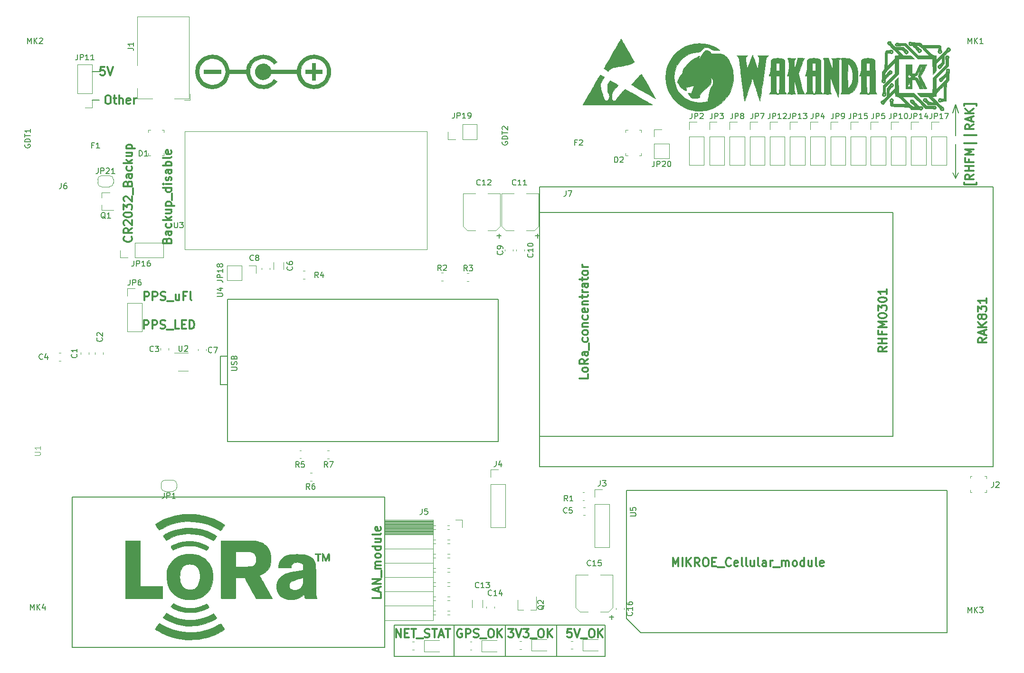
<source format=gto>
G04 #@! TF.GenerationSoftware,KiCad,Pcbnew,5.0.0-rc2-dev-unknown-e0e0687~62~ubuntu16.04.1*
G04 #@! TF.CreationDate,2018-05-04T13:50:56+03:00*
G04 #@! TF.ProjectId,prototype,70726F746F747970652E6B696361645F,1*
G04 #@! TF.SameCoordinates,Original*
G04 #@! TF.FileFunction,Legend,Top*
G04 #@! TF.FilePolarity,Positive*
%FSLAX46Y46*%
G04 Gerber Fmt 4.6, Leading zero omitted, Abs format (unit mm)*
G04 Created by KiCad (PCBNEW 5.0.0-rc2-dev-unknown-e0e0687~62~ubuntu16.04.1) date Fri May  4 13:50:56 2018*
%MOMM*%
%LPD*%
G01*
G04 APERTURE LIST*
%ADD10C,0.200000*%
%ADD11C,0.300000*%
%ADD12C,0.150000*%
%ADD13C,0.120000*%
%ADD14C,0.100000*%
%ADD15C,0.050000*%
%ADD16C,0.010000*%
G04 APERTURE END LIST*
D10*
X182880000Y-138684000D02*
X182880000Y-138176000D01*
X174244000Y-138684000D02*
X182880000Y-138684000D01*
X182880000Y-133096000D02*
X182880000Y-138176000D01*
X174244000Y-133096000D02*
X182880000Y-133096000D01*
X174244000Y-133096000D02*
X165100000Y-133096000D01*
X174244000Y-138684000D02*
X174244000Y-133096000D01*
X165100000Y-138684000D02*
X174244000Y-138684000D01*
X165100000Y-133096000D02*
X155956000Y-133096000D01*
X165100000Y-138684000D02*
X165100000Y-133096000D01*
X155956000Y-138684000D02*
X165100000Y-138684000D01*
X155956000Y-138684000D02*
X155956000Y-137668000D01*
X145288000Y-138684000D02*
X155956000Y-138684000D01*
X145288000Y-133096000D02*
X145288000Y-138684000D01*
X155956000Y-133096000D02*
X145288000Y-133096000D01*
X155956000Y-137668000D02*
X155956000Y-133096000D01*
D11*
X145618000Y-135298571D02*
X145618000Y-133798571D01*
X146475142Y-135298571D01*
X146475142Y-133798571D01*
X147189428Y-134512857D02*
X147689428Y-134512857D01*
X147903714Y-135298571D02*
X147189428Y-135298571D01*
X147189428Y-133798571D01*
X147903714Y-133798571D01*
X148332285Y-133798571D02*
X149189428Y-133798571D01*
X148760857Y-135298571D02*
X148760857Y-133798571D01*
X149332285Y-135441428D02*
X150475142Y-135441428D01*
X150760857Y-135227142D02*
X150975142Y-135298571D01*
X151332285Y-135298571D01*
X151475142Y-135227142D01*
X151546571Y-135155714D01*
X151618000Y-135012857D01*
X151618000Y-134870000D01*
X151546571Y-134727142D01*
X151475142Y-134655714D01*
X151332285Y-134584285D01*
X151046571Y-134512857D01*
X150903714Y-134441428D01*
X150832285Y-134370000D01*
X150760857Y-134227142D01*
X150760857Y-134084285D01*
X150832285Y-133941428D01*
X150903714Y-133870000D01*
X151046571Y-133798571D01*
X151403714Y-133798571D01*
X151618000Y-133870000D01*
X152046571Y-133798571D02*
X152903714Y-133798571D01*
X152475142Y-135298571D02*
X152475142Y-133798571D01*
X153332285Y-134870000D02*
X154046571Y-134870000D01*
X153189428Y-135298571D02*
X153689428Y-133798571D01*
X154189428Y-135298571D01*
X154475142Y-133798571D02*
X155332285Y-133798571D01*
X154903714Y-135298571D02*
X154903714Y-133798571D01*
X157349428Y-133870000D02*
X157206571Y-133798571D01*
X156992285Y-133798571D01*
X156778000Y-133870000D01*
X156635142Y-134012857D01*
X156563714Y-134155714D01*
X156492285Y-134441428D01*
X156492285Y-134655714D01*
X156563714Y-134941428D01*
X156635142Y-135084285D01*
X156778000Y-135227142D01*
X156992285Y-135298571D01*
X157135142Y-135298571D01*
X157349428Y-135227142D01*
X157420857Y-135155714D01*
X157420857Y-134655714D01*
X157135142Y-134655714D01*
X158063714Y-135298571D02*
X158063714Y-133798571D01*
X158635142Y-133798571D01*
X158778000Y-133870000D01*
X158849428Y-133941428D01*
X158920857Y-134084285D01*
X158920857Y-134298571D01*
X158849428Y-134441428D01*
X158778000Y-134512857D01*
X158635142Y-134584285D01*
X158063714Y-134584285D01*
X159492285Y-135227142D02*
X159706571Y-135298571D01*
X160063714Y-135298571D01*
X160206571Y-135227142D01*
X160278000Y-135155714D01*
X160349428Y-135012857D01*
X160349428Y-134870000D01*
X160278000Y-134727142D01*
X160206571Y-134655714D01*
X160063714Y-134584285D01*
X159778000Y-134512857D01*
X159635142Y-134441428D01*
X159563714Y-134370000D01*
X159492285Y-134227142D01*
X159492285Y-134084285D01*
X159563714Y-133941428D01*
X159635142Y-133870000D01*
X159778000Y-133798571D01*
X160135142Y-133798571D01*
X160349428Y-133870000D01*
X160635142Y-135441428D02*
X161778000Y-135441428D01*
X162420857Y-133798571D02*
X162706571Y-133798571D01*
X162849428Y-133870000D01*
X162992285Y-134012857D01*
X163063714Y-134298571D01*
X163063714Y-134798571D01*
X162992285Y-135084285D01*
X162849428Y-135227142D01*
X162706571Y-135298571D01*
X162420857Y-135298571D01*
X162278000Y-135227142D01*
X162135142Y-135084285D01*
X162063714Y-134798571D01*
X162063714Y-134298571D01*
X162135142Y-134012857D01*
X162278000Y-133870000D01*
X162420857Y-133798571D01*
X163706571Y-135298571D02*
X163706571Y-133798571D01*
X164563714Y-135298571D02*
X163920857Y-134441428D01*
X164563714Y-133798571D02*
X163706571Y-134655714D01*
X176931142Y-133798571D02*
X176216857Y-133798571D01*
X176145428Y-134512857D01*
X176216857Y-134441428D01*
X176359714Y-134370000D01*
X176716857Y-134370000D01*
X176859714Y-134441428D01*
X176931142Y-134512857D01*
X177002571Y-134655714D01*
X177002571Y-135012857D01*
X176931142Y-135155714D01*
X176859714Y-135227142D01*
X176716857Y-135298571D01*
X176359714Y-135298571D01*
X176216857Y-135227142D01*
X176145428Y-135155714D01*
X177431142Y-133798571D02*
X177931142Y-135298571D01*
X178431142Y-133798571D01*
X178574000Y-135441428D02*
X179716857Y-135441428D01*
X180359714Y-133798571D02*
X180645428Y-133798571D01*
X180788285Y-133870000D01*
X180931142Y-134012857D01*
X181002571Y-134298571D01*
X181002571Y-134798571D01*
X180931142Y-135084285D01*
X180788285Y-135227142D01*
X180645428Y-135298571D01*
X180359714Y-135298571D01*
X180216857Y-135227142D01*
X180074000Y-135084285D01*
X180002571Y-134798571D01*
X180002571Y-134298571D01*
X180074000Y-134012857D01*
X180216857Y-133870000D01*
X180359714Y-133798571D01*
X181645428Y-135298571D02*
X181645428Y-133798571D01*
X182502571Y-135298571D02*
X181859714Y-134441428D01*
X182502571Y-133798571D02*
X181645428Y-134655714D01*
X165644285Y-133798571D02*
X166572857Y-133798571D01*
X166072857Y-134370000D01*
X166287142Y-134370000D01*
X166430000Y-134441428D01*
X166501428Y-134512857D01*
X166572857Y-134655714D01*
X166572857Y-135012857D01*
X166501428Y-135155714D01*
X166430000Y-135227142D01*
X166287142Y-135298571D01*
X165858571Y-135298571D01*
X165715714Y-135227142D01*
X165644285Y-135155714D01*
X167001428Y-133798571D02*
X167501428Y-135298571D01*
X168001428Y-133798571D01*
X168358571Y-133798571D02*
X169287142Y-133798571D01*
X168787142Y-134370000D01*
X169001428Y-134370000D01*
X169144285Y-134441428D01*
X169215714Y-134512857D01*
X169287142Y-134655714D01*
X169287142Y-135012857D01*
X169215714Y-135155714D01*
X169144285Y-135227142D01*
X169001428Y-135298571D01*
X168572857Y-135298571D01*
X168430000Y-135227142D01*
X168358571Y-135155714D01*
X169572857Y-135441428D02*
X170715714Y-135441428D01*
X171358571Y-133798571D02*
X171644285Y-133798571D01*
X171787142Y-133870000D01*
X171930000Y-134012857D01*
X172001428Y-134298571D01*
X172001428Y-134798571D01*
X171930000Y-135084285D01*
X171787142Y-135227142D01*
X171644285Y-135298571D01*
X171358571Y-135298571D01*
X171215714Y-135227142D01*
X171072857Y-135084285D01*
X171001428Y-134798571D01*
X171001428Y-134298571D01*
X171072857Y-134012857D01*
X171215714Y-133870000D01*
X171358571Y-133798571D01*
X172644285Y-135298571D02*
X172644285Y-133798571D01*
X173501428Y-135298571D02*
X172858571Y-134441428D01*
X173501428Y-133798571D02*
X172644285Y-134655714D01*
D10*
X245364000Y-53340000D02*
X245872000Y-52324000D01*
X245364000Y-53340000D02*
X244856000Y-52324000D01*
X245364000Y-47244000D02*
X245364000Y-53340000D01*
X245364000Y-40132000D02*
X245872000Y-41656000D01*
X245364000Y-40132000D02*
X244856000Y-41656000D01*
X245364000Y-45720000D02*
X245364000Y-40132000D01*
D11*
X249082571Y-54065428D02*
X249082571Y-54422571D01*
X246939714Y-54422571D01*
X246939714Y-54065428D01*
X248582571Y-52636857D02*
X247868285Y-53136857D01*
X248582571Y-53494000D02*
X247082571Y-53494000D01*
X247082571Y-52922571D01*
X247154000Y-52779714D01*
X247225428Y-52708285D01*
X247368285Y-52636857D01*
X247582571Y-52636857D01*
X247725428Y-52708285D01*
X247796857Y-52779714D01*
X247868285Y-52922571D01*
X247868285Y-53494000D01*
X248582571Y-51994000D02*
X247082571Y-51994000D01*
X247796857Y-51994000D02*
X247796857Y-51136857D01*
X248582571Y-51136857D02*
X247082571Y-51136857D01*
X247796857Y-49922571D02*
X247796857Y-50422571D01*
X248582571Y-50422571D02*
X247082571Y-50422571D01*
X247082571Y-49708285D01*
X248582571Y-49136857D02*
X247082571Y-49136857D01*
X248154000Y-48636857D01*
X247082571Y-48136857D01*
X248582571Y-48136857D01*
X249082571Y-47065428D02*
X246939714Y-47065428D01*
X249082571Y-45636857D02*
X246939714Y-45636857D01*
X248582571Y-43708285D02*
X247868285Y-44208285D01*
X248582571Y-44565428D02*
X247082571Y-44565428D01*
X247082571Y-43994000D01*
X247154000Y-43851142D01*
X247225428Y-43779714D01*
X247368285Y-43708285D01*
X247582571Y-43708285D01*
X247725428Y-43779714D01*
X247796857Y-43851142D01*
X247868285Y-43994000D01*
X247868285Y-44565428D01*
X248154000Y-43136857D02*
X248154000Y-42422571D01*
X248582571Y-43279714D02*
X247082571Y-42779714D01*
X248582571Y-42279714D01*
X248582571Y-41779714D02*
X247082571Y-41779714D01*
X248582571Y-40922571D02*
X247725428Y-41565428D01*
X247082571Y-40922571D02*
X247939714Y-41779714D01*
X249082571Y-40422571D02*
X249082571Y-40065428D01*
X246939714Y-40065428D01*
X246939714Y-40422571D01*
X142918571Y-127527142D02*
X142918571Y-128241428D01*
X141418571Y-128241428D01*
X142490000Y-127098571D02*
X142490000Y-126384285D01*
X142918571Y-127241428D02*
X141418571Y-126741428D01*
X142918571Y-126241428D01*
X142918571Y-125741428D02*
X141418571Y-125741428D01*
X142918571Y-124884285D01*
X141418571Y-124884285D01*
X143061428Y-124527142D02*
X143061428Y-123384285D01*
X142918571Y-123027142D02*
X141918571Y-123027142D01*
X142061428Y-123027142D02*
X141990000Y-122955714D01*
X141918571Y-122812857D01*
X141918571Y-122598571D01*
X141990000Y-122455714D01*
X142132857Y-122384285D01*
X142918571Y-122384285D01*
X142132857Y-122384285D02*
X141990000Y-122312857D01*
X141918571Y-122170000D01*
X141918571Y-121955714D01*
X141990000Y-121812857D01*
X142132857Y-121741428D01*
X142918571Y-121741428D01*
X142918571Y-120812857D02*
X142847142Y-120955714D01*
X142775714Y-121027142D01*
X142632857Y-121098571D01*
X142204285Y-121098571D01*
X142061428Y-121027142D01*
X141990000Y-120955714D01*
X141918571Y-120812857D01*
X141918571Y-120598571D01*
X141990000Y-120455714D01*
X142061428Y-120384285D01*
X142204285Y-120312857D01*
X142632857Y-120312857D01*
X142775714Y-120384285D01*
X142847142Y-120455714D01*
X142918571Y-120598571D01*
X142918571Y-120812857D01*
X142918571Y-119027142D02*
X141418571Y-119027142D01*
X142847142Y-119027142D02*
X142918571Y-119170000D01*
X142918571Y-119455714D01*
X142847142Y-119598571D01*
X142775714Y-119670000D01*
X142632857Y-119741428D01*
X142204285Y-119741428D01*
X142061428Y-119670000D01*
X141990000Y-119598571D01*
X141918571Y-119455714D01*
X141918571Y-119170000D01*
X141990000Y-119027142D01*
X141918571Y-117670000D02*
X142918571Y-117670000D01*
X141918571Y-118312857D02*
X142704285Y-118312857D01*
X142847142Y-118241428D01*
X142918571Y-118098571D01*
X142918571Y-117884285D01*
X142847142Y-117741428D01*
X142775714Y-117670000D01*
X142918571Y-116741428D02*
X142847142Y-116884285D01*
X142704285Y-116955714D01*
X141418571Y-116955714D01*
X142847142Y-115598571D02*
X142918571Y-115741428D01*
X142918571Y-116027142D01*
X142847142Y-116170000D01*
X142704285Y-116241428D01*
X142132857Y-116241428D01*
X141990000Y-116170000D01*
X141918571Y-116027142D01*
X141918571Y-115741428D01*
X141990000Y-115598571D01*
X142132857Y-115527142D01*
X142275714Y-115527142D01*
X142418571Y-116241428D01*
X104794857Y-64427714D02*
X104866285Y-64213428D01*
X104937714Y-64142000D01*
X105080571Y-64070571D01*
X105294857Y-64070571D01*
X105437714Y-64142000D01*
X105509142Y-64213428D01*
X105580571Y-64356285D01*
X105580571Y-64927714D01*
X104080571Y-64927714D01*
X104080571Y-64427714D01*
X104152000Y-64284857D01*
X104223428Y-64213428D01*
X104366285Y-64142000D01*
X104509142Y-64142000D01*
X104652000Y-64213428D01*
X104723428Y-64284857D01*
X104794857Y-64427714D01*
X104794857Y-64927714D01*
X105580571Y-62784857D02*
X104794857Y-62784857D01*
X104652000Y-62856285D01*
X104580571Y-62999142D01*
X104580571Y-63284857D01*
X104652000Y-63427714D01*
X105509142Y-62784857D02*
X105580571Y-62927714D01*
X105580571Y-63284857D01*
X105509142Y-63427714D01*
X105366285Y-63499142D01*
X105223428Y-63499142D01*
X105080571Y-63427714D01*
X105009142Y-63284857D01*
X105009142Y-62927714D01*
X104937714Y-62784857D01*
X105509142Y-61427714D02*
X105580571Y-61570571D01*
X105580571Y-61856285D01*
X105509142Y-61999142D01*
X105437714Y-62070571D01*
X105294857Y-62142000D01*
X104866285Y-62142000D01*
X104723428Y-62070571D01*
X104652000Y-61999142D01*
X104580571Y-61856285D01*
X104580571Y-61570571D01*
X104652000Y-61427714D01*
X105580571Y-60784857D02*
X104080571Y-60784857D01*
X105009142Y-60642000D02*
X105580571Y-60213428D01*
X104580571Y-60213428D02*
X105152000Y-60784857D01*
X104580571Y-58927714D02*
X105580571Y-58927714D01*
X104580571Y-59570571D02*
X105366285Y-59570571D01*
X105509142Y-59499142D01*
X105580571Y-59356285D01*
X105580571Y-59142000D01*
X105509142Y-58999142D01*
X105437714Y-58927714D01*
X104580571Y-58213428D02*
X106080571Y-58213428D01*
X104652000Y-58213428D02*
X104580571Y-58070571D01*
X104580571Y-57784857D01*
X104652000Y-57642000D01*
X104723428Y-57570571D01*
X104866285Y-57499142D01*
X105294857Y-57499142D01*
X105437714Y-57570571D01*
X105509142Y-57642000D01*
X105580571Y-57784857D01*
X105580571Y-58070571D01*
X105509142Y-58213428D01*
X105723428Y-57213428D02*
X105723428Y-56070571D01*
X105580571Y-55070571D02*
X104080571Y-55070571D01*
X105509142Y-55070571D02*
X105580571Y-55213428D01*
X105580571Y-55499142D01*
X105509142Y-55642000D01*
X105437714Y-55713428D01*
X105294857Y-55784857D01*
X104866285Y-55784857D01*
X104723428Y-55713428D01*
X104652000Y-55642000D01*
X104580571Y-55499142D01*
X104580571Y-55213428D01*
X104652000Y-55070571D01*
X105580571Y-54356285D02*
X104580571Y-54356285D01*
X104080571Y-54356285D02*
X104152000Y-54427714D01*
X104223428Y-54356285D01*
X104152000Y-54284857D01*
X104080571Y-54356285D01*
X104223428Y-54356285D01*
X105509142Y-53713428D02*
X105580571Y-53570571D01*
X105580571Y-53284857D01*
X105509142Y-53142000D01*
X105366285Y-53070571D01*
X105294857Y-53070571D01*
X105152000Y-53142000D01*
X105080571Y-53284857D01*
X105080571Y-53499142D01*
X105009142Y-53642000D01*
X104866285Y-53713428D01*
X104794857Y-53713428D01*
X104652000Y-53642000D01*
X104580571Y-53499142D01*
X104580571Y-53284857D01*
X104652000Y-53142000D01*
X105580571Y-51784857D02*
X104794857Y-51784857D01*
X104652000Y-51856285D01*
X104580571Y-51999142D01*
X104580571Y-52284857D01*
X104652000Y-52427714D01*
X105509142Y-51784857D02*
X105580571Y-51927714D01*
X105580571Y-52284857D01*
X105509142Y-52427714D01*
X105366285Y-52499142D01*
X105223428Y-52499142D01*
X105080571Y-52427714D01*
X105009142Y-52284857D01*
X105009142Y-51927714D01*
X104937714Y-51784857D01*
X105580571Y-51070571D02*
X104080571Y-51070571D01*
X104652000Y-51070571D02*
X104580571Y-50927714D01*
X104580571Y-50642000D01*
X104652000Y-50499142D01*
X104723428Y-50427714D01*
X104866285Y-50356285D01*
X105294857Y-50356285D01*
X105437714Y-50427714D01*
X105509142Y-50499142D01*
X105580571Y-50642000D01*
X105580571Y-50927714D01*
X105509142Y-51070571D01*
X105580571Y-49499142D02*
X105509142Y-49642000D01*
X105366285Y-49713428D01*
X104080571Y-49713428D01*
X105509142Y-48356285D02*
X105580571Y-48499142D01*
X105580571Y-48784857D01*
X105509142Y-48927714D01*
X105366285Y-48999142D01*
X104794857Y-48999142D01*
X104652000Y-48927714D01*
X104580571Y-48784857D01*
X104580571Y-48499142D01*
X104652000Y-48356285D01*
X104794857Y-48284857D01*
X104937714Y-48284857D01*
X105080571Y-48999142D01*
X98452714Y-63757000D02*
X98524142Y-63828428D01*
X98595571Y-64042714D01*
X98595571Y-64185571D01*
X98524142Y-64399857D01*
X98381285Y-64542714D01*
X98238428Y-64614142D01*
X97952714Y-64685571D01*
X97738428Y-64685571D01*
X97452714Y-64614142D01*
X97309857Y-64542714D01*
X97167000Y-64399857D01*
X97095571Y-64185571D01*
X97095571Y-64042714D01*
X97167000Y-63828428D01*
X97238428Y-63757000D01*
X98595571Y-62257000D02*
X97881285Y-62757000D01*
X98595571Y-63114142D02*
X97095571Y-63114142D01*
X97095571Y-62542714D01*
X97167000Y-62399857D01*
X97238428Y-62328428D01*
X97381285Y-62257000D01*
X97595571Y-62257000D01*
X97738428Y-62328428D01*
X97809857Y-62399857D01*
X97881285Y-62542714D01*
X97881285Y-63114142D01*
X97238428Y-61685571D02*
X97167000Y-61614142D01*
X97095571Y-61471285D01*
X97095571Y-61114142D01*
X97167000Y-60971285D01*
X97238428Y-60899857D01*
X97381285Y-60828428D01*
X97524142Y-60828428D01*
X97738428Y-60899857D01*
X98595571Y-61757000D01*
X98595571Y-60828428D01*
X97095571Y-59899857D02*
X97095571Y-59757000D01*
X97167000Y-59614142D01*
X97238428Y-59542714D01*
X97381285Y-59471285D01*
X97667000Y-59399857D01*
X98024142Y-59399857D01*
X98309857Y-59471285D01*
X98452714Y-59542714D01*
X98524142Y-59614142D01*
X98595571Y-59757000D01*
X98595571Y-59899857D01*
X98524142Y-60042714D01*
X98452714Y-60114142D01*
X98309857Y-60185571D01*
X98024142Y-60257000D01*
X97667000Y-60257000D01*
X97381285Y-60185571D01*
X97238428Y-60114142D01*
X97167000Y-60042714D01*
X97095571Y-59899857D01*
X97095571Y-58899857D02*
X97095571Y-57971285D01*
X97667000Y-58471285D01*
X97667000Y-58257000D01*
X97738428Y-58114142D01*
X97809857Y-58042714D01*
X97952714Y-57971285D01*
X98309857Y-57971285D01*
X98452714Y-58042714D01*
X98524142Y-58114142D01*
X98595571Y-58257000D01*
X98595571Y-58685571D01*
X98524142Y-58828428D01*
X98452714Y-58899857D01*
X97238428Y-57399857D02*
X97167000Y-57328428D01*
X97095571Y-57185571D01*
X97095571Y-56828428D01*
X97167000Y-56685571D01*
X97238428Y-56614142D01*
X97381285Y-56542714D01*
X97524142Y-56542714D01*
X97738428Y-56614142D01*
X98595571Y-57471285D01*
X98595571Y-56542714D01*
X98738428Y-56257000D02*
X98738428Y-55114142D01*
X97809857Y-54257000D02*
X97881285Y-54042714D01*
X97952714Y-53971285D01*
X98095571Y-53899857D01*
X98309857Y-53899857D01*
X98452714Y-53971285D01*
X98524142Y-54042714D01*
X98595571Y-54185571D01*
X98595571Y-54757000D01*
X97095571Y-54757000D01*
X97095571Y-54257000D01*
X97167000Y-54114142D01*
X97238428Y-54042714D01*
X97381285Y-53971285D01*
X97524142Y-53971285D01*
X97667000Y-54042714D01*
X97738428Y-54114142D01*
X97809857Y-54257000D01*
X97809857Y-54757000D01*
X98595571Y-52614142D02*
X97809857Y-52614142D01*
X97667000Y-52685571D01*
X97595571Y-52828428D01*
X97595571Y-53114142D01*
X97667000Y-53257000D01*
X98524142Y-52614142D02*
X98595571Y-52757000D01*
X98595571Y-53114142D01*
X98524142Y-53257000D01*
X98381285Y-53328428D01*
X98238428Y-53328428D01*
X98095571Y-53257000D01*
X98024142Y-53114142D01*
X98024142Y-52757000D01*
X97952714Y-52614142D01*
X98524142Y-51257000D02*
X98595571Y-51399857D01*
X98595571Y-51685571D01*
X98524142Y-51828428D01*
X98452714Y-51899857D01*
X98309857Y-51971285D01*
X97881285Y-51971285D01*
X97738428Y-51899857D01*
X97667000Y-51828428D01*
X97595571Y-51685571D01*
X97595571Y-51399857D01*
X97667000Y-51257000D01*
X98595571Y-50614142D02*
X97095571Y-50614142D01*
X98024142Y-50471285D02*
X98595571Y-50042714D01*
X97595571Y-50042714D02*
X98167000Y-50614142D01*
X97595571Y-48757000D02*
X98595571Y-48757000D01*
X97595571Y-49399857D02*
X98381285Y-49399857D01*
X98524142Y-49328428D01*
X98595571Y-49185571D01*
X98595571Y-48971285D01*
X98524142Y-48828428D01*
X98452714Y-48757000D01*
X97595571Y-48042714D02*
X99095571Y-48042714D01*
X97667000Y-48042714D02*
X97595571Y-47899857D01*
X97595571Y-47614142D01*
X97667000Y-47471285D01*
X97738428Y-47399857D01*
X97881285Y-47328428D01*
X98309857Y-47328428D01*
X98452714Y-47399857D01*
X98524142Y-47471285D01*
X98595571Y-47614142D01*
X98595571Y-47899857D01*
X98524142Y-48042714D01*
X179875571Y-88315428D02*
X179875571Y-89029714D01*
X178375571Y-89029714D01*
X179875571Y-87601142D02*
X179804142Y-87744000D01*
X179732714Y-87815428D01*
X179589857Y-87886857D01*
X179161285Y-87886857D01*
X179018428Y-87815428D01*
X178947000Y-87744000D01*
X178875571Y-87601142D01*
X178875571Y-87386857D01*
X178947000Y-87244000D01*
X179018428Y-87172571D01*
X179161285Y-87101142D01*
X179589857Y-87101142D01*
X179732714Y-87172571D01*
X179804142Y-87244000D01*
X179875571Y-87386857D01*
X179875571Y-87601142D01*
X179875571Y-85601142D02*
X179161285Y-86101142D01*
X179875571Y-86458285D02*
X178375571Y-86458285D01*
X178375571Y-85886857D01*
X178447000Y-85744000D01*
X178518428Y-85672571D01*
X178661285Y-85601142D01*
X178875571Y-85601142D01*
X179018428Y-85672571D01*
X179089857Y-85744000D01*
X179161285Y-85886857D01*
X179161285Y-86458285D01*
X179875571Y-84315428D02*
X179089857Y-84315428D01*
X178947000Y-84386857D01*
X178875571Y-84529714D01*
X178875571Y-84815428D01*
X178947000Y-84958285D01*
X179804142Y-84315428D02*
X179875571Y-84458285D01*
X179875571Y-84815428D01*
X179804142Y-84958285D01*
X179661285Y-85029714D01*
X179518428Y-85029714D01*
X179375571Y-84958285D01*
X179304142Y-84815428D01*
X179304142Y-84458285D01*
X179232714Y-84315428D01*
X180018428Y-83958285D02*
X180018428Y-82815428D01*
X179804142Y-81815428D02*
X179875571Y-81958285D01*
X179875571Y-82244000D01*
X179804142Y-82386857D01*
X179732714Y-82458285D01*
X179589857Y-82529714D01*
X179161285Y-82529714D01*
X179018428Y-82458285D01*
X178947000Y-82386857D01*
X178875571Y-82244000D01*
X178875571Y-81958285D01*
X178947000Y-81815428D01*
X179875571Y-80958285D02*
X179804142Y-81101142D01*
X179732714Y-81172571D01*
X179589857Y-81244000D01*
X179161285Y-81244000D01*
X179018428Y-81172571D01*
X178947000Y-81101142D01*
X178875571Y-80958285D01*
X178875571Y-80744000D01*
X178947000Y-80601142D01*
X179018428Y-80529714D01*
X179161285Y-80458285D01*
X179589857Y-80458285D01*
X179732714Y-80529714D01*
X179804142Y-80601142D01*
X179875571Y-80744000D01*
X179875571Y-80958285D01*
X178875571Y-79815428D02*
X179875571Y-79815428D01*
X179018428Y-79815428D02*
X178947000Y-79744000D01*
X178875571Y-79601142D01*
X178875571Y-79386857D01*
X178947000Y-79244000D01*
X179089857Y-79172571D01*
X179875571Y-79172571D01*
X179804142Y-77815428D02*
X179875571Y-77958285D01*
X179875571Y-78244000D01*
X179804142Y-78386857D01*
X179732714Y-78458285D01*
X179589857Y-78529714D01*
X179161285Y-78529714D01*
X179018428Y-78458285D01*
X178947000Y-78386857D01*
X178875571Y-78244000D01*
X178875571Y-77958285D01*
X178947000Y-77815428D01*
X179804142Y-76601142D02*
X179875571Y-76744000D01*
X179875571Y-77029714D01*
X179804142Y-77172571D01*
X179661285Y-77244000D01*
X179089857Y-77244000D01*
X178947000Y-77172571D01*
X178875571Y-77029714D01*
X178875571Y-76744000D01*
X178947000Y-76601142D01*
X179089857Y-76529714D01*
X179232714Y-76529714D01*
X179375571Y-77244000D01*
X178875571Y-75886857D02*
X179875571Y-75886857D01*
X179018428Y-75886857D02*
X178947000Y-75815428D01*
X178875571Y-75672571D01*
X178875571Y-75458285D01*
X178947000Y-75315428D01*
X179089857Y-75244000D01*
X179875571Y-75244000D01*
X178875571Y-74744000D02*
X178875571Y-74172571D01*
X178375571Y-74529714D02*
X179661285Y-74529714D01*
X179804142Y-74458285D01*
X179875571Y-74315428D01*
X179875571Y-74172571D01*
X179875571Y-73672571D02*
X178875571Y-73672571D01*
X179161285Y-73672571D02*
X179018428Y-73601142D01*
X178947000Y-73529714D01*
X178875571Y-73386857D01*
X178875571Y-73244000D01*
X179875571Y-72101142D02*
X179089857Y-72101142D01*
X178947000Y-72172571D01*
X178875571Y-72315428D01*
X178875571Y-72601142D01*
X178947000Y-72744000D01*
X179804142Y-72101142D02*
X179875571Y-72244000D01*
X179875571Y-72601142D01*
X179804142Y-72744000D01*
X179661285Y-72815428D01*
X179518428Y-72815428D01*
X179375571Y-72744000D01*
X179304142Y-72601142D01*
X179304142Y-72244000D01*
X179232714Y-72101142D01*
X178875571Y-71601142D02*
X178875571Y-71029714D01*
X178375571Y-71386857D02*
X179661285Y-71386857D01*
X179804142Y-71315428D01*
X179875571Y-71172571D01*
X179875571Y-71029714D01*
X179875571Y-70315428D02*
X179804142Y-70458285D01*
X179732714Y-70529714D01*
X179589857Y-70601142D01*
X179161285Y-70601142D01*
X179018428Y-70529714D01*
X178947000Y-70458285D01*
X178875571Y-70315428D01*
X178875571Y-70101142D01*
X178947000Y-69958285D01*
X179018428Y-69886857D01*
X179161285Y-69815428D01*
X179589857Y-69815428D01*
X179732714Y-69886857D01*
X179804142Y-69958285D01*
X179875571Y-70101142D01*
X179875571Y-70315428D01*
X179875571Y-69172571D02*
X178875571Y-69172571D01*
X179161285Y-69172571D02*
X179018428Y-69101142D01*
X178947000Y-69029714D01*
X178875571Y-68886857D01*
X178875571Y-68744000D01*
X194978428Y-122598571D02*
X194978428Y-121098571D01*
X195478428Y-122170000D01*
X195978428Y-121098571D01*
X195978428Y-122598571D01*
X196692714Y-122598571D02*
X196692714Y-121098571D01*
X197407000Y-122598571D02*
X197407000Y-121098571D01*
X198264142Y-122598571D02*
X197621285Y-121741428D01*
X198264142Y-121098571D02*
X197407000Y-121955714D01*
X199764142Y-122598571D02*
X199264142Y-121884285D01*
X198907000Y-122598571D02*
X198907000Y-121098571D01*
X199478428Y-121098571D01*
X199621285Y-121170000D01*
X199692714Y-121241428D01*
X199764142Y-121384285D01*
X199764142Y-121598571D01*
X199692714Y-121741428D01*
X199621285Y-121812857D01*
X199478428Y-121884285D01*
X198907000Y-121884285D01*
X200692714Y-121098571D02*
X200978428Y-121098571D01*
X201121285Y-121170000D01*
X201264142Y-121312857D01*
X201335571Y-121598571D01*
X201335571Y-122098571D01*
X201264142Y-122384285D01*
X201121285Y-122527142D01*
X200978428Y-122598571D01*
X200692714Y-122598571D01*
X200549857Y-122527142D01*
X200407000Y-122384285D01*
X200335571Y-122098571D01*
X200335571Y-121598571D01*
X200407000Y-121312857D01*
X200549857Y-121170000D01*
X200692714Y-121098571D01*
X201978428Y-121812857D02*
X202478428Y-121812857D01*
X202692714Y-122598571D02*
X201978428Y-122598571D01*
X201978428Y-121098571D01*
X202692714Y-121098571D01*
X202978428Y-122741428D02*
X204121285Y-122741428D01*
X205335571Y-122455714D02*
X205264142Y-122527142D01*
X205049857Y-122598571D01*
X204907000Y-122598571D01*
X204692714Y-122527142D01*
X204549857Y-122384285D01*
X204478428Y-122241428D01*
X204407000Y-121955714D01*
X204407000Y-121741428D01*
X204478428Y-121455714D01*
X204549857Y-121312857D01*
X204692714Y-121170000D01*
X204907000Y-121098571D01*
X205049857Y-121098571D01*
X205264142Y-121170000D01*
X205335571Y-121241428D01*
X206549857Y-122527142D02*
X206407000Y-122598571D01*
X206121285Y-122598571D01*
X205978428Y-122527142D01*
X205907000Y-122384285D01*
X205907000Y-121812857D01*
X205978428Y-121670000D01*
X206121285Y-121598571D01*
X206407000Y-121598571D01*
X206549857Y-121670000D01*
X206621285Y-121812857D01*
X206621285Y-121955714D01*
X205907000Y-122098571D01*
X207478428Y-122598571D02*
X207335571Y-122527142D01*
X207264142Y-122384285D01*
X207264142Y-121098571D01*
X208264142Y-122598571D02*
X208121285Y-122527142D01*
X208049857Y-122384285D01*
X208049857Y-121098571D01*
X209478428Y-121598571D02*
X209478428Y-122598571D01*
X208835571Y-121598571D02*
X208835571Y-122384285D01*
X208907000Y-122527142D01*
X209049857Y-122598571D01*
X209264142Y-122598571D01*
X209407000Y-122527142D01*
X209478428Y-122455714D01*
X210407000Y-122598571D02*
X210264142Y-122527142D01*
X210192714Y-122384285D01*
X210192714Y-121098571D01*
X211621285Y-122598571D02*
X211621285Y-121812857D01*
X211549857Y-121670000D01*
X211407000Y-121598571D01*
X211121285Y-121598571D01*
X210978428Y-121670000D01*
X211621285Y-122527142D02*
X211478428Y-122598571D01*
X211121285Y-122598571D01*
X210978428Y-122527142D01*
X210907000Y-122384285D01*
X210907000Y-122241428D01*
X210978428Y-122098571D01*
X211121285Y-122027142D01*
X211478428Y-122027142D01*
X211621285Y-121955714D01*
X212335571Y-122598571D02*
X212335571Y-121598571D01*
X212335571Y-121884285D02*
X212407000Y-121741428D01*
X212478428Y-121670000D01*
X212621285Y-121598571D01*
X212764142Y-121598571D01*
X212907000Y-122741428D02*
X214049857Y-122741428D01*
X214407000Y-122598571D02*
X214407000Y-121598571D01*
X214407000Y-121741428D02*
X214478428Y-121670000D01*
X214621285Y-121598571D01*
X214835571Y-121598571D01*
X214978428Y-121670000D01*
X215049857Y-121812857D01*
X215049857Y-122598571D01*
X215049857Y-121812857D02*
X215121285Y-121670000D01*
X215264142Y-121598571D01*
X215478428Y-121598571D01*
X215621285Y-121670000D01*
X215692714Y-121812857D01*
X215692714Y-122598571D01*
X216621285Y-122598571D02*
X216478428Y-122527142D01*
X216407000Y-122455714D01*
X216335571Y-122312857D01*
X216335571Y-121884285D01*
X216407000Y-121741428D01*
X216478428Y-121670000D01*
X216621285Y-121598571D01*
X216835571Y-121598571D01*
X216978428Y-121670000D01*
X217049857Y-121741428D01*
X217121285Y-121884285D01*
X217121285Y-122312857D01*
X217049857Y-122455714D01*
X216978428Y-122527142D01*
X216835571Y-122598571D01*
X216621285Y-122598571D01*
X218407000Y-122598571D02*
X218407000Y-121098571D01*
X218407000Y-122527142D02*
X218264142Y-122598571D01*
X217978428Y-122598571D01*
X217835571Y-122527142D01*
X217764142Y-122455714D01*
X217692714Y-122312857D01*
X217692714Y-121884285D01*
X217764142Y-121741428D01*
X217835571Y-121670000D01*
X217978428Y-121598571D01*
X218264142Y-121598571D01*
X218407000Y-121670000D01*
X219764142Y-121598571D02*
X219764142Y-122598571D01*
X219121285Y-121598571D02*
X219121285Y-122384285D01*
X219192714Y-122527142D01*
X219335571Y-122598571D01*
X219549857Y-122598571D01*
X219692714Y-122527142D01*
X219764142Y-122455714D01*
X220692714Y-122598571D02*
X220549857Y-122527142D01*
X220478428Y-122384285D01*
X220478428Y-121098571D01*
X221835571Y-122527142D02*
X221692714Y-122598571D01*
X221407000Y-122598571D01*
X221264142Y-122527142D01*
X221192714Y-122384285D01*
X221192714Y-121812857D01*
X221264142Y-121670000D01*
X221407000Y-121598571D01*
X221692714Y-121598571D01*
X221835571Y-121670000D01*
X221907000Y-121812857D01*
X221907000Y-121955714D01*
X221192714Y-122098571D01*
X100759142Y-75100571D02*
X100759142Y-73600571D01*
X101330571Y-73600571D01*
X101473428Y-73672000D01*
X101544857Y-73743428D01*
X101616285Y-73886285D01*
X101616285Y-74100571D01*
X101544857Y-74243428D01*
X101473428Y-74314857D01*
X101330571Y-74386285D01*
X100759142Y-74386285D01*
X102259142Y-75100571D02*
X102259142Y-73600571D01*
X102830571Y-73600571D01*
X102973428Y-73672000D01*
X103044857Y-73743428D01*
X103116285Y-73886285D01*
X103116285Y-74100571D01*
X103044857Y-74243428D01*
X102973428Y-74314857D01*
X102830571Y-74386285D01*
X102259142Y-74386285D01*
X103687714Y-75029142D02*
X103902000Y-75100571D01*
X104259142Y-75100571D01*
X104402000Y-75029142D01*
X104473428Y-74957714D01*
X104544857Y-74814857D01*
X104544857Y-74672000D01*
X104473428Y-74529142D01*
X104402000Y-74457714D01*
X104259142Y-74386285D01*
X103973428Y-74314857D01*
X103830571Y-74243428D01*
X103759142Y-74172000D01*
X103687714Y-74029142D01*
X103687714Y-73886285D01*
X103759142Y-73743428D01*
X103830571Y-73672000D01*
X103973428Y-73600571D01*
X104330571Y-73600571D01*
X104544857Y-73672000D01*
X104830571Y-75243428D02*
X105973428Y-75243428D01*
X106973428Y-74100571D02*
X106973428Y-75100571D01*
X106330571Y-74100571D02*
X106330571Y-74886285D01*
X106402000Y-75029142D01*
X106544857Y-75100571D01*
X106759142Y-75100571D01*
X106902000Y-75029142D01*
X106973428Y-74957714D01*
X108187714Y-74314857D02*
X107687714Y-74314857D01*
X107687714Y-75100571D02*
X107687714Y-73600571D01*
X108402000Y-73600571D01*
X109187714Y-75100571D02*
X109044857Y-75029142D01*
X108973428Y-74886285D01*
X108973428Y-73600571D01*
X100691714Y-80180571D02*
X100691714Y-78680571D01*
X101263142Y-78680571D01*
X101406000Y-78752000D01*
X101477428Y-78823428D01*
X101548857Y-78966285D01*
X101548857Y-79180571D01*
X101477428Y-79323428D01*
X101406000Y-79394857D01*
X101263142Y-79466285D01*
X100691714Y-79466285D01*
X102191714Y-80180571D02*
X102191714Y-78680571D01*
X102763142Y-78680571D01*
X102906000Y-78752000D01*
X102977428Y-78823428D01*
X103048857Y-78966285D01*
X103048857Y-79180571D01*
X102977428Y-79323428D01*
X102906000Y-79394857D01*
X102763142Y-79466285D01*
X102191714Y-79466285D01*
X103620285Y-80109142D02*
X103834571Y-80180571D01*
X104191714Y-80180571D01*
X104334571Y-80109142D01*
X104406000Y-80037714D01*
X104477428Y-79894857D01*
X104477428Y-79752000D01*
X104406000Y-79609142D01*
X104334571Y-79537714D01*
X104191714Y-79466285D01*
X103906000Y-79394857D01*
X103763142Y-79323428D01*
X103691714Y-79252000D01*
X103620285Y-79109142D01*
X103620285Y-78966285D01*
X103691714Y-78823428D01*
X103763142Y-78752000D01*
X103906000Y-78680571D01*
X104263142Y-78680571D01*
X104477428Y-78752000D01*
X104763142Y-80323428D02*
X105906000Y-80323428D01*
X106977428Y-80180571D02*
X106263142Y-80180571D01*
X106263142Y-78680571D01*
X107477428Y-79394857D02*
X107977428Y-79394857D01*
X108191714Y-80180571D02*
X107477428Y-80180571D01*
X107477428Y-78680571D01*
X108191714Y-78680571D01*
X108834571Y-80180571D02*
X108834571Y-78680571D01*
X109191714Y-78680571D01*
X109406000Y-78752000D01*
X109548857Y-78894857D01*
X109620285Y-79037714D01*
X109691714Y-79323428D01*
X109691714Y-79537714D01*
X109620285Y-79823428D01*
X109548857Y-79966285D01*
X109406000Y-80109142D01*
X109191714Y-80180571D01*
X108834571Y-80180571D01*
D10*
X92710000Y-39370000D02*
X91440000Y-39370000D01*
X92710000Y-34290000D02*
X91440000Y-34290000D01*
D11*
X94162857Y-38548571D02*
X94448571Y-38548571D01*
X94591428Y-38620000D01*
X94734285Y-38762857D01*
X94805714Y-39048571D01*
X94805714Y-39548571D01*
X94734285Y-39834285D01*
X94591428Y-39977142D01*
X94448571Y-40048571D01*
X94162857Y-40048571D01*
X94020000Y-39977142D01*
X93877142Y-39834285D01*
X93805714Y-39548571D01*
X93805714Y-39048571D01*
X93877142Y-38762857D01*
X94020000Y-38620000D01*
X94162857Y-38548571D01*
X95234285Y-39048571D02*
X95805714Y-39048571D01*
X95448571Y-38548571D02*
X95448571Y-39834285D01*
X95520000Y-39977142D01*
X95662857Y-40048571D01*
X95805714Y-40048571D01*
X96305714Y-40048571D02*
X96305714Y-38548571D01*
X96948571Y-40048571D02*
X96948571Y-39262857D01*
X96877142Y-39120000D01*
X96734285Y-39048571D01*
X96520000Y-39048571D01*
X96377142Y-39120000D01*
X96305714Y-39191428D01*
X98234285Y-39977142D02*
X98091428Y-40048571D01*
X97805714Y-40048571D01*
X97662857Y-39977142D01*
X97591428Y-39834285D01*
X97591428Y-39262857D01*
X97662857Y-39120000D01*
X97805714Y-39048571D01*
X98091428Y-39048571D01*
X98234285Y-39120000D01*
X98305714Y-39262857D01*
X98305714Y-39405714D01*
X97591428Y-39548571D01*
X98948571Y-40048571D02*
X98948571Y-39048571D01*
X98948571Y-39334285D02*
X99020000Y-39191428D01*
X99091428Y-39120000D01*
X99234285Y-39048571D01*
X99377142Y-39048571D01*
X93694285Y-33468571D02*
X92980000Y-33468571D01*
X92908571Y-34182857D01*
X92980000Y-34111428D01*
X93122857Y-34040000D01*
X93480000Y-34040000D01*
X93622857Y-34111428D01*
X93694285Y-34182857D01*
X93765714Y-34325714D01*
X93765714Y-34682857D01*
X93694285Y-34825714D01*
X93622857Y-34897142D01*
X93480000Y-34968571D01*
X93122857Y-34968571D01*
X92980000Y-34897142D01*
X92908571Y-34825714D01*
X94194285Y-33468571D02*
X94694285Y-34968571D01*
X95194285Y-33468571D01*
X250868571Y-81811428D02*
X250154285Y-82311428D01*
X250868571Y-82668571D02*
X249368571Y-82668571D01*
X249368571Y-82097142D01*
X249440000Y-81954285D01*
X249511428Y-81882857D01*
X249654285Y-81811428D01*
X249868571Y-81811428D01*
X250011428Y-81882857D01*
X250082857Y-81954285D01*
X250154285Y-82097142D01*
X250154285Y-82668571D01*
X250440000Y-81240000D02*
X250440000Y-80525714D01*
X250868571Y-81382857D02*
X249368571Y-80882857D01*
X250868571Y-80382857D01*
X250868571Y-79882857D02*
X249368571Y-79882857D01*
X250868571Y-79025714D02*
X250011428Y-79668571D01*
X249368571Y-79025714D02*
X250225714Y-79882857D01*
X250011428Y-78168571D02*
X249940000Y-78311428D01*
X249868571Y-78382857D01*
X249725714Y-78454285D01*
X249654285Y-78454285D01*
X249511428Y-78382857D01*
X249440000Y-78311428D01*
X249368571Y-78168571D01*
X249368571Y-77882857D01*
X249440000Y-77740000D01*
X249511428Y-77668571D01*
X249654285Y-77597142D01*
X249725714Y-77597142D01*
X249868571Y-77668571D01*
X249940000Y-77740000D01*
X250011428Y-77882857D01*
X250011428Y-78168571D01*
X250082857Y-78311428D01*
X250154285Y-78382857D01*
X250297142Y-78454285D01*
X250582857Y-78454285D01*
X250725714Y-78382857D01*
X250797142Y-78311428D01*
X250868571Y-78168571D01*
X250868571Y-77882857D01*
X250797142Y-77740000D01*
X250725714Y-77668571D01*
X250582857Y-77597142D01*
X250297142Y-77597142D01*
X250154285Y-77668571D01*
X250082857Y-77740000D01*
X250011428Y-77882857D01*
X249368571Y-77097142D02*
X249368571Y-76168571D01*
X249940000Y-76668571D01*
X249940000Y-76454285D01*
X250011428Y-76311428D01*
X250082857Y-76240000D01*
X250225714Y-76168571D01*
X250582857Y-76168571D01*
X250725714Y-76240000D01*
X250797142Y-76311428D01*
X250868571Y-76454285D01*
X250868571Y-76882857D01*
X250797142Y-77025714D01*
X250725714Y-77097142D01*
X250868571Y-74740000D02*
X250868571Y-75597142D01*
X250868571Y-75168571D02*
X249368571Y-75168571D01*
X249582857Y-75311428D01*
X249725714Y-75454285D01*
X249797142Y-75597142D01*
X233088571Y-83418571D02*
X232374285Y-83918571D01*
X233088571Y-84275714D02*
X231588571Y-84275714D01*
X231588571Y-83704285D01*
X231660000Y-83561428D01*
X231731428Y-83490000D01*
X231874285Y-83418571D01*
X232088571Y-83418571D01*
X232231428Y-83490000D01*
X232302857Y-83561428D01*
X232374285Y-83704285D01*
X232374285Y-84275714D01*
X233088571Y-82775714D02*
X231588571Y-82775714D01*
X232302857Y-82775714D02*
X232302857Y-81918571D01*
X233088571Y-81918571D02*
X231588571Y-81918571D01*
X232302857Y-80704285D02*
X232302857Y-81204285D01*
X233088571Y-81204285D02*
X231588571Y-81204285D01*
X231588571Y-80490000D01*
X233088571Y-79918571D02*
X231588571Y-79918571D01*
X232660000Y-79418571D01*
X231588571Y-78918571D01*
X233088571Y-78918571D01*
X231588571Y-77918571D02*
X231588571Y-77775714D01*
X231660000Y-77632857D01*
X231731428Y-77561428D01*
X231874285Y-77490000D01*
X232160000Y-77418571D01*
X232517142Y-77418571D01*
X232802857Y-77490000D01*
X232945714Y-77561428D01*
X233017142Y-77632857D01*
X233088571Y-77775714D01*
X233088571Y-77918571D01*
X233017142Y-78061428D01*
X232945714Y-78132857D01*
X232802857Y-78204285D01*
X232517142Y-78275714D01*
X232160000Y-78275714D01*
X231874285Y-78204285D01*
X231731428Y-78132857D01*
X231660000Y-78061428D01*
X231588571Y-77918571D01*
X231588571Y-76918571D02*
X231588571Y-75990000D01*
X232160000Y-76490000D01*
X232160000Y-76275714D01*
X232231428Y-76132857D01*
X232302857Y-76061428D01*
X232445714Y-75990000D01*
X232802857Y-75990000D01*
X232945714Y-76061428D01*
X233017142Y-76132857D01*
X233088571Y-76275714D01*
X233088571Y-76704285D01*
X233017142Y-76847142D01*
X232945714Y-76918571D01*
X231588571Y-75061428D02*
X231588571Y-74918571D01*
X231660000Y-74775714D01*
X231731428Y-74704285D01*
X231874285Y-74632857D01*
X232160000Y-74561428D01*
X232517142Y-74561428D01*
X232802857Y-74632857D01*
X232945714Y-74704285D01*
X233017142Y-74775714D01*
X233088571Y-74918571D01*
X233088571Y-75061428D01*
X233017142Y-75204285D01*
X232945714Y-75275714D01*
X232802857Y-75347142D01*
X232517142Y-75418571D01*
X232160000Y-75418571D01*
X231874285Y-75347142D01*
X231731428Y-75275714D01*
X231660000Y-75204285D01*
X231588571Y-75061428D01*
X233088571Y-73132857D02*
X233088571Y-73990000D01*
X233088571Y-73561428D02*
X231588571Y-73561428D01*
X231802857Y-73704285D01*
X231945714Y-73847142D01*
X232017142Y-73990000D01*
D12*
X163830000Y-100330000D02*
X154940000Y-100330000D01*
X154940000Y-100330000D02*
X132080000Y-100330000D01*
X132080000Y-100330000D02*
X115570000Y-100330000D01*
X115570000Y-100330000D02*
X115570000Y-74930000D01*
X115570000Y-74930000D02*
X163830000Y-74930000D01*
X163830000Y-100330000D02*
X163830000Y-74930000D01*
X115570000Y-90170000D02*
X114300000Y-90170000D01*
X114300000Y-90170000D02*
X114300000Y-85090000D01*
X114300000Y-85090000D02*
X115570000Y-85090000D01*
D13*
X177675000Y-129921000D02*
X177675000Y-124081000D01*
X178435000Y-130681000D02*
X177675000Y-129921000D01*
X184275000Y-129921000D02*
X183515000Y-130681000D01*
X184275000Y-124081000D02*
X184275000Y-129921000D01*
X178435000Y-130681000D02*
X179855000Y-130681000D01*
X183515000Y-130681000D02*
X182095000Y-130681000D01*
X177675000Y-124081000D02*
X179855000Y-124081000D01*
X184275000Y-124081000D02*
X182095000Y-124081000D01*
X164209000Y-56009000D02*
X162029000Y-56009000D01*
X157609000Y-56009000D02*
X159789000Y-56009000D01*
X163449000Y-62609000D02*
X162029000Y-62609000D01*
X158369000Y-62609000D02*
X159789000Y-62609000D01*
X164209000Y-56009000D02*
X164209000Y-61849000D01*
X164209000Y-61849000D02*
X163449000Y-62609000D01*
X158369000Y-62609000D02*
X157609000Y-61849000D01*
X157609000Y-61849000D02*
X157609000Y-56009000D01*
X167057000Y-66017000D02*
X167057000Y-66317000D01*
X168477000Y-66017000D02*
X168477000Y-66317000D01*
X184837000Y-130325000D02*
X184837000Y-130025000D01*
X186257000Y-130325000D02*
X186257000Y-130025000D01*
X107890000Y-39327000D02*
X108940000Y-39327000D01*
X108940000Y-38277000D02*
X108940000Y-39327000D01*
X99540000Y-33227000D02*
X99540000Y-24427000D01*
X99540000Y-24427000D02*
X108740000Y-24427000D01*
X102240000Y-39127000D02*
X99540000Y-39127000D01*
X99540000Y-39127000D02*
X99540000Y-37227000D01*
X108740000Y-24427000D02*
X108740000Y-39127000D01*
X108740000Y-39127000D02*
X106140000Y-39127000D01*
X94553000Y-52848000D02*
G75*
G02X95253000Y-53548000I0J-700000D01*
G01*
X95253000Y-54148000D02*
G75*
G02X94553000Y-54848000I-700000J0D01*
G01*
X93153000Y-54848000D02*
G75*
G02X92453000Y-54148000I0J700000D01*
G01*
X92453000Y-53548000D02*
G75*
G02X93153000Y-52848000I700000J0D01*
G01*
X92453000Y-54148000D02*
X92453000Y-53548000D01*
X94553000Y-54848000D02*
X93153000Y-54848000D01*
X95253000Y-53548000D02*
X95253000Y-54148000D01*
X93153000Y-52848000D02*
X94553000Y-52848000D01*
X169750000Y-137675500D02*
X172450000Y-137675500D01*
X169750000Y-135655500D02*
X169750000Y-137675500D01*
X172450000Y-135655500D02*
X169750000Y-135655500D01*
X181594000Y-135655500D02*
X178894000Y-135655500D01*
X178894000Y-135655500D02*
X178894000Y-137675500D01*
X178894000Y-137675500D02*
X181594000Y-137675500D01*
X160860000Y-137802500D02*
X163560000Y-137802500D01*
X160860000Y-135782500D02*
X160860000Y-137802500D01*
X163560000Y-135782500D02*
X160860000Y-135782500D01*
X153373001Y-135782500D02*
X150673001Y-135782500D01*
X150673001Y-135782500D02*
X150673001Y-137802500D01*
X150673001Y-137802500D02*
X153373001Y-137802500D01*
X170623500Y-128026500D02*
X170623500Y-130426500D01*
X170623500Y-130426500D02*
X169573500Y-130426500D01*
X167323500Y-128626500D02*
X167323500Y-130426500D01*
X167323500Y-130426500D02*
X168373500Y-130426500D01*
X93156500Y-55887500D02*
X93156500Y-56817500D01*
X93156500Y-59047500D02*
X93156500Y-58117500D01*
X93156500Y-59047500D02*
X95316500Y-59047500D01*
X93156500Y-55887500D02*
X94616500Y-55887500D01*
D14*
X189360000Y-49240000D02*
X188960000Y-49240000D01*
X189360000Y-49240000D02*
X189360000Y-48840000D01*
X189360000Y-44740000D02*
X189360000Y-45140000D01*
X189360000Y-44740000D02*
X188960000Y-44740000D01*
X186560000Y-44740000D02*
X186960000Y-44740000D01*
X186560000Y-44740000D02*
X186560000Y-45140000D01*
X186560000Y-49240000D02*
X186960000Y-49240000D01*
X186560000Y-49240000D02*
X186560000Y-48840000D01*
X101470000Y-49240000D02*
X101470000Y-48840000D01*
X101470000Y-49240000D02*
X101870000Y-49240000D01*
X101470000Y-44740000D02*
X101470000Y-45140000D01*
X101470000Y-44740000D02*
X101870000Y-44740000D01*
X104270000Y-44740000D02*
X103870000Y-44740000D01*
X104270000Y-44740000D02*
X104270000Y-45140000D01*
X104270000Y-49240000D02*
X104270000Y-48840000D01*
X104270000Y-49240000D02*
X103870000Y-49240000D01*
X248278000Y-106525000D02*
X248003000Y-106525000D01*
X248003000Y-106525000D02*
X248003000Y-106850000D01*
X248303000Y-109375000D02*
X248003000Y-109375000D01*
X248003000Y-109375000D02*
X248003000Y-108975000D01*
X250853000Y-106950000D02*
X250853000Y-106525000D01*
X250853000Y-106525000D02*
X250578000Y-106525000D01*
X250853000Y-108925000D02*
X250853000Y-109375000D01*
X250853000Y-109375000D02*
X250578000Y-109375000D01*
D13*
X191646500Y-49780500D02*
X194306500Y-49780500D01*
X191646500Y-47180500D02*
X191646500Y-49780500D01*
X194306500Y-47180500D02*
X194306500Y-49780500D01*
X191646500Y-47180500D02*
X194306500Y-47180500D01*
X191646500Y-45910500D02*
X191646500Y-44580500D01*
X191646500Y-44580500D02*
X192976500Y-44580500D01*
X154880000Y-46364200D02*
X154880000Y-45034200D01*
X156210000Y-46364200D02*
X154880000Y-46364200D01*
X157480000Y-46364200D02*
X157480000Y-43704200D01*
X157480000Y-43704200D02*
X160080000Y-43704200D01*
X157480000Y-46364200D02*
X160080000Y-46364200D01*
X160080000Y-46364200D02*
X160080000Y-43704200D01*
X241113000Y-43247000D02*
X242443000Y-43247000D01*
X241113000Y-44577000D02*
X241113000Y-43247000D01*
X241113000Y-45847000D02*
X243773000Y-45847000D01*
X243773000Y-45847000D02*
X243773000Y-50987000D01*
X241113000Y-45847000D02*
X241113000Y-50987000D01*
X241113000Y-50987000D02*
X243773000Y-50987000D01*
X181042000Y-108906000D02*
X182372000Y-108906000D01*
X181042000Y-110236000D02*
X181042000Y-108906000D01*
X181042000Y-111506000D02*
X183702000Y-111506000D01*
X183702000Y-111506000D02*
X183702000Y-119186000D01*
X181042000Y-111506000D02*
X181042000Y-119186000D01*
X181042000Y-119186000D02*
X183702000Y-119186000D01*
D12*
X171196000Y-59436000D02*
X234196000Y-59436000D01*
X171196000Y-99436000D02*
X234196000Y-99436000D01*
X234196000Y-59436000D02*
X234196000Y-99436000D01*
X171196000Y-54836000D02*
X252051000Y-54836000D01*
X252051000Y-104846000D02*
X171196000Y-104846000D01*
X171196000Y-54836000D02*
X171196000Y-104846000D01*
X252051000Y-54836000D02*
X252051000Y-104846000D01*
D13*
X143644000Y-114436000D02*
X152274000Y-114436000D01*
X143644000Y-114554095D02*
X152274000Y-114554095D01*
X143644000Y-114672190D02*
X152274000Y-114672190D01*
X143644000Y-114790285D02*
X152274000Y-114790285D01*
X143644000Y-114908380D02*
X152274000Y-114908380D01*
X143644000Y-115026475D02*
X152274000Y-115026475D01*
X143644000Y-115144570D02*
X152274000Y-115144570D01*
X143644000Y-115262665D02*
X152274000Y-115262665D01*
X143644000Y-115380760D02*
X152274000Y-115380760D01*
X143644000Y-115498855D02*
X152274000Y-115498855D01*
X143644000Y-115616950D02*
X152274000Y-115616950D01*
X143644000Y-115735045D02*
X152274000Y-115735045D01*
X143644000Y-115853140D02*
X152274000Y-115853140D01*
X143644000Y-115971235D02*
X152274000Y-115971235D01*
X143644000Y-116089330D02*
X152274000Y-116089330D01*
X143644000Y-116207425D02*
X152274000Y-116207425D01*
X143644000Y-116325520D02*
X152274000Y-116325520D01*
X143644000Y-116443615D02*
X152274000Y-116443615D01*
X143644000Y-116561710D02*
X152274000Y-116561710D01*
X143644000Y-116679805D02*
X152274000Y-116679805D01*
X143644000Y-116797900D02*
X152274000Y-116797900D01*
X152274000Y-115286000D02*
X152684000Y-115286000D01*
X154784000Y-115286000D02*
X155164000Y-115286000D01*
X152274000Y-116006000D02*
X152684000Y-116006000D01*
X154784000Y-116006000D02*
X155164000Y-116006000D01*
X152274000Y-117826000D02*
X152684000Y-117826000D01*
X154784000Y-117826000D02*
X155224000Y-117826000D01*
X152274000Y-118546000D02*
X152684000Y-118546000D01*
X154784000Y-118546000D02*
X155224000Y-118546000D01*
X152274000Y-120366000D02*
X152684000Y-120366000D01*
X154784000Y-120366000D02*
X155224000Y-120366000D01*
X152274000Y-121086000D02*
X152684000Y-121086000D01*
X154784000Y-121086000D02*
X155224000Y-121086000D01*
X152274000Y-122906000D02*
X152684000Y-122906000D01*
X154784000Y-122906000D02*
X155224000Y-122906000D01*
X152274000Y-123626000D02*
X152684000Y-123626000D01*
X154784000Y-123626000D02*
X155224000Y-123626000D01*
X152274000Y-125446000D02*
X152684000Y-125446000D01*
X154784000Y-125446000D02*
X155224000Y-125446000D01*
X152274000Y-126166000D02*
X152684000Y-126166000D01*
X154784000Y-126166000D02*
X155224000Y-126166000D01*
X152274000Y-127986000D02*
X152684000Y-127986000D01*
X154784000Y-127986000D02*
X155224000Y-127986000D01*
X152274000Y-128706000D02*
X152684000Y-128706000D01*
X154784000Y-128706000D02*
X155224000Y-128706000D01*
X152274000Y-130526000D02*
X152684000Y-130526000D01*
X154784000Y-130526000D02*
X155224000Y-130526000D01*
X152274000Y-131246000D02*
X152684000Y-131246000D01*
X154784000Y-131246000D02*
X155224000Y-131246000D01*
X143644000Y-116916000D02*
X152274000Y-116916000D01*
X143644000Y-119456000D02*
X152274000Y-119456000D01*
X143644000Y-121996000D02*
X152274000Y-121996000D01*
X143644000Y-124536000D02*
X152274000Y-124536000D01*
X143644000Y-127076000D02*
X152274000Y-127076000D01*
X143644000Y-129616000D02*
X152274000Y-129616000D01*
X143644000Y-114316000D02*
X152274000Y-114316000D01*
X152274000Y-114316000D02*
X152274000Y-132216000D01*
X143644000Y-132216000D02*
X152274000Y-132216000D01*
X143644000Y-114316000D02*
X143644000Y-132216000D01*
X157384000Y-114316000D02*
X157384000Y-115646000D01*
X156274000Y-114316000D02*
X157384000Y-114316000D01*
D12*
X87884000Y-110236000D02*
X143634000Y-110236000D01*
X143634000Y-137036000D02*
X87884000Y-137036000D01*
X87884000Y-110236000D02*
X87884000Y-137036000D01*
X143634000Y-110236000D02*
X143634000Y-137036000D01*
D13*
X164467000Y-61849000D02*
X164467000Y-56009000D01*
X165227000Y-62609000D02*
X164467000Y-61849000D01*
X171067000Y-61849000D02*
X170307000Y-62609000D01*
X171067000Y-56009000D02*
X171067000Y-61849000D01*
X165227000Y-62609000D02*
X166647000Y-62609000D01*
X170307000Y-62609000D02*
X168887000Y-62609000D01*
X164467000Y-56009000D02*
X166647000Y-56009000D01*
X171067000Y-56009000D02*
X168887000Y-56009000D01*
X85575000Y-84507000D02*
X85875000Y-84507000D01*
X85575000Y-85927000D02*
X85875000Y-85927000D01*
X105104000Y-83970000D02*
X105104000Y-83670000D01*
X103684000Y-83970000D02*
X103684000Y-83670000D01*
X179220000Y-110819000D02*
X178920000Y-110819000D01*
X179220000Y-109399000D02*
X178920000Y-109399000D01*
X111771500Y-84097000D02*
X111771500Y-83797000D01*
X110351500Y-84097000D02*
X110351500Y-83797000D01*
X121718000Y-69619000D02*
X121718000Y-69319000D01*
X123138000Y-69619000D02*
X123138000Y-69319000D01*
X165025000Y-66017000D02*
X165025000Y-66317000D01*
X166445000Y-66017000D02*
X166445000Y-66317000D01*
X163143000Y-130071000D02*
X163143000Y-129771000D01*
X161723000Y-130071000D02*
X161723000Y-129771000D01*
X90880000Y-84732000D02*
X90880000Y-84432000D01*
X89460000Y-84732000D02*
X89460000Y-84432000D01*
X92000000Y-84732000D02*
X92000000Y-84432000D01*
X93420000Y-84732000D02*
X93420000Y-84432000D01*
X161057000Y-129936000D02*
X161057000Y-128636000D01*
X159237000Y-129936000D02*
X159237000Y-128636000D01*
X123804000Y-69611000D02*
X123804000Y-68311000D01*
X125624000Y-69611000D02*
X125624000Y-68311000D01*
X105856000Y-109204000D02*
X104456000Y-109204000D01*
X103756000Y-108504000D02*
X103756000Y-107904000D01*
X104456000Y-107204000D02*
X105856000Y-107204000D01*
X106556000Y-107904000D02*
X106556000Y-108504000D01*
X106556000Y-108504000D02*
G75*
G02X105856000Y-109204000I-700000J0D01*
G01*
X105856000Y-107204000D02*
G75*
G02X106556000Y-107904000I0J-700000D01*
G01*
X103756000Y-107904000D02*
G75*
G02X104456000Y-107204000I700000J0D01*
G01*
X104456000Y-109204000D02*
G75*
G02X103756000Y-108504000I0J700000D01*
G01*
X106796000Y-87716000D02*
X108596000Y-87716000D01*
X108596000Y-84496000D02*
X106146000Y-84496000D01*
X158854000Y-136069000D02*
X159154000Y-136069000D01*
X158854000Y-137489000D02*
X159154000Y-137489000D01*
X148567000Y-137489000D02*
X148867000Y-137489000D01*
X148567000Y-136069000D02*
X148867000Y-136069000D01*
X176822000Y-135942000D02*
X177122000Y-135942000D01*
X176822000Y-137362000D02*
X177122000Y-137362000D01*
X130342500Y-107326500D02*
X130642500Y-107326500D01*
X130342500Y-105906500D02*
X130642500Y-105906500D01*
X133390500Y-101969500D02*
X133690500Y-101969500D01*
X133390500Y-103389500D02*
X133690500Y-103389500D01*
X167680500Y-137425500D02*
X167980500Y-137425500D01*
X167680500Y-136005500D02*
X167980500Y-136005500D01*
X179047000Y-112066000D02*
X179347000Y-112066000D01*
X179047000Y-113486000D02*
X179347000Y-113486000D01*
X154010500Y-70219500D02*
X153710500Y-70219500D01*
X154010500Y-71639500D02*
X153710500Y-71639500D01*
X158582500Y-71703000D02*
X158282500Y-71703000D01*
X158582500Y-70283000D02*
X158282500Y-70283000D01*
X129072500Y-71258500D02*
X129372500Y-71258500D01*
X129072500Y-69838500D02*
X129372500Y-69838500D01*
X128437500Y-101906000D02*
X128737500Y-101906000D01*
X128437500Y-103326000D02*
X128737500Y-103326000D01*
D15*
X107950000Y-66040000D02*
X107950000Y-44958000D01*
X107950000Y-44958000D02*
X151130000Y-44958000D01*
X151130000Y-44958000D02*
X151130000Y-66040000D01*
X151130000Y-66040000D02*
X107950000Y-66040000D01*
D12*
X186690000Y-109067600D02*
X186690000Y-131927600D01*
X186690000Y-131927600D02*
X189230000Y-134467600D01*
X189230000Y-134467600D02*
X243840000Y-134467600D01*
X243840000Y-134467600D02*
X243840000Y-109067600D01*
X243840000Y-109067600D02*
X186690000Y-109067600D01*
D13*
X115510000Y-68901000D02*
X115510000Y-71561000D01*
X118110000Y-68901000D02*
X115510000Y-68901000D01*
X118110000Y-71561000D02*
X115510000Y-71561000D01*
X118110000Y-68901000D02*
X118110000Y-71561000D01*
X119380000Y-68901000D02*
X120710000Y-68901000D01*
X120710000Y-68901000D02*
X120710000Y-70231000D01*
X205108500Y-43247000D02*
X206438500Y-43247000D01*
X205108500Y-44577000D02*
X205108500Y-43247000D01*
X205108500Y-45847000D02*
X207768500Y-45847000D01*
X207768500Y-45847000D02*
X207768500Y-50987000D01*
X205108500Y-45847000D02*
X205108500Y-50987000D01*
X205108500Y-50987000D02*
X207768500Y-50987000D01*
X233861300Y-50987000D02*
X236521300Y-50987000D01*
X233861300Y-45847000D02*
X233861300Y-50987000D01*
X236521300Y-45847000D02*
X236521300Y-50987000D01*
X233861300Y-45847000D02*
X236521300Y-45847000D01*
X233861300Y-44577000D02*
X233861300Y-43247000D01*
X233861300Y-43247000D02*
X235191300Y-43247000D01*
X197894900Y-43247000D02*
X199224900Y-43247000D01*
X197894900Y-44577000D02*
X197894900Y-43247000D01*
X197894900Y-45847000D02*
X200554900Y-45847000D01*
X200554900Y-45847000D02*
X200554900Y-50987000D01*
X197894900Y-45847000D02*
X197894900Y-50987000D01*
X197894900Y-50987000D02*
X200554900Y-50987000D01*
X201501700Y-50987000D02*
X204161700Y-50987000D01*
X201501700Y-45847000D02*
X201501700Y-50987000D01*
X204161700Y-45847000D02*
X204161700Y-50987000D01*
X201501700Y-45847000D02*
X204161700Y-45847000D01*
X201501700Y-44577000D02*
X201501700Y-43247000D01*
X201501700Y-43247000D02*
X202831700Y-43247000D01*
X219484900Y-43247000D02*
X220814900Y-43247000D01*
X219484900Y-44577000D02*
X219484900Y-43247000D01*
X219484900Y-45847000D02*
X222144900Y-45847000D01*
X222144900Y-45847000D02*
X222144900Y-50987000D01*
X219484900Y-45847000D02*
X219484900Y-50987000D01*
X219484900Y-50987000D02*
X222144900Y-50987000D01*
X230254500Y-50987000D02*
X232914500Y-50987000D01*
X230254500Y-45847000D02*
X230254500Y-50987000D01*
X232914500Y-45847000D02*
X232914500Y-50987000D01*
X230254500Y-45847000D02*
X232914500Y-45847000D01*
X230254500Y-44577000D02*
X230254500Y-43247000D01*
X230254500Y-43247000D02*
X231584500Y-43247000D01*
X97730000Y-72965000D02*
X99060000Y-72965000D01*
X97730000Y-74295000D02*
X97730000Y-72965000D01*
X97730000Y-75565000D02*
X100390000Y-75565000D01*
X100390000Y-75565000D02*
X100390000Y-80705000D01*
X97730000Y-75565000D02*
X97730000Y-80705000D01*
X97730000Y-80705000D02*
X100390000Y-80705000D01*
X208715300Y-50987000D02*
X211375300Y-50987000D01*
X208715300Y-45847000D02*
X208715300Y-50987000D01*
X211375300Y-45847000D02*
X211375300Y-50987000D01*
X208715300Y-45847000D02*
X211375300Y-45847000D01*
X208715300Y-44577000D02*
X208715300Y-43247000D01*
X208715300Y-43247000D02*
X210045300Y-43247000D01*
X223091700Y-43247000D02*
X224421700Y-43247000D01*
X223091700Y-44577000D02*
X223091700Y-43247000D01*
X223091700Y-45847000D02*
X225751700Y-45847000D01*
X225751700Y-45847000D02*
X225751700Y-50987000D01*
X223091700Y-45847000D02*
X223091700Y-50987000D01*
X223091700Y-50987000D02*
X225751700Y-50987000D01*
X91500000Y-33023500D02*
X88840000Y-33023500D01*
X91500000Y-38163500D02*
X91500000Y-33023500D01*
X88840000Y-38163500D02*
X88840000Y-33023500D01*
X91500000Y-38163500D02*
X88840000Y-38163500D01*
X91500000Y-39433500D02*
X91500000Y-40763500D01*
X91500000Y-40763500D02*
X90170000Y-40763500D01*
X212271300Y-43247000D02*
X213601300Y-43247000D01*
X212271300Y-44577000D02*
X212271300Y-43247000D01*
X212271300Y-45847000D02*
X214931300Y-45847000D01*
X214931300Y-45847000D02*
X214931300Y-50987000D01*
X212271300Y-45847000D02*
X212271300Y-50987000D01*
X212271300Y-50987000D02*
X214931300Y-50987000D01*
X215878100Y-50987000D02*
X218538100Y-50987000D01*
X215878100Y-45847000D02*
X215878100Y-50987000D01*
X218538100Y-45847000D02*
X218538100Y-50987000D01*
X215878100Y-45847000D02*
X218538100Y-45847000D01*
X215878100Y-44577000D02*
X215878100Y-43247000D01*
X215878100Y-43247000D02*
X217208100Y-43247000D01*
X237468100Y-43247000D02*
X238798100Y-43247000D01*
X237468100Y-44577000D02*
X237468100Y-43247000D01*
X237468100Y-45847000D02*
X240128100Y-45847000D01*
X240128100Y-45847000D02*
X240128100Y-50987000D01*
X237468100Y-45847000D02*
X237468100Y-50987000D01*
X237468100Y-50987000D02*
X240128100Y-50987000D01*
X226698500Y-50987000D02*
X229358500Y-50987000D01*
X226698500Y-45847000D02*
X226698500Y-50987000D01*
X229358500Y-45847000D02*
X229358500Y-50987000D01*
X226698500Y-45847000D02*
X229358500Y-45847000D01*
X226698500Y-44577000D02*
X226698500Y-43247000D01*
X226698500Y-43247000D02*
X228028500Y-43247000D01*
X96460000Y-67497000D02*
X96460000Y-66167000D01*
X97790000Y-67497000D02*
X96460000Y-67497000D01*
X99060000Y-67497000D02*
X99060000Y-64837000D01*
X99060000Y-64837000D02*
X104200000Y-64837000D01*
X99060000Y-67497000D02*
X104200000Y-67497000D01*
X104200000Y-67497000D02*
X104200000Y-64837000D01*
X162500000Y-115630000D02*
X165160000Y-115630000D01*
X162500000Y-107950000D02*
X162500000Y-115630000D01*
X165160000Y-107950000D02*
X165160000Y-115630000D01*
X162500000Y-107950000D02*
X165160000Y-107950000D01*
X162500000Y-106680000D02*
X162500000Y-105350000D01*
X162500000Y-105350000D02*
X163830000Y-105350000D01*
D16*
G36*
X109160323Y-113289203D02*
X109471843Y-113292433D01*
X109725744Y-113300170D01*
X109943209Y-113313898D01*
X110145424Y-113335104D01*
X110353572Y-113365274D01*
X110588839Y-113405893D01*
X110683321Y-113423187D01*
X111575056Y-113616610D01*
X112400092Y-113858075D01*
X113183810Y-114156627D01*
X113951591Y-114521307D01*
X114307751Y-114714513D01*
X114523652Y-114838387D01*
X114718291Y-114954306D01*
X114868519Y-115048231D01*
X114944887Y-115100978D01*
X115069272Y-115198819D01*
X114793494Y-115591909D01*
X114662165Y-115779888D01*
X114543115Y-115951680D01*
X114454737Y-116080688D01*
X114429251Y-116118638D01*
X114340786Y-116252276D01*
X113967893Y-116024264D01*
X113114629Y-115560060D01*
X112225185Y-115185692D01*
X111307326Y-114901234D01*
X110368818Y-114706760D01*
X109417425Y-114602345D01*
X108460912Y-114588062D01*
X107507045Y-114663986D01*
X106563589Y-114830190D01*
X105638308Y-115086749D01*
X104738968Y-115433736D01*
X103873333Y-115871226D01*
X103776793Y-115927053D01*
X103590440Y-116032863D01*
X103467703Y-116089156D01*
X103387768Y-116100001D01*
X103329822Y-116069469D01*
X103288760Y-116022500D01*
X103150243Y-115834712D01*
X103012119Y-115634494D01*
X102885696Y-115439924D01*
X102782278Y-115269083D01*
X102713173Y-115140049D01*
X102689687Y-115070902D01*
X102690953Y-115066547D01*
X102749608Y-115018948D01*
X102880526Y-114936572D01*
X103066294Y-114828889D01*
X103289498Y-114705374D01*
X103532726Y-114575498D01*
X103778562Y-114448735D01*
X104009596Y-114334556D01*
X104195000Y-114248370D01*
X104855918Y-113975054D01*
X105498771Y-113754322D01*
X106162736Y-113574124D01*
X106870000Y-113425550D01*
X107118410Y-113381162D01*
X107334877Y-113347624D01*
X107540669Y-113323408D01*
X107757051Y-113306985D01*
X108005291Y-113296826D01*
X108306655Y-113291403D01*
X108682411Y-113289188D01*
X108770000Y-113288992D01*
X109160323Y-113289203D01*
X109160323Y-113289203D01*
G37*
X109160323Y-113289203D02*
X109471843Y-113292433D01*
X109725744Y-113300170D01*
X109943209Y-113313898D01*
X110145424Y-113335104D01*
X110353572Y-113365274D01*
X110588839Y-113405893D01*
X110683321Y-113423187D01*
X111575056Y-113616610D01*
X112400092Y-113858075D01*
X113183810Y-114156627D01*
X113951591Y-114521307D01*
X114307751Y-114714513D01*
X114523652Y-114838387D01*
X114718291Y-114954306D01*
X114868519Y-115048231D01*
X114944887Y-115100978D01*
X115069272Y-115198819D01*
X114793494Y-115591909D01*
X114662165Y-115779888D01*
X114543115Y-115951680D01*
X114454737Y-116080688D01*
X114429251Y-116118638D01*
X114340786Y-116252276D01*
X113967893Y-116024264D01*
X113114629Y-115560060D01*
X112225185Y-115185692D01*
X111307326Y-114901234D01*
X110368818Y-114706760D01*
X109417425Y-114602345D01*
X108460912Y-114588062D01*
X107507045Y-114663986D01*
X106563589Y-114830190D01*
X105638308Y-115086749D01*
X104738968Y-115433736D01*
X103873333Y-115871226D01*
X103776793Y-115927053D01*
X103590440Y-116032863D01*
X103467703Y-116089156D01*
X103387768Y-116100001D01*
X103329822Y-116069469D01*
X103288760Y-116022500D01*
X103150243Y-115834712D01*
X103012119Y-115634494D01*
X102885696Y-115439924D01*
X102782278Y-115269083D01*
X102713173Y-115140049D01*
X102689687Y-115070902D01*
X102690953Y-115066547D01*
X102749608Y-115018948D01*
X102880526Y-114936572D01*
X103066294Y-114828889D01*
X103289498Y-114705374D01*
X103532726Y-114575498D01*
X103778562Y-114448735D01*
X104009596Y-114334556D01*
X104195000Y-114248370D01*
X104855918Y-113975054D01*
X105498771Y-113754322D01*
X106162736Y-113574124D01*
X106870000Y-113425550D01*
X107118410Y-113381162D01*
X107334877Y-113347624D01*
X107540669Y-113323408D01*
X107757051Y-113306985D01*
X108005291Y-113296826D01*
X108306655Y-113291403D01*
X108682411Y-113289188D01*
X108770000Y-113288992D01*
X109160323Y-113289203D01*
G36*
X109829858Y-115780362D02*
X110689108Y-115919074D01*
X111514459Y-116142249D01*
X111795000Y-116241220D01*
X112098420Y-116362440D01*
X112407887Y-116498768D01*
X112709604Y-116642769D01*
X112989775Y-116787007D01*
X113234603Y-116924045D01*
X113430291Y-117046448D01*
X113563044Y-117146779D01*
X113619065Y-117217602D01*
X113620000Y-117224868D01*
X113591465Y-117296486D01*
X113516166Y-117423502D01*
X113409560Y-117583026D01*
X113287104Y-117752171D01*
X113164255Y-117908050D01*
X113136307Y-117941087D01*
X113045000Y-118047174D01*
X112620000Y-117796741D01*
X111861163Y-117406931D01*
X111066684Y-117109526D01*
X110241484Y-116905531D01*
X109390490Y-116795950D01*
X108518624Y-116781786D01*
X107882980Y-116830971D01*
X107174386Y-116948506D01*
X106468689Y-117132698D01*
X105791252Y-117375033D01*
X105167440Y-117666997D01*
X104851754Y-117848522D01*
X104728870Y-117911772D01*
X104640335Y-117933728D01*
X104619891Y-117926754D01*
X104575801Y-117868900D01*
X104490702Y-117749662D01*
X104379739Y-117590399D01*
X104326919Y-117513577D01*
X104202125Y-117323469D01*
X104133288Y-117195863D01*
X104113504Y-117115487D01*
X104128494Y-117074765D01*
X104211108Y-117008310D01*
X104366525Y-116911755D01*
X104575887Y-116794983D01*
X104820336Y-116667875D01*
X105081015Y-116540314D01*
X105339068Y-116422182D01*
X105520000Y-116345529D01*
X106336654Y-116065449D01*
X107190106Y-115868658D01*
X108066217Y-115755389D01*
X108950848Y-115725879D01*
X109829858Y-115780362D01*
X109829858Y-115780362D01*
G37*
X109829858Y-115780362D02*
X110689108Y-115919074D01*
X111514459Y-116142249D01*
X111795000Y-116241220D01*
X112098420Y-116362440D01*
X112407887Y-116498768D01*
X112709604Y-116642769D01*
X112989775Y-116787007D01*
X113234603Y-116924045D01*
X113430291Y-117046448D01*
X113563044Y-117146779D01*
X113619065Y-117217602D01*
X113620000Y-117224868D01*
X113591465Y-117296486D01*
X113516166Y-117423502D01*
X113409560Y-117583026D01*
X113287104Y-117752171D01*
X113164255Y-117908050D01*
X113136307Y-117941087D01*
X113045000Y-118047174D01*
X112620000Y-117796741D01*
X111861163Y-117406931D01*
X111066684Y-117109526D01*
X110241484Y-116905531D01*
X109390490Y-116795950D01*
X108518624Y-116781786D01*
X107882980Y-116830971D01*
X107174386Y-116948506D01*
X106468689Y-117132698D01*
X105791252Y-117375033D01*
X105167440Y-117666997D01*
X104851754Y-117848522D01*
X104728870Y-117911772D01*
X104640335Y-117933728D01*
X104619891Y-117926754D01*
X104575801Y-117868900D01*
X104490702Y-117749662D01*
X104379739Y-117590399D01*
X104326919Y-117513577D01*
X104202125Y-117323469D01*
X104133288Y-117195863D01*
X104113504Y-117115487D01*
X104128494Y-117074765D01*
X104211108Y-117008310D01*
X104366525Y-116911755D01*
X104575887Y-116794983D01*
X104820336Y-116667875D01*
X105081015Y-116540314D01*
X105339068Y-116422182D01*
X105520000Y-116345529D01*
X106336654Y-116065449D01*
X107190106Y-115868658D01*
X108066217Y-115755389D01*
X108950848Y-115725879D01*
X109829858Y-115780362D01*
G36*
X109137029Y-118138695D02*
X109400992Y-118143137D01*
X109608813Y-118153058D01*
X109782419Y-118170517D01*
X109943732Y-118197572D01*
X110114677Y-118236284D01*
X110270000Y-118276210D01*
X110639511Y-118385013D01*
X111018566Y-118516664D01*
X111385575Y-118662080D01*
X111718948Y-118812175D01*
X111997097Y-118957865D01*
X112191868Y-119084951D01*
X112239655Y-119128357D01*
X112251586Y-119175506D01*
X112221356Y-119249109D01*
X112142662Y-119371876D01*
X112091446Y-119446759D01*
X111982579Y-119591382D01*
X111885334Y-119696741D01*
X111820426Y-119740448D01*
X111819577Y-119740542D01*
X111747253Y-119721520D01*
X111607458Y-119664770D01*
X111421104Y-119579347D01*
X111232645Y-119486346D01*
X110866430Y-119318787D01*
X110470392Y-119168897D01*
X110182645Y-119080201D01*
X109976760Y-119026533D01*
X109802507Y-118987953D01*
X109635925Y-118961996D01*
X109453051Y-118946200D01*
X109229924Y-118938101D01*
X108942582Y-118935238D01*
X108770000Y-118935000D01*
X108448168Y-118935871D01*
X108202607Y-118940281D01*
X108009588Y-118950924D01*
X107845385Y-118970495D01*
X107686271Y-119001687D01*
X107508519Y-119047195D01*
X107325435Y-119099035D01*
X107039253Y-119190502D01*
X106731449Y-119303489D01*
X106447506Y-119420700D01*
X106305116Y-119487049D01*
X106115493Y-119579635D01*
X105963240Y-119650874D01*
X105867679Y-119691909D01*
X105844921Y-119698014D01*
X105814561Y-119653254D01*
X105743070Y-119547024D01*
X105644984Y-119400927D01*
X105629208Y-119377404D01*
X105531007Y-119229613D01*
X105478756Y-119126883D01*
X105480945Y-119050743D01*
X105546062Y-118982722D01*
X105682599Y-118904352D01*
X105895000Y-118799154D01*
X106240743Y-118637188D01*
X106563416Y-118506643D01*
X106903131Y-118392781D01*
X107300004Y-118280863D01*
X107320000Y-118275597D01*
X107514162Y-118226465D01*
X107681678Y-118190567D01*
X107844503Y-118165847D01*
X108024594Y-118150255D01*
X108243907Y-118141736D01*
X108524398Y-118138237D01*
X108795000Y-118137672D01*
X109137029Y-118138695D01*
X109137029Y-118138695D01*
G37*
X109137029Y-118138695D02*
X109400992Y-118143137D01*
X109608813Y-118153058D01*
X109782419Y-118170517D01*
X109943732Y-118197572D01*
X110114677Y-118236284D01*
X110270000Y-118276210D01*
X110639511Y-118385013D01*
X111018566Y-118516664D01*
X111385575Y-118662080D01*
X111718948Y-118812175D01*
X111997097Y-118957865D01*
X112191868Y-119084951D01*
X112239655Y-119128357D01*
X112251586Y-119175506D01*
X112221356Y-119249109D01*
X112142662Y-119371876D01*
X112091446Y-119446759D01*
X111982579Y-119591382D01*
X111885334Y-119696741D01*
X111820426Y-119740448D01*
X111819577Y-119740542D01*
X111747253Y-119721520D01*
X111607458Y-119664770D01*
X111421104Y-119579347D01*
X111232645Y-119486346D01*
X110866430Y-119318787D01*
X110470392Y-119168897D01*
X110182645Y-119080201D01*
X109976760Y-119026533D01*
X109802507Y-118987953D01*
X109635925Y-118961996D01*
X109453051Y-118946200D01*
X109229924Y-118938101D01*
X108942582Y-118935238D01*
X108770000Y-118935000D01*
X108448168Y-118935871D01*
X108202607Y-118940281D01*
X108009588Y-118950924D01*
X107845385Y-118970495D01*
X107686271Y-119001687D01*
X107508519Y-119047195D01*
X107325435Y-119099035D01*
X107039253Y-119190502D01*
X106731449Y-119303489D01*
X106447506Y-119420700D01*
X106305116Y-119487049D01*
X106115493Y-119579635D01*
X105963240Y-119650874D01*
X105867679Y-119691909D01*
X105844921Y-119698014D01*
X105814561Y-119653254D01*
X105743070Y-119547024D01*
X105644984Y-119400927D01*
X105629208Y-119377404D01*
X105531007Y-119229613D01*
X105478756Y-119126883D01*
X105480945Y-119050743D01*
X105546062Y-118982722D01*
X105682599Y-118904352D01*
X105895000Y-118799154D01*
X106240743Y-118637188D01*
X106563416Y-118506643D01*
X106903131Y-118392781D01*
X107300004Y-118280863D01*
X107320000Y-118275597D01*
X107514162Y-118226465D01*
X107681678Y-118190567D01*
X107844503Y-118165847D01*
X108024594Y-118150255D01*
X108243907Y-118141736D01*
X108524398Y-118138237D01*
X108795000Y-118137672D01*
X109137029Y-118138695D01*
G36*
X132626502Y-120288153D02*
X132708182Y-120379161D01*
X132793231Y-120542844D01*
X132887182Y-120789021D01*
X132952212Y-120987017D01*
X133004002Y-121134477D01*
X133048979Y-121233597D01*
X133071537Y-121260000D01*
X133113976Y-121214951D01*
X133178070Y-121090932D01*
X133256336Y-120904633D01*
X133341293Y-120672744D01*
X133361532Y-120613105D01*
X133448639Y-120404665D01*
X133541615Y-120290335D01*
X133646157Y-120264225D01*
X133688203Y-120275473D01*
X133721639Y-120300855D01*
X133744698Y-120357404D01*
X133759201Y-120460883D01*
X133766969Y-120627058D01*
X133769824Y-120871693D01*
X133770000Y-120983430D01*
X133769211Y-121255027D01*
X133765304Y-121442254D01*
X133755971Y-121560738D01*
X133738901Y-121626104D01*
X133711784Y-121653980D01*
X133672311Y-121659993D01*
X133670000Y-121660000D01*
X133623947Y-121652825D01*
X133594459Y-121619096D01*
X133577647Y-121540501D01*
X133569623Y-121398733D01*
X133566498Y-121175480D01*
X133566476Y-121172500D01*
X133564383Y-120950430D01*
X133560091Y-120817474D01*
X133550723Y-120762747D01*
X133533402Y-120775363D01*
X133505249Y-120844440D01*
X133490471Y-120885000D01*
X133425099Y-121054489D01*
X133357933Y-121213028D01*
X133347850Y-121235000D01*
X133285523Y-121388866D01*
X133243435Y-121522500D01*
X133187468Y-121631589D01*
X133101214Y-121660000D01*
X133033410Y-121640625D01*
X132972709Y-121569960D01*
X132905368Y-121429196D01*
X132872896Y-121347500D01*
X132773547Y-121089667D01*
X132705418Y-120921032D01*
X132662510Y-120837979D01*
X132638821Y-120836891D01*
X132628353Y-120914150D01*
X132625107Y-121066140D01*
X132624078Y-121197500D01*
X132620531Y-121414886D01*
X132611733Y-121551049D01*
X132593460Y-121624761D01*
X132561488Y-121654793D01*
X132520000Y-121660000D01*
X132480428Y-121654807D01*
X132452946Y-121628983D01*
X132435359Y-121567161D01*
X132425471Y-121453973D01*
X132421087Y-121274052D01*
X132420011Y-121012028D01*
X132420000Y-120960000D01*
X132420000Y-120260000D01*
X132542660Y-120260000D01*
X132626502Y-120288153D01*
X132626502Y-120288153D01*
G37*
X132626502Y-120288153D02*
X132708182Y-120379161D01*
X132793231Y-120542844D01*
X132887182Y-120789021D01*
X132952212Y-120987017D01*
X133004002Y-121134477D01*
X133048979Y-121233597D01*
X133071537Y-121260000D01*
X133113976Y-121214951D01*
X133178070Y-121090932D01*
X133256336Y-120904633D01*
X133341293Y-120672744D01*
X133361532Y-120613105D01*
X133448639Y-120404665D01*
X133541615Y-120290335D01*
X133646157Y-120264225D01*
X133688203Y-120275473D01*
X133721639Y-120300855D01*
X133744698Y-120357404D01*
X133759201Y-120460883D01*
X133766969Y-120627058D01*
X133769824Y-120871693D01*
X133770000Y-120983430D01*
X133769211Y-121255027D01*
X133765304Y-121442254D01*
X133755971Y-121560738D01*
X133738901Y-121626104D01*
X133711784Y-121653980D01*
X133672311Y-121659993D01*
X133670000Y-121660000D01*
X133623947Y-121652825D01*
X133594459Y-121619096D01*
X133577647Y-121540501D01*
X133569623Y-121398733D01*
X133566498Y-121175480D01*
X133566476Y-121172500D01*
X133564383Y-120950430D01*
X133560091Y-120817474D01*
X133550723Y-120762747D01*
X133533402Y-120775363D01*
X133505249Y-120844440D01*
X133490471Y-120885000D01*
X133425099Y-121054489D01*
X133357933Y-121213028D01*
X133347850Y-121235000D01*
X133285523Y-121388866D01*
X133243435Y-121522500D01*
X133187468Y-121631589D01*
X133101214Y-121660000D01*
X133033410Y-121640625D01*
X132972709Y-121569960D01*
X132905368Y-121429196D01*
X132872896Y-121347500D01*
X132773547Y-121089667D01*
X132705418Y-120921032D01*
X132662510Y-120837979D01*
X132638821Y-120836891D01*
X132628353Y-120914150D01*
X132625107Y-121066140D01*
X132624078Y-121197500D01*
X132620531Y-121414886D01*
X132611733Y-121551049D01*
X132593460Y-121624761D01*
X132561488Y-121654793D01*
X132520000Y-121660000D01*
X132480428Y-121654807D01*
X132452946Y-121628983D01*
X132435359Y-121567161D01*
X132425471Y-121453973D01*
X132421087Y-121274052D01*
X132420011Y-121012028D01*
X132420000Y-120960000D01*
X132420000Y-120260000D01*
X132542660Y-120260000D01*
X132626502Y-120288153D01*
G36*
X131935701Y-120286150D02*
X132093697Y-120291698D01*
X132186275Y-120304785D01*
X132230721Y-120328556D01*
X132244323Y-120366153D01*
X132245000Y-120385000D01*
X132226669Y-120450871D01*
X132154981Y-120485417D01*
X132032500Y-120500374D01*
X131820000Y-120515749D01*
X131820000Y-121660000D01*
X131570000Y-121660000D01*
X131570000Y-120515749D01*
X131357500Y-120500374D01*
X131220342Y-120481825D01*
X131157952Y-120443575D01*
X131145000Y-120385000D01*
X131151329Y-120341236D01*
X131181841Y-120312509D01*
X131253822Y-120295677D01*
X131384561Y-120287596D01*
X131591342Y-120285123D01*
X131695000Y-120285000D01*
X131935701Y-120286150D01*
X131935701Y-120286150D01*
G37*
X131935701Y-120286150D02*
X132093697Y-120291698D01*
X132186275Y-120304785D01*
X132230721Y-120328556D01*
X132244323Y-120366153D01*
X132245000Y-120385000D01*
X132226669Y-120450871D01*
X132154981Y-120485417D01*
X132032500Y-120500374D01*
X131820000Y-120515749D01*
X131820000Y-121660000D01*
X131570000Y-121660000D01*
X131570000Y-120515749D01*
X131357500Y-120500374D01*
X131220342Y-120481825D01*
X131157952Y-120443575D01*
X131145000Y-120385000D01*
X131151329Y-120341236D01*
X131181841Y-120312509D01*
X131253822Y-120295677D01*
X131384561Y-120287596D01*
X131591342Y-120285123D01*
X131695000Y-120285000D01*
X131935701Y-120286150D01*
G36*
X117232500Y-118010410D02*
X117797521Y-118011424D01*
X118336447Y-118014194D01*
X118839195Y-118018559D01*
X119295684Y-118024359D01*
X119695829Y-118031433D01*
X120029550Y-118039624D01*
X120286762Y-118048769D01*
X120457384Y-118058710D01*
X120492951Y-118062135D01*
X120901416Y-118133380D01*
X121317510Y-118249342D01*
X121706841Y-118398488D01*
X122035019Y-118569286D01*
X122068218Y-118590402D01*
X122450197Y-118897540D01*
X122772679Y-119277127D01*
X123026613Y-119715269D01*
X123202951Y-120198074D01*
X123250747Y-120405860D01*
X123298071Y-120746736D01*
X123321586Y-121128750D01*
X123321321Y-121517364D01*
X123297304Y-121878038D01*
X123249562Y-122176234D01*
X123249329Y-122177231D01*
X123090075Y-122642265D01*
X122841596Y-123068580D01*
X122509171Y-123450153D01*
X122098080Y-123780964D01*
X121613601Y-124054992D01*
X121595867Y-124063255D01*
X121436484Y-124141024D01*
X121320370Y-124205302D01*
X121270465Y-124243284D01*
X121270000Y-124245165D01*
X121293848Y-124302048D01*
X121355091Y-124414764D01*
X121408488Y-124505622D01*
X121502243Y-124661212D01*
X121577687Y-124787671D01*
X121649213Y-124909720D01*
X121731215Y-125052084D01*
X121838085Y-125239485D01*
X121935000Y-125410000D01*
X122105348Y-125709699D01*
X122285230Y-126025877D01*
X122464265Y-126340313D01*
X122632070Y-126634788D01*
X122778266Y-126891081D01*
X122892470Y-127090972D01*
X122946337Y-127185000D01*
X123155661Y-127552844D01*
X123315578Y-127841573D01*
X123429158Y-128057199D01*
X123499468Y-128205734D01*
X123529574Y-128293191D01*
X123526961Y-128323038D01*
X123468838Y-128332524D01*
X123323737Y-128340238D01*
X123104665Y-128345956D01*
X122824633Y-128349451D01*
X122496649Y-128350500D01*
X122133722Y-128348878D01*
X122066705Y-128348294D01*
X120645000Y-128335000D01*
X120495000Y-128056094D01*
X120299332Y-127693263D01*
X120095288Y-127317055D01*
X119955326Y-127060000D01*
X119845781Y-126858341D01*
X119722044Y-126629540D01*
X119644179Y-126485000D01*
X119533470Y-126280339D01*
X119416414Y-126065960D01*
X119344222Y-125935000D01*
X119119354Y-125527198D01*
X118939831Y-125195878D01*
X118800375Y-124931281D01*
X118782974Y-124897500D01*
X118661055Y-124660000D01*
X117070000Y-124660000D01*
X117070000Y-126430910D01*
X117069167Y-126844638D01*
X117066799Y-127228504D01*
X117063091Y-127570582D01*
X117058239Y-127858944D01*
X117052439Y-128081662D01*
X117045887Y-128226810D01*
X117039650Y-128280910D01*
X117020024Y-128305489D01*
X116974737Y-128324470D01*
X116892392Y-128338551D01*
X116761592Y-128348431D01*
X116570939Y-128354808D01*
X116309036Y-128358378D01*
X115964485Y-128359840D01*
X115747983Y-128360000D01*
X115402455Y-128358730D01*
X115090423Y-128355157D01*
X114825688Y-128349636D01*
X114622051Y-128342523D01*
X114493314Y-128334174D01*
X114453333Y-128326666D01*
X114448741Y-128273105D01*
X114444336Y-128126201D01*
X114440161Y-127892615D01*
X114436259Y-127579004D01*
X114432673Y-127192026D01*
X114429446Y-126738341D01*
X114426620Y-126224605D01*
X114424239Y-125657478D01*
X114422345Y-125043618D01*
X114420981Y-124389683D01*
X114420191Y-123702332D01*
X114420000Y-123151666D01*
X114420000Y-119960000D01*
X117070000Y-119960000D01*
X117070000Y-122664327D01*
X118508770Y-122649663D01*
X119947540Y-122635000D01*
X120202465Y-122471333D01*
X120365302Y-122351467D01*
X120479651Y-122219772D01*
X120578967Y-122036296D01*
X120593503Y-122004367D01*
X120661688Y-121839905D01*
X120700580Y-121699559D01*
X120716245Y-121545654D01*
X120714747Y-121340515D01*
X120712049Y-121268033D01*
X120662331Y-120869042D01*
X120547849Y-120545563D01*
X120367387Y-120295897D01*
X120119732Y-120118346D01*
X119815006Y-120013600D01*
X119692485Y-119998175D01*
X119486508Y-119984585D01*
X119213614Y-119973421D01*
X118890340Y-119965276D01*
X118533222Y-119960742D01*
X118317538Y-119960000D01*
X117070000Y-119960000D01*
X114420000Y-119960000D01*
X114420000Y-118010000D01*
X117232500Y-118010410D01*
X117232500Y-118010410D01*
G37*
X117232500Y-118010410D02*
X117797521Y-118011424D01*
X118336447Y-118014194D01*
X118839195Y-118018559D01*
X119295684Y-118024359D01*
X119695829Y-118031433D01*
X120029550Y-118039624D01*
X120286762Y-118048769D01*
X120457384Y-118058710D01*
X120492951Y-118062135D01*
X120901416Y-118133380D01*
X121317510Y-118249342D01*
X121706841Y-118398488D01*
X122035019Y-118569286D01*
X122068218Y-118590402D01*
X122450197Y-118897540D01*
X122772679Y-119277127D01*
X123026613Y-119715269D01*
X123202951Y-120198074D01*
X123250747Y-120405860D01*
X123298071Y-120746736D01*
X123321586Y-121128750D01*
X123321321Y-121517364D01*
X123297304Y-121878038D01*
X123249562Y-122176234D01*
X123249329Y-122177231D01*
X123090075Y-122642265D01*
X122841596Y-123068580D01*
X122509171Y-123450153D01*
X122098080Y-123780964D01*
X121613601Y-124054992D01*
X121595867Y-124063255D01*
X121436484Y-124141024D01*
X121320370Y-124205302D01*
X121270465Y-124243284D01*
X121270000Y-124245165D01*
X121293848Y-124302048D01*
X121355091Y-124414764D01*
X121408488Y-124505622D01*
X121502243Y-124661212D01*
X121577687Y-124787671D01*
X121649213Y-124909720D01*
X121731215Y-125052084D01*
X121838085Y-125239485D01*
X121935000Y-125410000D01*
X122105348Y-125709699D01*
X122285230Y-126025877D01*
X122464265Y-126340313D01*
X122632070Y-126634788D01*
X122778266Y-126891081D01*
X122892470Y-127090972D01*
X122946337Y-127185000D01*
X123155661Y-127552844D01*
X123315578Y-127841573D01*
X123429158Y-128057199D01*
X123499468Y-128205734D01*
X123529574Y-128293191D01*
X123526961Y-128323038D01*
X123468838Y-128332524D01*
X123323737Y-128340238D01*
X123104665Y-128345956D01*
X122824633Y-128349451D01*
X122496649Y-128350500D01*
X122133722Y-128348878D01*
X122066705Y-128348294D01*
X120645000Y-128335000D01*
X120495000Y-128056094D01*
X120299332Y-127693263D01*
X120095288Y-127317055D01*
X119955326Y-127060000D01*
X119845781Y-126858341D01*
X119722044Y-126629540D01*
X119644179Y-126485000D01*
X119533470Y-126280339D01*
X119416414Y-126065960D01*
X119344222Y-125935000D01*
X119119354Y-125527198D01*
X118939831Y-125195878D01*
X118800375Y-124931281D01*
X118782974Y-124897500D01*
X118661055Y-124660000D01*
X117070000Y-124660000D01*
X117070000Y-126430910D01*
X117069167Y-126844638D01*
X117066799Y-127228504D01*
X117063091Y-127570582D01*
X117058239Y-127858944D01*
X117052439Y-128081662D01*
X117045887Y-128226810D01*
X117039650Y-128280910D01*
X117020024Y-128305489D01*
X116974737Y-128324470D01*
X116892392Y-128338551D01*
X116761592Y-128348431D01*
X116570939Y-128354808D01*
X116309036Y-128358378D01*
X115964485Y-128359840D01*
X115747983Y-128360000D01*
X115402455Y-128358730D01*
X115090423Y-128355157D01*
X114825688Y-128349636D01*
X114622051Y-128342523D01*
X114493314Y-128334174D01*
X114453333Y-128326666D01*
X114448741Y-128273105D01*
X114444336Y-128126201D01*
X114440161Y-127892615D01*
X114436259Y-127579004D01*
X114432673Y-127192026D01*
X114429446Y-126738341D01*
X114426620Y-126224605D01*
X114424239Y-125657478D01*
X114422345Y-125043618D01*
X114420981Y-124389683D01*
X114420191Y-123702332D01*
X114420000Y-123151666D01*
X114420000Y-119960000D01*
X117070000Y-119960000D01*
X117070000Y-122664327D01*
X118508770Y-122649663D01*
X119947540Y-122635000D01*
X120202465Y-122471333D01*
X120365302Y-122351467D01*
X120479651Y-122219772D01*
X120578967Y-122036296D01*
X120593503Y-122004367D01*
X120661688Y-121839905D01*
X120700580Y-121699559D01*
X120716245Y-121545654D01*
X120714747Y-121340515D01*
X120712049Y-121268033D01*
X120662331Y-120869042D01*
X120547849Y-120545563D01*
X120367387Y-120295897D01*
X120119732Y-120118346D01*
X119815006Y-120013600D01*
X119692485Y-119998175D01*
X119486508Y-119984585D01*
X119213614Y-119973421D01*
X118890340Y-119965276D01*
X118533222Y-119960742D01*
X118317538Y-119960000D01*
X117070000Y-119960000D01*
X114420000Y-119960000D01*
X114420000Y-118010000D01*
X117232500Y-118010410D01*
G36*
X98682500Y-118021669D02*
X99995000Y-118035000D01*
X100007795Y-122071926D01*
X100020591Y-126108853D01*
X102007795Y-126121926D01*
X103995000Y-126135000D01*
X103995000Y-128335000D01*
X100716189Y-128347856D01*
X100152566Y-128349563D01*
X99618564Y-128350206D01*
X99122565Y-128349837D01*
X98672949Y-128348510D01*
X98278094Y-128346275D01*
X97946380Y-128343187D01*
X97686188Y-128339298D01*
X97505897Y-128334661D01*
X97413888Y-128329329D01*
X97403689Y-128327023D01*
X97399049Y-128273412D01*
X97394597Y-128126459D01*
X97390378Y-127892823D01*
X97386434Y-127579163D01*
X97382810Y-127192136D01*
X97379548Y-126738402D01*
X97376692Y-126224618D01*
X97374285Y-125657443D01*
X97372371Y-125043536D01*
X97370992Y-124389554D01*
X97370193Y-123702157D01*
X97370000Y-123150836D01*
X97370000Y-118008339D01*
X98682500Y-118021669D01*
X98682500Y-118021669D01*
G37*
X98682500Y-118021669D02*
X99995000Y-118035000D01*
X100007795Y-122071926D01*
X100020591Y-126108853D01*
X102007795Y-126121926D01*
X103995000Y-126135000D01*
X103995000Y-128335000D01*
X100716189Y-128347856D01*
X100152566Y-128349563D01*
X99618564Y-128350206D01*
X99122565Y-128349837D01*
X98672949Y-128348510D01*
X98278094Y-128346275D01*
X97946380Y-128343187D01*
X97686188Y-128339298D01*
X97505897Y-128334661D01*
X97413888Y-128329329D01*
X97403689Y-128327023D01*
X97399049Y-128273412D01*
X97394597Y-128126459D01*
X97390378Y-127892823D01*
X97386434Y-127579163D01*
X97382810Y-127192136D01*
X97379548Y-126738402D01*
X97376692Y-126224618D01*
X97374285Y-125657443D01*
X97372371Y-125043536D01*
X97370992Y-124389554D01*
X97370193Y-123702157D01*
X97370000Y-123150836D01*
X97370000Y-118008339D01*
X98682500Y-118021669D01*
G36*
X127995000Y-120435930D02*
X128368254Y-120436783D01*
X128658880Y-120439624D01*
X128884247Y-120445899D01*
X129061724Y-120457052D01*
X129208681Y-120474527D01*
X129342488Y-120499769D01*
X129480514Y-120534223D01*
X129608070Y-120570087D01*
X130095822Y-120743450D01*
X130495060Y-120959128D01*
X130809484Y-121220746D01*
X131042793Y-121531932D01*
X131198686Y-121896312D01*
X131265214Y-122194577D01*
X131278713Y-122337132D01*
X131290590Y-122573177D01*
X131300714Y-122896211D01*
X131308958Y-123299737D01*
X131315193Y-123777254D01*
X131319290Y-124322263D01*
X131321120Y-124928266D01*
X131321189Y-125019577D01*
X131321782Y-125591409D01*
X131323167Y-126072916D01*
X131325653Y-126473771D01*
X131329550Y-126803647D01*
X131335166Y-127072218D01*
X131342810Y-127289157D01*
X131352792Y-127464138D01*
X131365419Y-127606834D01*
X131381002Y-127726919D01*
X131399848Y-127834066D01*
X131413092Y-127897263D01*
X131451615Y-128087787D01*
X131475647Y-128238188D01*
X131481562Y-128324225D01*
X131478569Y-128334763D01*
X131423141Y-128342416D01*
X131283104Y-128349135D01*
X131073847Y-128354546D01*
X130810761Y-128358275D01*
X130509233Y-128359945D01*
X130442788Y-128360000D01*
X130075502Y-128358368D01*
X129797715Y-128353048D01*
X129598972Y-128343403D01*
X129468817Y-128328795D01*
X129396797Y-128308585D01*
X129378365Y-128295079D01*
X129343829Y-128213323D01*
X129308583Y-128066563D01*
X129284743Y-127918552D01*
X129245000Y-127606945D01*
X129071492Y-127765707D01*
X128696755Y-128046290D01*
X128254806Y-128271064D01*
X127766164Y-128432220D01*
X127251343Y-128521949D01*
X127047941Y-128535895D01*
X126802703Y-128539927D01*
X126566553Y-128534654D01*
X126375893Y-128521254D01*
X126309890Y-128512038D01*
X125815935Y-128378854D01*
X125384090Y-128173883D01*
X125019426Y-127901425D01*
X124727012Y-127565783D01*
X124511918Y-127171258D01*
X124422891Y-126911004D01*
X124335939Y-126433101D01*
X124335219Y-126035000D01*
X126570000Y-126035000D01*
X126605132Y-126314238D01*
X126713201Y-126528514D01*
X126898213Y-126682170D01*
X127164177Y-126779548D01*
X127277093Y-126801132D01*
X127558511Y-126826495D01*
X127823665Y-126804223D01*
X128120602Y-126730030D01*
X128139305Y-126724203D01*
X128435850Y-126579304D01*
X128689481Y-126346426D01*
X128894916Y-126030787D01*
X128960132Y-125891521D01*
X129003967Y-125762270D01*
X129031877Y-125614994D01*
X129049317Y-125421654D01*
X129060845Y-125177898D01*
X129066962Y-124953153D01*
X129067201Y-124770427D01*
X129061863Y-124649546D01*
X129052303Y-124610000D01*
X128990458Y-124626493D01*
X128873575Y-124667590D01*
X128833511Y-124682804D01*
X128681843Y-124734335D01*
X128481794Y-124793335D01*
X128320000Y-124836046D01*
X127827017Y-124969149D01*
X127426909Y-125103504D01*
X127112614Y-125243952D01*
X126877070Y-125395328D01*
X126713215Y-125562472D01*
X126613989Y-125750221D01*
X126572329Y-125963414D01*
X126570000Y-126035000D01*
X124335219Y-126035000D01*
X124335086Y-125961950D01*
X124416909Y-125511344D01*
X124577984Y-125095073D01*
X124814890Y-124726928D01*
X125018779Y-124510000D01*
X125173911Y-124370665D01*
X125290627Y-124275614D01*
X125403577Y-124200854D01*
X125547410Y-124122393D01*
X125665106Y-124062470D01*
X126023422Y-123900764D01*
X126426626Y-123756656D01*
X126886396Y-123627121D01*
X127414411Y-123509133D01*
X128022351Y-123399668D01*
X128511933Y-123325028D01*
X129078867Y-123243901D01*
X129061933Y-122747768D01*
X129052870Y-122520144D01*
X129039972Y-122368692D01*
X129016657Y-122269624D01*
X128976342Y-122199151D01*
X128912445Y-122133483D01*
X128885165Y-122108904D01*
X128658113Y-121967763D01*
X128369301Y-121883156D01*
X128041364Y-121857978D01*
X127696940Y-121895126D01*
X127532786Y-121935834D01*
X127287378Y-122058341D01*
X127095300Y-122255288D01*
X126971567Y-122508747D01*
X126941315Y-122642140D01*
X126908645Y-122860000D01*
X124662804Y-122860000D01*
X124695863Y-122572500D01*
X124758291Y-122182519D01*
X124853287Y-121863381D01*
X124992254Y-121588190D01*
X125186596Y-121330053D01*
X125254558Y-121254953D01*
X125507982Y-121017625D01*
X125786123Y-120829893D01*
X126116805Y-120675230D01*
X126395000Y-120577617D01*
X126542347Y-120531892D01*
X126669262Y-120497171D01*
X126792687Y-120471953D01*
X126929566Y-120454738D01*
X127096840Y-120444025D01*
X127311453Y-120438314D01*
X127590347Y-120436104D01*
X127950466Y-120435896D01*
X127995000Y-120435930D01*
X127995000Y-120435930D01*
G37*
X127995000Y-120435930D02*
X128368254Y-120436783D01*
X128658880Y-120439624D01*
X128884247Y-120445899D01*
X129061724Y-120457052D01*
X129208681Y-120474527D01*
X129342488Y-120499769D01*
X129480514Y-120534223D01*
X129608070Y-120570087D01*
X130095822Y-120743450D01*
X130495060Y-120959128D01*
X130809484Y-121220746D01*
X131042793Y-121531932D01*
X131198686Y-121896312D01*
X131265214Y-122194577D01*
X131278713Y-122337132D01*
X131290590Y-122573177D01*
X131300714Y-122896211D01*
X131308958Y-123299737D01*
X131315193Y-123777254D01*
X131319290Y-124322263D01*
X131321120Y-124928266D01*
X131321189Y-125019577D01*
X131321782Y-125591409D01*
X131323167Y-126072916D01*
X131325653Y-126473771D01*
X131329550Y-126803647D01*
X131335166Y-127072218D01*
X131342810Y-127289157D01*
X131352792Y-127464138D01*
X131365419Y-127606834D01*
X131381002Y-127726919D01*
X131399848Y-127834066D01*
X131413092Y-127897263D01*
X131451615Y-128087787D01*
X131475647Y-128238188D01*
X131481562Y-128324225D01*
X131478569Y-128334763D01*
X131423141Y-128342416D01*
X131283104Y-128349135D01*
X131073847Y-128354546D01*
X130810761Y-128358275D01*
X130509233Y-128359945D01*
X130442788Y-128360000D01*
X130075502Y-128358368D01*
X129797715Y-128353048D01*
X129598972Y-128343403D01*
X129468817Y-128328795D01*
X129396797Y-128308585D01*
X129378365Y-128295079D01*
X129343829Y-128213323D01*
X129308583Y-128066563D01*
X129284743Y-127918552D01*
X129245000Y-127606945D01*
X129071492Y-127765707D01*
X128696755Y-128046290D01*
X128254806Y-128271064D01*
X127766164Y-128432220D01*
X127251343Y-128521949D01*
X127047941Y-128535895D01*
X126802703Y-128539927D01*
X126566553Y-128534654D01*
X126375893Y-128521254D01*
X126309890Y-128512038D01*
X125815935Y-128378854D01*
X125384090Y-128173883D01*
X125019426Y-127901425D01*
X124727012Y-127565783D01*
X124511918Y-127171258D01*
X124422891Y-126911004D01*
X124335939Y-126433101D01*
X124335219Y-126035000D01*
X126570000Y-126035000D01*
X126605132Y-126314238D01*
X126713201Y-126528514D01*
X126898213Y-126682170D01*
X127164177Y-126779548D01*
X127277093Y-126801132D01*
X127558511Y-126826495D01*
X127823665Y-126804223D01*
X128120602Y-126730030D01*
X128139305Y-126724203D01*
X128435850Y-126579304D01*
X128689481Y-126346426D01*
X128894916Y-126030787D01*
X128960132Y-125891521D01*
X129003967Y-125762270D01*
X129031877Y-125614994D01*
X129049317Y-125421654D01*
X129060845Y-125177898D01*
X129066962Y-124953153D01*
X129067201Y-124770427D01*
X129061863Y-124649546D01*
X129052303Y-124610000D01*
X128990458Y-124626493D01*
X128873575Y-124667590D01*
X128833511Y-124682804D01*
X128681843Y-124734335D01*
X128481794Y-124793335D01*
X128320000Y-124836046D01*
X127827017Y-124969149D01*
X127426909Y-125103504D01*
X127112614Y-125243952D01*
X126877070Y-125395328D01*
X126713215Y-125562472D01*
X126613989Y-125750221D01*
X126572329Y-125963414D01*
X126570000Y-126035000D01*
X124335219Y-126035000D01*
X124335086Y-125961950D01*
X124416909Y-125511344D01*
X124577984Y-125095073D01*
X124814890Y-124726928D01*
X125018779Y-124510000D01*
X125173911Y-124370665D01*
X125290627Y-124275614D01*
X125403577Y-124200854D01*
X125547410Y-124122393D01*
X125665106Y-124062470D01*
X126023422Y-123900764D01*
X126426626Y-123756656D01*
X126886396Y-123627121D01*
X127414411Y-123509133D01*
X128022351Y-123399668D01*
X128511933Y-123325028D01*
X129078867Y-123243901D01*
X129061933Y-122747768D01*
X129052870Y-122520144D01*
X129039972Y-122368692D01*
X129016657Y-122269624D01*
X128976342Y-122199151D01*
X128912445Y-122133483D01*
X128885165Y-122108904D01*
X128658113Y-121967763D01*
X128369301Y-121883156D01*
X128041364Y-121857978D01*
X127696940Y-121895126D01*
X127532786Y-121935834D01*
X127287378Y-122058341D01*
X127095300Y-122255288D01*
X126971567Y-122508747D01*
X126941315Y-122642140D01*
X126908645Y-122860000D01*
X124662804Y-122860000D01*
X124695863Y-122572500D01*
X124758291Y-122182519D01*
X124853287Y-121863381D01*
X124992254Y-121588190D01*
X125186596Y-121330053D01*
X125254558Y-121254953D01*
X125507982Y-121017625D01*
X125786123Y-120829893D01*
X126116805Y-120675230D01*
X126395000Y-120577617D01*
X126542347Y-120531892D01*
X126669262Y-120497171D01*
X126792687Y-120471953D01*
X126929566Y-120454738D01*
X127096840Y-120444025D01*
X127311453Y-120438314D01*
X127590347Y-120436104D01*
X127950466Y-120435896D01*
X127995000Y-120435930D01*
G36*
X109117058Y-120416685D02*
X109428739Y-120431025D01*
X109691226Y-120455216D01*
X109845000Y-120481052D01*
X110245129Y-120580862D01*
X110574054Y-120683735D01*
X110860153Y-120801873D01*
X111131802Y-120947481D01*
X111417379Y-121132764D01*
X111507201Y-121195907D01*
X111909856Y-121542310D01*
X112258908Y-121964457D01*
X112546728Y-122449290D01*
X112765687Y-122983747D01*
X112908156Y-123554769D01*
X112917364Y-123610000D01*
X112949714Y-123906967D01*
X112965729Y-124265677D01*
X112965401Y-124649212D01*
X112948718Y-125020656D01*
X112917851Y-125327699D01*
X112878612Y-125535361D01*
X112816870Y-125778842D01*
X112740992Y-126032371D01*
X112659344Y-126270180D01*
X112580295Y-126466498D01*
X112512211Y-126595556D01*
X112501488Y-126610000D01*
X112434215Y-126710110D01*
X112372566Y-126821245D01*
X112229502Y-127041207D01*
X112015792Y-127285045D01*
X111751611Y-127534787D01*
X111457136Y-127772462D01*
X111152543Y-127980097D01*
X110932845Y-128103662D01*
X110787739Y-128173689D01*
X110645793Y-128233342D01*
X110484398Y-128290321D01*
X110280942Y-128352325D01*
X110012818Y-128427051D01*
X109870000Y-128465550D01*
X109727867Y-128489558D01*
X109511129Y-128509461D01*
X109245126Y-128524555D01*
X108955194Y-128534133D01*
X108666671Y-128537488D01*
X108404897Y-128533915D01*
X108195207Y-128522706D01*
X108120000Y-128514336D01*
X107780700Y-128445788D01*
X107406315Y-128337907D01*
X107037773Y-128204438D01*
X106716007Y-128059127D01*
X106635741Y-128015860D01*
X106135977Y-127680273D01*
X105711524Y-127280920D01*
X105359963Y-126814798D01*
X105078874Y-126278902D01*
X104938832Y-125910000D01*
X104891128Y-125762232D01*
X104855599Y-125634474D01*
X104830452Y-125508312D01*
X104813896Y-125365328D01*
X104804137Y-125187106D01*
X104799384Y-124955231D01*
X104797845Y-124651286D01*
X104797790Y-124566694D01*
X107082434Y-124566694D01*
X107109191Y-124991353D01*
X107170460Y-125375929D01*
X107196914Y-125483010D01*
X107344084Y-125858153D01*
X107560242Y-126182745D01*
X107833098Y-126443805D01*
X108150363Y-126628351D01*
X108342780Y-126693419D01*
X108601769Y-126734298D01*
X108902353Y-126742925D01*
X109207282Y-126721417D01*
X109479306Y-126671891D01*
X109633913Y-126620055D01*
X109859673Y-126485479D01*
X110084935Y-126293189D01*
X110276430Y-126075138D01*
X110385575Y-125898155D01*
X110468603Y-125675349D01*
X110544683Y-125385157D01*
X110607572Y-125060190D01*
X110651025Y-124733060D01*
X110668798Y-124436377D01*
X110668917Y-124418330D01*
X110645549Y-124037884D01*
X110578598Y-123654586D01*
X110475667Y-123299488D01*
X110344359Y-123003641D01*
X110307302Y-122941498D01*
X110087786Y-122667319D01*
X109821604Y-122446062D01*
X109533559Y-122296464D01*
X109401168Y-122257009D01*
X109127796Y-122219123D01*
X108820307Y-122213463D01*
X108512915Y-122237604D01*
X108239832Y-122289121D01*
X108061568Y-122351979D01*
X107751786Y-122552250D01*
X107501666Y-122825931D01*
X107308799Y-123176703D01*
X107170775Y-123608245D01*
X107138104Y-123762380D01*
X107091601Y-124143265D01*
X107082434Y-124566694D01*
X104797790Y-124566694D01*
X104797720Y-124460000D01*
X104797629Y-123435000D01*
X104963853Y-122960000D01*
X105139492Y-122520142D01*
X105340590Y-122147961D01*
X105586974Y-121811289D01*
X105844634Y-121531198D01*
X106298379Y-121146451D01*
X106814856Y-120835102D01*
X107383483Y-120602540D01*
X107941682Y-120463141D01*
X108168494Y-120435424D01*
X108458771Y-120418620D01*
X108784347Y-120412461D01*
X109117058Y-120416685D01*
X109117058Y-120416685D01*
G37*
X109117058Y-120416685D02*
X109428739Y-120431025D01*
X109691226Y-120455216D01*
X109845000Y-120481052D01*
X110245129Y-120580862D01*
X110574054Y-120683735D01*
X110860153Y-120801873D01*
X111131802Y-120947481D01*
X111417379Y-121132764D01*
X111507201Y-121195907D01*
X111909856Y-121542310D01*
X112258908Y-121964457D01*
X112546728Y-122449290D01*
X112765687Y-122983747D01*
X112908156Y-123554769D01*
X112917364Y-123610000D01*
X112949714Y-123906967D01*
X112965729Y-124265677D01*
X112965401Y-124649212D01*
X112948718Y-125020656D01*
X112917851Y-125327699D01*
X112878612Y-125535361D01*
X112816870Y-125778842D01*
X112740992Y-126032371D01*
X112659344Y-126270180D01*
X112580295Y-126466498D01*
X112512211Y-126595556D01*
X112501488Y-126610000D01*
X112434215Y-126710110D01*
X112372566Y-126821245D01*
X112229502Y-127041207D01*
X112015792Y-127285045D01*
X111751611Y-127534787D01*
X111457136Y-127772462D01*
X111152543Y-127980097D01*
X110932845Y-128103662D01*
X110787739Y-128173689D01*
X110645793Y-128233342D01*
X110484398Y-128290321D01*
X110280942Y-128352325D01*
X110012818Y-128427051D01*
X109870000Y-128465550D01*
X109727867Y-128489558D01*
X109511129Y-128509461D01*
X109245126Y-128524555D01*
X108955194Y-128534133D01*
X108666671Y-128537488D01*
X108404897Y-128533915D01*
X108195207Y-128522706D01*
X108120000Y-128514336D01*
X107780700Y-128445788D01*
X107406315Y-128337907D01*
X107037773Y-128204438D01*
X106716007Y-128059127D01*
X106635741Y-128015860D01*
X106135977Y-127680273D01*
X105711524Y-127280920D01*
X105359963Y-126814798D01*
X105078874Y-126278902D01*
X104938832Y-125910000D01*
X104891128Y-125762232D01*
X104855599Y-125634474D01*
X104830452Y-125508312D01*
X104813896Y-125365328D01*
X104804137Y-125187106D01*
X104799384Y-124955231D01*
X104797845Y-124651286D01*
X104797790Y-124566694D01*
X107082434Y-124566694D01*
X107109191Y-124991353D01*
X107170460Y-125375929D01*
X107196914Y-125483010D01*
X107344084Y-125858153D01*
X107560242Y-126182745D01*
X107833098Y-126443805D01*
X108150363Y-126628351D01*
X108342780Y-126693419D01*
X108601769Y-126734298D01*
X108902353Y-126742925D01*
X109207282Y-126721417D01*
X109479306Y-126671891D01*
X109633913Y-126620055D01*
X109859673Y-126485479D01*
X110084935Y-126293189D01*
X110276430Y-126075138D01*
X110385575Y-125898155D01*
X110468603Y-125675349D01*
X110544683Y-125385157D01*
X110607572Y-125060190D01*
X110651025Y-124733060D01*
X110668798Y-124436377D01*
X110668917Y-124418330D01*
X110645549Y-124037884D01*
X110578598Y-123654586D01*
X110475667Y-123299488D01*
X110344359Y-123003641D01*
X110307302Y-122941498D01*
X110087786Y-122667319D01*
X109821604Y-122446062D01*
X109533559Y-122296464D01*
X109401168Y-122257009D01*
X109127796Y-122219123D01*
X108820307Y-122213463D01*
X108512915Y-122237604D01*
X108239832Y-122289121D01*
X108061568Y-122351979D01*
X107751786Y-122552250D01*
X107501666Y-122825931D01*
X107308799Y-123176703D01*
X107170775Y-123608245D01*
X107138104Y-123762380D01*
X107091601Y-124143265D01*
X107082434Y-124566694D01*
X104797790Y-124566694D01*
X104797720Y-124460000D01*
X104797629Y-123435000D01*
X104963853Y-122960000D01*
X105139492Y-122520142D01*
X105340590Y-122147961D01*
X105586974Y-121811289D01*
X105844634Y-121531198D01*
X106298379Y-121146451D01*
X106814856Y-120835102D01*
X107383483Y-120602540D01*
X107941682Y-120463141D01*
X108168494Y-120435424D01*
X108458771Y-120418620D01*
X108784347Y-120412461D01*
X109117058Y-120416685D01*
G36*
X106007909Y-129236889D02*
X106132151Y-129303215D01*
X106171704Y-129328859D01*
X106396956Y-129458039D01*
X106696461Y-129594423D01*
X107045916Y-129728269D01*
X107421019Y-129849834D01*
X107590382Y-129897580D01*
X107790501Y-129948790D01*
X107964285Y-129985278D01*
X108136198Y-130009486D01*
X108330701Y-130023860D01*
X108572257Y-130030843D01*
X108885328Y-130032879D01*
X108945000Y-130032909D01*
X109270694Y-130031518D01*
X109521130Y-130025663D01*
X109721029Y-130012818D01*
X109895113Y-129990459D01*
X110068106Y-129956059D01*
X110264728Y-129907095D01*
X110319651Y-129892502D01*
X110606847Y-129803978D01*
X110928249Y-129686784D01*
X111230680Y-129560875D01*
X111341700Y-129508998D01*
X111544814Y-129413070D01*
X111714635Y-129339132D01*
X111831537Y-129295327D01*
X111874626Y-129287859D01*
X111923262Y-129341889D01*
X112002993Y-129451989D01*
X112095668Y-129590308D01*
X112183136Y-129728998D01*
X112247247Y-129840206D01*
X112270000Y-129894526D01*
X112228469Y-129935270D01*
X112118064Y-130006013D01*
X111960068Y-130093485D01*
X111907500Y-130120536D01*
X111342848Y-130384129D01*
X110814666Y-130580029D01*
X110293455Y-130715697D01*
X109749715Y-130798593D01*
X109153948Y-130836179D01*
X109070000Y-130838148D01*
X108778727Y-130840816D01*
X108501771Y-130837963D01*
X108264252Y-130830225D01*
X108091291Y-130818236D01*
X108045000Y-130812260D01*
X107680558Y-130739305D01*
X107282258Y-130637730D01*
X106894937Y-130520022D01*
X106570000Y-130401374D01*
X106247237Y-130262456D01*
X105965305Y-130128089D01*
X105735973Y-130004841D01*
X105571011Y-129899276D01*
X105482190Y-129817961D01*
X105470000Y-129787696D01*
X105499529Y-129713063D01*
X105574582Y-129595190D01*
X105674858Y-129460060D01*
X105780057Y-129333656D01*
X105869876Y-129241964D01*
X105920893Y-129210592D01*
X106007909Y-129236889D01*
X106007909Y-129236889D01*
G37*
X106007909Y-129236889D02*
X106132151Y-129303215D01*
X106171704Y-129328859D01*
X106396956Y-129458039D01*
X106696461Y-129594423D01*
X107045916Y-129728269D01*
X107421019Y-129849834D01*
X107590382Y-129897580D01*
X107790501Y-129948790D01*
X107964285Y-129985278D01*
X108136198Y-130009486D01*
X108330701Y-130023860D01*
X108572257Y-130030843D01*
X108885328Y-130032879D01*
X108945000Y-130032909D01*
X109270694Y-130031518D01*
X109521130Y-130025663D01*
X109721029Y-130012818D01*
X109895113Y-129990459D01*
X110068106Y-129956059D01*
X110264728Y-129907095D01*
X110319651Y-129892502D01*
X110606847Y-129803978D01*
X110928249Y-129686784D01*
X111230680Y-129560875D01*
X111341700Y-129508998D01*
X111544814Y-129413070D01*
X111714635Y-129339132D01*
X111831537Y-129295327D01*
X111874626Y-129287859D01*
X111923262Y-129341889D01*
X112002993Y-129451989D01*
X112095668Y-129590308D01*
X112183136Y-129728998D01*
X112247247Y-129840206D01*
X112270000Y-129894526D01*
X112228469Y-129935270D01*
X112118064Y-130006013D01*
X111960068Y-130093485D01*
X111907500Y-130120536D01*
X111342848Y-130384129D01*
X110814666Y-130580029D01*
X110293455Y-130715697D01*
X109749715Y-130798593D01*
X109153948Y-130836179D01*
X109070000Y-130838148D01*
X108778727Y-130840816D01*
X108501771Y-130837963D01*
X108264252Y-130830225D01*
X108091291Y-130818236D01*
X108045000Y-130812260D01*
X107680558Y-130739305D01*
X107282258Y-130637730D01*
X106894937Y-130520022D01*
X106570000Y-130401374D01*
X106247237Y-130262456D01*
X105965305Y-130128089D01*
X105735973Y-130004841D01*
X105571011Y-129899276D01*
X105482190Y-129817961D01*
X105470000Y-129787696D01*
X105499529Y-129713063D01*
X105574582Y-129595190D01*
X105674858Y-129460060D01*
X105780057Y-129333656D01*
X105869876Y-129241964D01*
X105920893Y-129210592D01*
X106007909Y-129236889D01*
G36*
X105138478Y-131187602D02*
X105357483Y-131309403D01*
X105570581Y-131421095D01*
X105747052Y-131506883D01*
X105822925Y-131539488D01*
X105965373Y-131598249D01*
X106069954Y-131647455D01*
X106095000Y-131662258D01*
X106183244Y-131703160D01*
X106348389Y-131759708D01*
X106569609Y-131826335D01*
X106826080Y-131897473D01*
X107096978Y-131967554D01*
X107361478Y-132031010D01*
X107598756Y-132082275D01*
X107787988Y-132115780D01*
X107795000Y-132116775D01*
X108118942Y-132149359D01*
X108509083Y-132168774D01*
X108932497Y-132175036D01*
X109356255Y-132168164D01*
X109747431Y-132148177D01*
X110070000Y-132115526D01*
X110625143Y-132009179D01*
X111216962Y-131844628D01*
X111810809Y-131633764D01*
X112372037Y-131388476D01*
X112722250Y-131205318D01*
X112886425Y-131113766D01*
X113014342Y-131045208D01*
X113083614Y-131011560D01*
X113089177Y-131010000D01*
X113126101Y-131048381D01*
X113198351Y-131147550D01*
X113265105Y-131247500D01*
X113379027Y-131422052D01*
X113494478Y-131596653D01*
X113542330Y-131668089D01*
X113608561Y-131772969D01*
X113627752Y-131846290D01*
X113589257Y-131909319D01*
X113482429Y-131983324D01*
X113345000Y-132062245D01*
X112660135Y-132413179D01*
X111950720Y-132709896D01*
X111240172Y-132944102D01*
X110551912Y-133107500D01*
X110259822Y-133155151D01*
X110040571Y-133178864D01*
X109757578Y-133200007D01*
X109437082Y-133217590D01*
X109105326Y-133230628D01*
X108788550Y-133238133D01*
X108512996Y-133239119D01*
X108304904Y-133232599D01*
X108270000Y-133229991D01*
X107375317Y-133107660D01*
X106500070Y-132900787D01*
X105658289Y-132614155D01*
X104864008Y-132252548D01*
X104131258Y-131820752D01*
X104125599Y-131816972D01*
X104100301Y-131776849D01*
X104118256Y-131704860D01*
X104186345Y-131584050D01*
X104273371Y-131452784D01*
X104391934Y-131283085D01*
X104501032Y-131133434D01*
X104578614Y-131034011D01*
X104583323Y-131028528D01*
X104676104Y-130922056D01*
X105138478Y-131187602D01*
X105138478Y-131187602D01*
G37*
X105138478Y-131187602D02*
X105357483Y-131309403D01*
X105570581Y-131421095D01*
X105747052Y-131506883D01*
X105822925Y-131539488D01*
X105965373Y-131598249D01*
X106069954Y-131647455D01*
X106095000Y-131662258D01*
X106183244Y-131703160D01*
X106348389Y-131759708D01*
X106569609Y-131826335D01*
X106826080Y-131897473D01*
X107096978Y-131967554D01*
X107361478Y-132031010D01*
X107598756Y-132082275D01*
X107787988Y-132115780D01*
X107795000Y-132116775D01*
X108118942Y-132149359D01*
X108509083Y-132168774D01*
X108932497Y-132175036D01*
X109356255Y-132168164D01*
X109747431Y-132148177D01*
X110070000Y-132115526D01*
X110625143Y-132009179D01*
X111216962Y-131844628D01*
X111810809Y-131633764D01*
X112372037Y-131388476D01*
X112722250Y-131205318D01*
X112886425Y-131113766D01*
X113014342Y-131045208D01*
X113083614Y-131011560D01*
X113089177Y-131010000D01*
X113126101Y-131048381D01*
X113198351Y-131147550D01*
X113265105Y-131247500D01*
X113379027Y-131422052D01*
X113494478Y-131596653D01*
X113542330Y-131668089D01*
X113608561Y-131772969D01*
X113627752Y-131846290D01*
X113589257Y-131909319D01*
X113482429Y-131983324D01*
X113345000Y-132062245D01*
X112660135Y-132413179D01*
X111950720Y-132709896D01*
X111240172Y-132944102D01*
X110551912Y-133107500D01*
X110259822Y-133155151D01*
X110040571Y-133178864D01*
X109757578Y-133200007D01*
X109437082Y-133217590D01*
X109105326Y-133230628D01*
X108788550Y-133238133D01*
X108512996Y-133239119D01*
X108304904Y-133232599D01*
X108270000Y-133229991D01*
X107375317Y-133107660D01*
X106500070Y-132900787D01*
X105658289Y-132614155D01*
X104864008Y-132252548D01*
X104131258Y-131820752D01*
X104125599Y-131816972D01*
X104100301Y-131776849D01*
X104118256Y-131704860D01*
X104186345Y-131584050D01*
X104273371Y-131452784D01*
X104391934Y-131283085D01*
X104501032Y-131133434D01*
X104578614Y-131034011D01*
X104583323Y-131028528D01*
X104676104Y-130922056D01*
X105138478Y-131187602D01*
G36*
X103482877Y-132777148D02*
X103604901Y-132846868D01*
X103764328Y-132942385D01*
X103805566Y-132967658D01*
X104128435Y-133151742D01*
X104513441Y-133348126D01*
X104926737Y-133541050D01*
X105334478Y-133714754D01*
X105702817Y-133853479D01*
X105722227Y-133860110D01*
X106679153Y-134133057D01*
X107647796Y-134308238D01*
X108622132Y-134386300D01*
X109596137Y-134367889D01*
X110563785Y-134253652D01*
X111519052Y-134044237D01*
X112455914Y-133740290D01*
X113368346Y-133342459D01*
X114064606Y-132964191D01*
X114209813Y-132887068D01*
X114321042Y-132844634D01*
X114370325Y-132844606D01*
X114454005Y-132949963D01*
X114561651Y-133101769D01*
X114680888Y-133280377D01*
X114799341Y-133466141D01*
X114904634Y-133639415D01*
X114984393Y-133780552D01*
X115026243Y-133869906D01*
X115028669Y-133889790D01*
X114952918Y-133955648D01*
X114801426Y-134054071D01*
X114589808Y-134176951D01*
X114333677Y-134316178D01*
X114048647Y-134463643D01*
X113750332Y-134611236D01*
X113454344Y-134750849D01*
X113176299Y-134874372D01*
X112970000Y-134958997D01*
X112543029Y-135109730D01*
X112051627Y-135257085D01*
X111531171Y-135391502D01*
X111017039Y-135503422D01*
X110820000Y-135539939D01*
X110438219Y-135594937D01*
X109997824Y-135639060D01*
X109524878Y-135671274D01*
X109045439Y-135690540D01*
X108585570Y-135695822D01*
X108171330Y-135686084D01*
X107828781Y-135660288D01*
X107820000Y-135659269D01*
X107018425Y-135535246D01*
X106190012Y-135352137D01*
X105379388Y-135120803D01*
X104845000Y-134935448D01*
X104618698Y-134843342D01*
X104356754Y-134725407D01*
X104073267Y-134589234D01*
X103782338Y-134442414D01*
X103498066Y-134292540D01*
X103234553Y-134147202D01*
X103005897Y-134013993D01*
X102826199Y-133900504D01*
X102709560Y-133814327D01*
X102670000Y-133764397D01*
X102697797Y-133704498D01*
X102771925Y-133587926D01*
X102878486Y-133433488D01*
X103003579Y-133259992D01*
X103133309Y-133086245D01*
X103253776Y-132931055D01*
X103351082Y-132813230D01*
X103411329Y-132751576D01*
X103421935Y-132746855D01*
X103482877Y-132777148D01*
X103482877Y-132777148D01*
G37*
X103482877Y-132777148D02*
X103604901Y-132846868D01*
X103764328Y-132942385D01*
X103805566Y-132967658D01*
X104128435Y-133151742D01*
X104513441Y-133348126D01*
X104926737Y-133541050D01*
X105334478Y-133714754D01*
X105702817Y-133853479D01*
X105722227Y-133860110D01*
X106679153Y-134133057D01*
X107647796Y-134308238D01*
X108622132Y-134386300D01*
X109596137Y-134367889D01*
X110563785Y-134253652D01*
X111519052Y-134044237D01*
X112455914Y-133740290D01*
X113368346Y-133342459D01*
X114064606Y-132964191D01*
X114209813Y-132887068D01*
X114321042Y-132844634D01*
X114370325Y-132844606D01*
X114454005Y-132949963D01*
X114561651Y-133101769D01*
X114680888Y-133280377D01*
X114799341Y-133466141D01*
X114904634Y-133639415D01*
X114984393Y-133780552D01*
X115026243Y-133869906D01*
X115028669Y-133889790D01*
X114952918Y-133955648D01*
X114801426Y-134054071D01*
X114589808Y-134176951D01*
X114333677Y-134316178D01*
X114048647Y-134463643D01*
X113750332Y-134611236D01*
X113454344Y-134750849D01*
X113176299Y-134874372D01*
X112970000Y-134958997D01*
X112543029Y-135109730D01*
X112051627Y-135257085D01*
X111531171Y-135391502D01*
X111017039Y-135503422D01*
X110820000Y-135539939D01*
X110438219Y-135594937D01*
X109997824Y-135639060D01*
X109524878Y-135671274D01*
X109045439Y-135690540D01*
X108585570Y-135695822D01*
X108171330Y-135686084D01*
X107828781Y-135660288D01*
X107820000Y-135659269D01*
X107018425Y-135535246D01*
X106190012Y-135352137D01*
X105379388Y-135120803D01*
X104845000Y-134935448D01*
X104618698Y-134843342D01*
X104356754Y-134725407D01*
X104073267Y-134589234D01*
X103782338Y-134442414D01*
X103498066Y-134292540D01*
X103234553Y-134147202D01*
X103005897Y-134013993D01*
X102826199Y-133900504D01*
X102709560Y-133814327D01*
X102670000Y-133764397D01*
X102697797Y-133704498D01*
X102771925Y-133587926D01*
X102878486Y-133433488D01*
X103003579Y-133259992D01*
X103133309Y-133086245D01*
X103253776Y-132931055D01*
X103351082Y-132813230D01*
X103411329Y-132751576D01*
X103421935Y-132746855D01*
X103482877Y-132777148D01*
G36*
X230070169Y-31879813D02*
X230383260Y-31925118D01*
X230655733Y-32002883D01*
X230865707Y-32112375D01*
X230986593Y-32243663D01*
X231000960Y-32326612D01*
X231013299Y-32516520D01*
X231023565Y-32811117D01*
X231031714Y-33208134D01*
X231037701Y-33705300D01*
X231041481Y-34300346D01*
X231043010Y-34991002D01*
X231043043Y-35116997D01*
X231043043Y-37884853D01*
X231179602Y-38047145D01*
X231267664Y-38163764D01*
X231314051Y-38248530D01*
X231316161Y-38259869D01*
X231263324Y-38274144D01*
X231111939Y-38286540D01*
X230872694Y-38296704D01*
X230556276Y-38304283D01*
X230173375Y-38308925D01*
X229786699Y-38310301D01*
X229390679Y-38308796D01*
X229032756Y-38304544D01*
X228726750Y-38297945D01*
X228486480Y-38289394D01*
X228325766Y-38279291D01*
X228258429Y-38268033D01*
X228257237Y-38266290D01*
X228287090Y-38198440D01*
X228361797Y-38081784D01*
X228393796Y-38037183D01*
X228530355Y-37852088D01*
X228530355Y-35087506D01*
X229513581Y-35087506D01*
X229513581Y-36481175D01*
X229513917Y-36908061D01*
X229515661Y-37239958D01*
X229519922Y-37491123D01*
X229527806Y-37675814D01*
X229540418Y-37808288D01*
X229558867Y-37902804D01*
X229584258Y-37973618D01*
X229617698Y-38034989D01*
X229636484Y-38064585D01*
X229718840Y-38182597D01*
X229776777Y-38249187D01*
X229786699Y-38254628D01*
X229831625Y-38214128D01*
X229910153Y-38112781D01*
X229936914Y-38074397D01*
X229974389Y-38015700D01*
X230003354Y-37953870D01*
X230024905Y-37874800D01*
X230040136Y-37764384D01*
X230050141Y-37608515D01*
X230056016Y-37393086D01*
X230058856Y-37103992D01*
X230059754Y-36727124D01*
X230059817Y-36490685D01*
X230059817Y-35087506D01*
X229513581Y-35087506D01*
X228530355Y-35087506D01*
X228366484Y-35087506D01*
X228251330Y-35080035D01*
X228202622Y-35062042D01*
X228202613Y-35061767D01*
X228220116Y-35002267D01*
X228266878Y-34865273D01*
X228334279Y-34675757D01*
X228366484Y-34587010D01*
X228426905Y-34416608D01*
X228470305Y-34272629D01*
X228499495Y-34131590D01*
X228517284Y-33970008D01*
X228526481Y-33764399D01*
X228529897Y-33491281D01*
X228530355Y-33217363D01*
X228530917Y-32879823D01*
X228532024Y-32793312D01*
X229513581Y-32793312D01*
X229513581Y-34158903D01*
X230059817Y-34158903D01*
X230059817Y-32793312D01*
X229513581Y-32793312D01*
X228532024Y-32793312D01*
X228534065Y-32633904D01*
X228541995Y-32461978D01*
X228556899Y-32346420D01*
X228580974Y-32269602D01*
X228616412Y-32213900D01*
X228661262Y-32165826D01*
X228849236Y-32037844D01*
X229105994Y-31945984D01*
X229409656Y-31889513D01*
X229738341Y-31867701D01*
X230070169Y-31879813D01*
X230070169Y-31879813D01*
G37*
X230070169Y-31879813D02*
X230383260Y-31925118D01*
X230655733Y-32002883D01*
X230865707Y-32112375D01*
X230986593Y-32243663D01*
X231000960Y-32326612D01*
X231013299Y-32516520D01*
X231023565Y-32811117D01*
X231031714Y-33208134D01*
X231037701Y-33705300D01*
X231041481Y-34300346D01*
X231043010Y-34991002D01*
X231043043Y-35116997D01*
X231043043Y-37884853D01*
X231179602Y-38047145D01*
X231267664Y-38163764D01*
X231314051Y-38248530D01*
X231316161Y-38259869D01*
X231263324Y-38274144D01*
X231111939Y-38286540D01*
X230872694Y-38296704D01*
X230556276Y-38304283D01*
X230173375Y-38308925D01*
X229786699Y-38310301D01*
X229390679Y-38308796D01*
X229032756Y-38304544D01*
X228726750Y-38297945D01*
X228486480Y-38289394D01*
X228325766Y-38279291D01*
X228258429Y-38268033D01*
X228257237Y-38266290D01*
X228287090Y-38198440D01*
X228361797Y-38081784D01*
X228393796Y-38037183D01*
X228530355Y-37852088D01*
X228530355Y-35087506D01*
X229513581Y-35087506D01*
X229513581Y-36481175D01*
X229513917Y-36908061D01*
X229515661Y-37239958D01*
X229519922Y-37491123D01*
X229527806Y-37675814D01*
X229540418Y-37808288D01*
X229558867Y-37902804D01*
X229584258Y-37973618D01*
X229617698Y-38034989D01*
X229636484Y-38064585D01*
X229718840Y-38182597D01*
X229776777Y-38249187D01*
X229786699Y-38254628D01*
X229831625Y-38214128D01*
X229910153Y-38112781D01*
X229936914Y-38074397D01*
X229974389Y-38015700D01*
X230003354Y-37953870D01*
X230024905Y-37874800D01*
X230040136Y-37764384D01*
X230050141Y-37608515D01*
X230056016Y-37393086D01*
X230058856Y-37103992D01*
X230059754Y-36727124D01*
X230059817Y-36490685D01*
X230059817Y-35087506D01*
X229513581Y-35087506D01*
X228530355Y-35087506D01*
X228366484Y-35087506D01*
X228251330Y-35080035D01*
X228202622Y-35062042D01*
X228202613Y-35061767D01*
X228220116Y-35002267D01*
X228266878Y-34865273D01*
X228334279Y-34675757D01*
X228366484Y-34587010D01*
X228426905Y-34416608D01*
X228470305Y-34272629D01*
X228499495Y-34131590D01*
X228517284Y-33970008D01*
X228526481Y-33764399D01*
X228529897Y-33491281D01*
X228530355Y-33217363D01*
X228530917Y-32879823D01*
X228532024Y-32793312D01*
X229513581Y-32793312D01*
X229513581Y-34158903D01*
X230059817Y-34158903D01*
X230059817Y-32793312D01*
X229513581Y-32793312D01*
X228532024Y-32793312D01*
X228534065Y-32633904D01*
X228541995Y-32461978D01*
X228556899Y-32346420D01*
X228580974Y-32269602D01*
X228616412Y-32213900D01*
X228661262Y-32165826D01*
X228849236Y-32037844D01*
X229105994Y-31945984D01*
X229409656Y-31889513D01*
X229738341Y-31867701D01*
X230070169Y-31879813D01*
G36*
X225436899Y-31868281D02*
X225622094Y-31872951D01*
X225931543Y-31883103D01*
X226157015Y-31896538D01*
X226323776Y-31917370D01*
X226457094Y-31949713D01*
X226582236Y-31997682D01*
X226685313Y-32046088D01*
X227027341Y-32272655D01*
X227329404Y-32594220D01*
X227585251Y-33001865D01*
X227788634Y-33486673D01*
X227859831Y-33721914D01*
X227904519Y-33959950D01*
X227936648Y-34279487D01*
X227956233Y-34653985D01*
X227963286Y-35056902D01*
X227957822Y-35461695D01*
X227939853Y-35841824D01*
X227909394Y-36170745D01*
X227866457Y-36421918D01*
X227858436Y-36453097D01*
X227679527Y-36969657D01*
X227448642Y-37395345D01*
X227159587Y-37738482D01*
X226806163Y-38007388D01*
X226628925Y-38104209D01*
X226473136Y-38177585D01*
X226338850Y-38228053D01*
X226198198Y-38260811D01*
X226023308Y-38281057D01*
X225786308Y-38293989D01*
X225571684Y-38301374D01*
X225309486Y-38306084D01*
X225091959Y-38303400D01*
X224939468Y-38294066D01*
X224872379Y-38278825D01*
X224870930Y-38275792D01*
X224898936Y-38202269D01*
X224967160Y-38083925D01*
X224979817Y-38064495D01*
X225003977Y-38024507D01*
X225024262Y-37977494D01*
X225041012Y-37914154D01*
X225054567Y-37825188D01*
X225065266Y-37701293D01*
X225073448Y-37533170D01*
X225079453Y-37311516D01*
X225083621Y-37027032D01*
X225086290Y-36670417D01*
X225087801Y-36232369D01*
X225088493Y-35703587D01*
X225088705Y-35081216D01*
X225088704Y-35060194D01*
X226126914Y-35060194D01*
X226127789Y-35533639D01*
X226130283Y-35971171D01*
X226134205Y-36361154D01*
X226139360Y-36691953D01*
X226145556Y-36951932D01*
X226152600Y-37129455D01*
X226160298Y-37212886D01*
X226162726Y-37217828D01*
X226224785Y-37187542D01*
X226336572Y-37111814D01*
X226378919Y-37080244D01*
X226526649Y-36922095D01*
X226674274Y-36685282D01*
X226806987Y-36399394D01*
X226909978Y-36094020D01*
X226944208Y-35950696D01*
X226983808Y-35659119D01*
X227003365Y-35300313D01*
X227003360Y-34913190D01*
X226984273Y-34536666D01*
X226946584Y-34209655D01*
X226921073Y-34077558D01*
X226851957Y-33836199D01*
X226761267Y-33592008D01*
X226688160Y-33435880D01*
X226569946Y-33251656D01*
X226432324Y-33085468D01*
X226298472Y-32961514D01*
X226191566Y-32903992D01*
X226177347Y-32902559D01*
X226165003Y-32955776D01*
X226154044Y-33109810D01*
X226144667Y-33356239D01*
X226137070Y-33686639D01*
X226131448Y-34092587D01*
X226127999Y-34565659D01*
X226126914Y-35060194D01*
X225088704Y-35060194D01*
X225088662Y-34453755D01*
X225088135Y-33926320D01*
X225086783Y-33489693D01*
X225084268Y-33134654D01*
X225080249Y-32851982D01*
X225074388Y-32632458D01*
X225066345Y-32466862D01*
X225055781Y-32345974D01*
X225042357Y-32260574D01*
X225025733Y-32201443D01*
X225005569Y-32159359D01*
X224981527Y-32125105D01*
X224979817Y-32122923D01*
X224904974Y-32020592D01*
X224875093Y-31948230D01*
X224901760Y-31901326D01*
X224996560Y-31875373D01*
X225171077Y-31865861D01*
X225436899Y-31868281D01*
X225436899Y-31868281D01*
G37*
X225436899Y-31868281D02*
X225622094Y-31872951D01*
X225931543Y-31883103D01*
X226157015Y-31896538D01*
X226323776Y-31917370D01*
X226457094Y-31949713D01*
X226582236Y-31997682D01*
X226685313Y-32046088D01*
X227027341Y-32272655D01*
X227329404Y-32594220D01*
X227585251Y-33001865D01*
X227788634Y-33486673D01*
X227859831Y-33721914D01*
X227904519Y-33959950D01*
X227936648Y-34279487D01*
X227956233Y-34653985D01*
X227963286Y-35056902D01*
X227957822Y-35461695D01*
X227939853Y-35841824D01*
X227909394Y-36170745D01*
X227866457Y-36421918D01*
X227858436Y-36453097D01*
X227679527Y-36969657D01*
X227448642Y-37395345D01*
X227159587Y-37738482D01*
X226806163Y-38007388D01*
X226628925Y-38104209D01*
X226473136Y-38177585D01*
X226338850Y-38228053D01*
X226198198Y-38260811D01*
X226023308Y-38281057D01*
X225786308Y-38293989D01*
X225571684Y-38301374D01*
X225309486Y-38306084D01*
X225091959Y-38303400D01*
X224939468Y-38294066D01*
X224872379Y-38278825D01*
X224870930Y-38275792D01*
X224898936Y-38202269D01*
X224967160Y-38083925D01*
X224979817Y-38064495D01*
X225003977Y-38024507D01*
X225024262Y-37977494D01*
X225041012Y-37914154D01*
X225054567Y-37825188D01*
X225065266Y-37701293D01*
X225073448Y-37533170D01*
X225079453Y-37311516D01*
X225083621Y-37027032D01*
X225086290Y-36670417D01*
X225087801Y-36232369D01*
X225088493Y-35703587D01*
X225088705Y-35081216D01*
X225088704Y-35060194D01*
X226126914Y-35060194D01*
X226127789Y-35533639D01*
X226130283Y-35971171D01*
X226134205Y-36361154D01*
X226139360Y-36691953D01*
X226145556Y-36951932D01*
X226152600Y-37129455D01*
X226160298Y-37212886D01*
X226162726Y-37217828D01*
X226224785Y-37187542D01*
X226336572Y-37111814D01*
X226378919Y-37080244D01*
X226526649Y-36922095D01*
X226674274Y-36685282D01*
X226806987Y-36399394D01*
X226909978Y-36094020D01*
X226944208Y-35950696D01*
X226983808Y-35659119D01*
X227003365Y-35300313D01*
X227003360Y-34913190D01*
X226984273Y-34536666D01*
X226946584Y-34209655D01*
X226921073Y-34077558D01*
X226851957Y-33836199D01*
X226761267Y-33592008D01*
X226688160Y-33435880D01*
X226569946Y-33251656D01*
X226432324Y-33085468D01*
X226298472Y-32961514D01*
X226191566Y-32903992D01*
X226177347Y-32902559D01*
X226165003Y-32955776D01*
X226154044Y-33109810D01*
X226144667Y-33356239D01*
X226137070Y-33686639D01*
X226131448Y-34092587D01*
X226127999Y-34565659D01*
X226126914Y-35060194D01*
X225088704Y-35060194D01*
X225088662Y-34453755D01*
X225088135Y-33926320D01*
X225086783Y-33489693D01*
X225084268Y-33134654D01*
X225080249Y-32851982D01*
X225074388Y-32632458D01*
X225066345Y-32466862D01*
X225055781Y-32345974D01*
X225042357Y-32260574D01*
X225025733Y-32201443D01*
X225005569Y-32159359D01*
X224981527Y-32125105D01*
X224979817Y-32122923D01*
X224904974Y-32020592D01*
X224875093Y-31948230D01*
X224901760Y-31901326D01*
X224996560Y-31875373D01*
X225171077Y-31865861D01*
X225436899Y-31868281D01*
G36*
X220401782Y-31879813D02*
X220714873Y-31925118D01*
X220987346Y-32002883D01*
X221197320Y-32112375D01*
X221318206Y-32243663D01*
X221332573Y-32326612D01*
X221344912Y-32516520D01*
X221355178Y-32811117D01*
X221363327Y-33208134D01*
X221369314Y-33705300D01*
X221373094Y-34300346D01*
X221374623Y-34991002D01*
X221374656Y-35116997D01*
X221374656Y-37884853D01*
X221511215Y-38047145D01*
X221599277Y-38163764D01*
X221645664Y-38248530D01*
X221647774Y-38259869D01*
X221594937Y-38274144D01*
X221443552Y-38286540D01*
X221204306Y-38296704D01*
X220887889Y-38304283D01*
X220504988Y-38308925D01*
X220118312Y-38310301D01*
X219722292Y-38308796D01*
X219364369Y-38304544D01*
X219058362Y-38297945D01*
X218818093Y-38289394D01*
X218657379Y-38279291D01*
X218590042Y-38268033D01*
X218588850Y-38266290D01*
X218618703Y-38198440D01*
X218693409Y-38081784D01*
X218725409Y-38037183D01*
X218861968Y-37852088D01*
X218861968Y-35087506D01*
X219845194Y-35087506D01*
X219845194Y-36481175D01*
X219845529Y-36908061D01*
X219847274Y-37239958D01*
X219851535Y-37491123D01*
X219859419Y-37675814D01*
X219872031Y-37808288D01*
X219890480Y-37902804D01*
X219915871Y-37973618D01*
X219949311Y-38034989D01*
X219968097Y-38064585D01*
X220050453Y-38182597D01*
X220108390Y-38249187D01*
X220118312Y-38254628D01*
X220163238Y-38214128D01*
X220241766Y-38112781D01*
X220268527Y-38074397D01*
X220306002Y-38015700D01*
X220334967Y-37953870D01*
X220356518Y-37874800D01*
X220371749Y-37764384D01*
X220381754Y-37608515D01*
X220387629Y-37393086D01*
X220390469Y-37103992D01*
X220391367Y-36727124D01*
X220391430Y-36490685D01*
X220391430Y-35087506D01*
X219845194Y-35087506D01*
X218861968Y-35087506D01*
X218698097Y-35087506D01*
X218582943Y-35080035D01*
X218534235Y-35062042D01*
X218534226Y-35061767D01*
X218551729Y-35002267D01*
X218598491Y-34865273D01*
X218665892Y-34675757D01*
X218698097Y-34587010D01*
X218758518Y-34416608D01*
X218801918Y-34272629D01*
X218831108Y-34131590D01*
X218848897Y-33970008D01*
X218858094Y-33764399D01*
X218861510Y-33491281D01*
X218861968Y-33217363D01*
X218862530Y-32879823D01*
X218863637Y-32793312D01*
X219845194Y-32793312D01*
X219845194Y-34158903D01*
X220391430Y-34158903D01*
X220391430Y-32793312D01*
X219845194Y-32793312D01*
X218863637Y-32793312D01*
X218865678Y-32633904D01*
X218873608Y-32461978D01*
X218888512Y-32346420D01*
X218912587Y-32269602D01*
X218948025Y-32213900D01*
X218992875Y-32165826D01*
X219180849Y-32037844D01*
X219437607Y-31945984D01*
X219741268Y-31889513D01*
X220069954Y-31867701D01*
X220401782Y-31879813D01*
X220401782Y-31879813D01*
G37*
X220401782Y-31879813D02*
X220714873Y-31925118D01*
X220987346Y-32002883D01*
X221197320Y-32112375D01*
X221318206Y-32243663D01*
X221332573Y-32326612D01*
X221344912Y-32516520D01*
X221355178Y-32811117D01*
X221363327Y-33208134D01*
X221369314Y-33705300D01*
X221373094Y-34300346D01*
X221374623Y-34991002D01*
X221374656Y-35116997D01*
X221374656Y-37884853D01*
X221511215Y-38047145D01*
X221599277Y-38163764D01*
X221645664Y-38248530D01*
X221647774Y-38259869D01*
X221594937Y-38274144D01*
X221443552Y-38286540D01*
X221204306Y-38296704D01*
X220887889Y-38304283D01*
X220504988Y-38308925D01*
X220118312Y-38310301D01*
X219722292Y-38308796D01*
X219364369Y-38304544D01*
X219058362Y-38297945D01*
X218818093Y-38289394D01*
X218657379Y-38279291D01*
X218590042Y-38268033D01*
X218588850Y-38266290D01*
X218618703Y-38198440D01*
X218693409Y-38081784D01*
X218725409Y-38037183D01*
X218861968Y-37852088D01*
X218861968Y-35087506D01*
X219845194Y-35087506D01*
X219845194Y-36481175D01*
X219845529Y-36908061D01*
X219847274Y-37239958D01*
X219851535Y-37491123D01*
X219859419Y-37675814D01*
X219872031Y-37808288D01*
X219890480Y-37902804D01*
X219915871Y-37973618D01*
X219949311Y-38034989D01*
X219968097Y-38064585D01*
X220050453Y-38182597D01*
X220108390Y-38249187D01*
X220118312Y-38254628D01*
X220163238Y-38214128D01*
X220241766Y-38112781D01*
X220268527Y-38074397D01*
X220306002Y-38015700D01*
X220334967Y-37953870D01*
X220356518Y-37874800D01*
X220371749Y-37764384D01*
X220381754Y-37608515D01*
X220387629Y-37393086D01*
X220390469Y-37103992D01*
X220391367Y-36727124D01*
X220391430Y-36490685D01*
X220391430Y-35087506D01*
X219845194Y-35087506D01*
X218861968Y-35087506D01*
X218698097Y-35087506D01*
X218582943Y-35080035D01*
X218534235Y-35062042D01*
X218534226Y-35061767D01*
X218551729Y-35002267D01*
X218598491Y-34865273D01*
X218665892Y-34675757D01*
X218698097Y-34587010D01*
X218758518Y-34416608D01*
X218801918Y-34272629D01*
X218831108Y-34131590D01*
X218848897Y-33970008D01*
X218858094Y-33764399D01*
X218861510Y-33491281D01*
X218861968Y-33217363D01*
X218862530Y-32879823D01*
X218863637Y-32793312D01*
X219845194Y-32793312D01*
X219845194Y-34158903D01*
X220391430Y-34158903D01*
X220391430Y-32793312D01*
X219845194Y-32793312D01*
X218863637Y-32793312D01*
X218865678Y-32633904D01*
X218873608Y-32461978D01*
X218888512Y-32346420D01*
X218912587Y-32269602D01*
X218948025Y-32213900D01*
X218992875Y-32165826D01*
X219180849Y-32037844D01*
X219437607Y-31945984D01*
X219741268Y-31889513D01*
X220069954Y-31867701D01*
X220401782Y-31879813D01*
G36*
X218044119Y-31867799D02*
X218245594Y-31876197D01*
X218379669Y-31888597D01*
X218424979Y-31902742D01*
X218396399Y-31967124D01*
X218324458Y-32084419D01*
X218287469Y-32139200D01*
X218229269Y-32249848D01*
X218145054Y-32445885D01*
X218042066Y-32708637D01*
X217927548Y-33019431D01*
X217808743Y-33359594D01*
X217772889Y-33465950D01*
X217395820Y-34594272D01*
X217774893Y-36218718D01*
X217894691Y-36725057D01*
X217995407Y-37134162D01*
X218079814Y-37455842D01*
X218150683Y-37699903D01*
X218210787Y-37876150D01*
X218262900Y-37994391D01*
X218289472Y-38038702D01*
X218372497Y-38166913D01*
X218420358Y-38257097D01*
X218424979Y-38274059D01*
X218374027Y-38288610D01*
X218235692Y-38297982D01*
X218031750Y-38301311D01*
X217810463Y-38298434D01*
X217195946Y-38282990D01*
X217156727Y-37955248D01*
X217130093Y-37792794D01*
X217081100Y-37549844D01*
X217015248Y-37251534D01*
X216938036Y-36923004D01*
X216875903Y-36671592D01*
X216634299Y-35715678D01*
X216628348Y-36799719D01*
X216627204Y-37176139D01*
X216629296Y-37459407D01*
X216635858Y-37665600D01*
X216648125Y-37810794D01*
X216667331Y-37911066D01*
X216694709Y-37982492D01*
X216722689Y-38028751D01*
X216805837Y-38152302D01*
X216862472Y-38242022D01*
X216855427Y-38269999D01*
X216788284Y-38289638D01*
X216648491Y-38302114D01*
X216423494Y-38308605D01*
X216134009Y-38310301D01*
X215858554Y-38307357D01*
X215626877Y-38299271D01*
X215458477Y-38287159D01*
X215372857Y-38272139D01*
X215366054Y-38266290D01*
X215395907Y-38198440D01*
X215470614Y-38081784D01*
X215502613Y-38037183D01*
X215639172Y-37852088D01*
X215639172Y-35087506D01*
X215475301Y-35087506D01*
X215360143Y-35080660D01*
X215311439Y-35064171D01*
X215311430Y-35063920D01*
X215329071Y-35005463D01*
X215376174Y-34869576D01*
X215444015Y-34681180D01*
X215475301Y-34595893D01*
X215536088Y-34426107D01*
X215579632Y-34282632D01*
X215608804Y-34141784D01*
X215626473Y-33979876D01*
X215635507Y-33773224D01*
X215638777Y-33498142D01*
X215639172Y-33243167D01*
X215638612Y-32908000D01*
X215635280Y-32662954D01*
X215626699Y-32488903D01*
X215610392Y-32366721D01*
X215583881Y-32277281D01*
X215544691Y-32201458D01*
X215494499Y-32126119D01*
X215414565Y-31997558D01*
X215376332Y-31908857D01*
X215377738Y-31889442D01*
X215439646Y-31880311D01*
X215589976Y-31874689D01*
X215807949Y-31872914D01*
X216072784Y-31875327D01*
X216151345Y-31876775D01*
X216897040Y-31892022D01*
X216758130Y-32096301D01*
X216701740Y-32184477D01*
X216663655Y-32268315D01*
X216640868Y-32370365D01*
X216630370Y-32513178D01*
X216629154Y-32719302D01*
X216634211Y-33011288D01*
X216634465Y-33023358D01*
X216649710Y-33746135D01*
X216909172Y-32998695D01*
X217003229Y-32714528D01*
X217082078Y-32451124D01*
X217138901Y-32233200D01*
X217166883Y-32085474D01*
X217168635Y-32057982D01*
X217168635Y-31864710D01*
X217796807Y-31864710D01*
X218044119Y-31867799D01*
X218044119Y-31867799D01*
G37*
X218044119Y-31867799D02*
X218245594Y-31876197D01*
X218379669Y-31888597D01*
X218424979Y-31902742D01*
X218396399Y-31967124D01*
X218324458Y-32084419D01*
X218287469Y-32139200D01*
X218229269Y-32249848D01*
X218145054Y-32445885D01*
X218042066Y-32708637D01*
X217927548Y-33019431D01*
X217808743Y-33359594D01*
X217772889Y-33465950D01*
X217395820Y-34594272D01*
X217774893Y-36218718D01*
X217894691Y-36725057D01*
X217995407Y-37134162D01*
X218079814Y-37455842D01*
X218150683Y-37699903D01*
X218210787Y-37876150D01*
X218262900Y-37994391D01*
X218289472Y-38038702D01*
X218372497Y-38166913D01*
X218420358Y-38257097D01*
X218424979Y-38274059D01*
X218374027Y-38288610D01*
X218235692Y-38297982D01*
X218031750Y-38301311D01*
X217810463Y-38298434D01*
X217195946Y-38282990D01*
X217156727Y-37955248D01*
X217130093Y-37792794D01*
X217081100Y-37549844D01*
X217015248Y-37251534D01*
X216938036Y-36923004D01*
X216875903Y-36671592D01*
X216634299Y-35715678D01*
X216628348Y-36799719D01*
X216627204Y-37176139D01*
X216629296Y-37459407D01*
X216635858Y-37665600D01*
X216648125Y-37810794D01*
X216667331Y-37911066D01*
X216694709Y-37982492D01*
X216722689Y-38028751D01*
X216805837Y-38152302D01*
X216862472Y-38242022D01*
X216855427Y-38269999D01*
X216788284Y-38289638D01*
X216648491Y-38302114D01*
X216423494Y-38308605D01*
X216134009Y-38310301D01*
X215858554Y-38307357D01*
X215626877Y-38299271D01*
X215458477Y-38287159D01*
X215372857Y-38272139D01*
X215366054Y-38266290D01*
X215395907Y-38198440D01*
X215470614Y-38081784D01*
X215502613Y-38037183D01*
X215639172Y-37852088D01*
X215639172Y-35087506D01*
X215475301Y-35087506D01*
X215360143Y-35080660D01*
X215311439Y-35064171D01*
X215311430Y-35063920D01*
X215329071Y-35005463D01*
X215376174Y-34869576D01*
X215444015Y-34681180D01*
X215475301Y-34595893D01*
X215536088Y-34426107D01*
X215579632Y-34282632D01*
X215608804Y-34141784D01*
X215626473Y-33979876D01*
X215635507Y-33773224D01*
X215638777Y-33498142D01*
X215639172Y-33243167D01*
X215638612Y-32908000D01*
X215635280Y-32662954D01*
X215626699Y-32488903D01*
X215610392Y-32366721D01*
X215583881Y-32277281D01*
X215544691Y-32201458D01*
X215494499Y-32126119D01*
X215414565Y-31997558D01*
X215376332Y-31908857D01*
X215377738Y-31889442D01*
X215439646Y-31880311D01*
X215589976Y-31874689D01*
X215807949Y-31872914D01*
X216072784Y-31875327D01*
X216151345Y-31876775D01*
X216897040Y-31892022D01*
X216758130Y-32096301D01*
X216701740Y-32184477D01*
X216663655Y-32268315D01*
X216640868Y-32370365D01*
X216630370Y-32513178D01*
X216629154Y-32719302D01*
X216634211Y-33011288D01*
X216634465Y-33023358D01*
X216649710Y-33746135D01*
X216909172Y-32998695D01*
X217003229Y-32714528D01*
X217082078Y-32451124D01*
X217138901Y-32233200D01*
X217166883Y-32085474D01*
X217168635Y-32057982D01*
X217168635Y-31864710D01*
X217796807Y-31864710D01*
X218044119Y-31867799D01*
G36*
X213956191Y-31879813D02*
X214269282Y-31925118D01*
X214541755Y-32002883D01*
X214751729Y-32112375D01*
X214872615Y-32243663D01*
X214886982Y-32326612D01*
X214899321Y-32516520D01*
X214909587Y-32811117D01*
X214917736Y-33208134D01*
X214923723Y-33705300D01*
X214927503Y-34300346D01*
X214929032Y-34991002D01*
X214929065Y-35116997D01*
X214929065Y-37884853D01*
X215065624Y-38047145D01*
X215153686Y-38163764D01*
X215200073Y-38248530D01*
X215202183Y-38259869D01*
X215149346Y-38274144D01*
X214997961Y-38286540D01*
X214758715Y-38296704D01*
X214442298Y-38304283D01*
X214059396Y-38308925D01*
X213672721Y-38310301D01*
X213276701Y-38308796D01*
X212918778Y-38304544D01*
X212612771Y-38297945D01*
X212372501Y-38289394D01*
X212211788Y-38279291D01*
X212144451Y-38268033D01*
X212143258Y-38266290D01*
X212173112Y-38198440D01*
X212247818Y-38081784D01*
X212279817Y-38037183D01*
X212416376Y-37852088D01*
X212416376Y-35087506D01*
X213399602Y-35087506D01*
X213399602Y-36481175D01*
X213399938Y-36908061D01*
X213401683Y-37239958D01*
X213405944Y-37491123D01*
X213413827Y-37675814D01*
X213426440Y-37808288D01*
X213444889Y-37902804D01*
X213470280Y-37973618D01*
X213503720Y-38034989D01*
X213522506Y-38064585D01*
X213604861Y-38182597D01*
X213662799Y-38249187D01*
X213672721Y-38254628D01*
X213717646Y-38214128D01*
X213796175Y-38112781D01*
X213822936Y-38074397D01*
X213860410Y-38015700D01*
X213889376Y-37953870D01*
X213910927Y-37874800D01*
X213926157Y-37764384D01*
X213936163Y-37608515D01*
X213942038Y-37393086D01*
X213944877Y-37103992D01*
X213945775Y-36727124D01*
X213945839Y-36490685D01*
X213945839Y-35087506D01*
X213399602Y-35087506D01*
X212416376Y-35087506D01*
X212252506Y-35087506D01*
X212137352Y-35080035D01*
X212088644Y-35062042D01*
X212088635Y-35061767D01*
X212106138Y-35002267D01*
X212152900Y-34865273D01*
X212220300Y-34675757D01*
X212252506Y-34587010D01*
X212312926Y-34416608D01*
X212356327Y-34272629D01*
X212385516Y-34131590D01*
X212403305Y-33970008D01*
X212412503Y-33764399D01*
X212415918Y-33491281D01*
X212416376Y-33217363D01*
X212416938Y-32879823D01*
X212418045Y-32793312D01*
X213399602Y-32793312D01*
X213399602Y-34158903D01*
X213945839Y-34158903D01*
X213945839Y-32793312D01*
X213399602Y-32793312D01*
X212418045Y-32793312D01*
X212420087Y-32633904D01*
X212428016Y-32461978D01*
X212442921Y-32346420D01*
X212466995Y-32269602D01*
X212502433Y-32213900D01*
X212547284Y-32165826D01*
X212735257Y-32037844D01*
X212992015Y-31945984D01*
X213295677Y-31889513D01*
X213624363Y-31867701D01*
X213956191Y-31879813D01*
X213956191Y-31879813D01*
G37*
X213956191Y-31879813D02*
X214269282Y-31925118D01*
X214541755Y-32002883D01*
X214751729Y-32112375D01*
X214872615Y-32243663D01*
X214886982Y-32326612D01*
X214899321Y-32516520D01*
X214909587Y-32811117D01*
X214917736Y-33208134D01*
X214923723Y-33705300D01*
X214927503Y-34300346D01*
X214929032Y-34991002D01*
X214929065Y-35116997D01*
X214929065Y-37884853D01*
X215065624Y-38047145D01*
X215153686Y-38163764D01*
X215200073Y-38248530D01*
X215202183Y-38259869D01*
X215149346Y-38274144D01*
X214997961Y-38286540D01*
X214758715Y-38296704D01*
X214442298Y-38304283D01*
X214059396Y-38308925D01*
X213672721Y-38310301D01*
X213276701Y-38308796D01*
X212918778Y-38304544D01*
X212612771Y-38297945D01*
X212372501Y-38289394D01*
X212211788Y-38279291D01*
X212144451Y-38268033D01*
X212143258Y-38266290D01*
X212173112Y-38198440D01*
X212247818Y-38081784D01*
X212279817Y-38037183D01*
X212416376Y-37852088D01*
X212416376Y-35087506D01*
X213399602Y-35087506D01*
X213399602Y-36481175D01*
X213399938Y-36908061D01*
X213401683Y-37239958D01*
X213405944Y-37491123D01*
X213413827Y-37675814D01*
X213426440Y-37808288D01*
X213444889Y-37902804D01*
X213470280Y-37973618D01*
X213503720Y-38034989D01*
X213522506Y-38064585D01*
X213604861Y-38182597D01*
X213662799Y-38249187D01*
X213672721Y-38254628D01*
X213717646Y-38214128D01*
X213796175Y-38112781D01*
X213822936Y-38074397D01*
X213860410Y-38015700D01*
X213889376Y-37953870D01*
X213910927Y-37874800D01*
X213926157Y-37764384D01*
X213936163Y-37608515D01*
X213942038Y-37393086D01*
X213944877Y-37103992D01*
X213945775Y-36727124D01*
X213945839Y-36490685D01*
X213945839Y-35087506D01*
X213399602Y-35087506D01*
X212416376Y-35087506D01*
X212252506Y-35087506D01*
X212137352Y-35080035D01*
X212088644Y-35062042D01*
X212088635Y-35061767D01*
X212106138Y-35002267D01*
X212152900Y-34865273D01*
X212220300Y-34675757D01*
X212252506Y-34587010D01*
X212312926Y-34416608D01*
X212356327Y-34272629D01*
X212385516Y-34131590D01*
X212403305Y-33970008D01*
X212412503Y-33764399D01*
X212415918Y-33491281D01*
X212416376Y-33217363D01*
X212416938Y-32879823D01*
X212418045Y-32793312D01*
X213399602Y-32793312D01*
X213399602Y-34158903D01*
X213945839Y-34158903D01*
X213945839Y-32793312D01*
X213399602Y-32793312D01*
X212418045Y-32793312D01*
X212420087Y-32633904D01*
X212428016Y-32461978D01*
X212442921Y-32346420D01*
X212466995Y-32269602D01*
X212502433Y-32213900D01*
X212547284Y-32165826D01*
X212735257Y-32037844D01*
X212992015Y-31945984D01*
X213295677Y-31889513D01*
X213624363Y-31867701D01*
X213956191Y-31879813D01*
G36*
X223072205Y-32886306D02*
X223477667Y-33907901D01*
X223492841Y-33094673D01*
X223498008Y-32779727D01*
X223498179Y-32553590D01*
X223490853Y-32395850D01*
X223473530Y-32286098D01*
X223443711Y-32203923D01*
X223398894Y-32128914D01*
X223369380Y-32086733D01*
X223230744Y-31892022D01*
X224003592Y-31876820D01*
X224282508Y-31873013D01*
X224520221Y-31872950D01*
X224696465Y-31876392D01*
X224790975Y-31883100D01*
X224801048Y-31886228D01*
X224787975Y-31941487D01*
X224726731Y-32053433D01*
X224684243Y-32118948D01*
X224542828Y-32327059D01*
X224542828Y-35588575D01*
X224542055Y-36175307D01*
X224539827Y-36729120D01*
X224536282Y-37240435D01*
X224531559Y-37699676D01*
X224525796Y-38097265D01*
X224519130Y-38423623D01*
X224511700Y-38669172D01*
X224503645Y-38824336D01*
X224495371Y-38879421D01*
X224466020Y-38836938D01*
X224403295Y-38703129D01*
X224311747Y-38489119D01*
X224195927Y-38206037D01*
X224060384Y-37865009D01*
X223909670Y-37477162D01*
X223748336Y-37053623D01*
X223744295Y-37042911D01*
X223040678Y-35177071D01*
X223026055Y-36530836D01*
X223021971Y-36952479D01*
X223020556Y-37279322D01*
X223022710Y-37525800D01*
X223029334Y-37706346D01*
X223041328Y-37835393D01*
X223059593Y-37927375D01*
X223085030Y-37996725D01*
X223118539Y-38057878D01*
X223121646Y-38062931D01*
X223192790Y-38186252D01*
X223230191Y-38267095D01*
X223231860Y-38275781D01*
X223180557Y-38288399D01*
X223039914Y-38298950D01*
X222829833Y-38306500D01*
X222570217Y-38310119D01*
X222494441Y-38310301D01*
X222224932Y-38307451D01*
X221999637Y-38299639D01*
X221838446Y-38287969D01*
X221761245Y-38273547D01*
X221757382Y-38269334D01*
X221785227Y-38200424D01*
X221853110Y-38084661D01*
X221866269Y-38064495D01*
X221890453Y-38024471D01*
X221910752Y-37977429D01*
X221927507Y-37914057D01*
X221941056Y-37825043D01*
X221951739Y-37701073D01*
X221959897Y-37532837D01*
X221965867Y-37311020D01*
X221969989Y-37026311D01*
X221972604Y-36669396D01*
X221974051Y-36230965D01*
X221974668Y-35701703D01*
X221974796Y-35087506D01*
X221974661Y-34460438D01*
X221974029Y-33933305D01*
X221972560Y-33496794D01*
X221969915Y-33141593D01*
X221965755Y-32858389D01*
X221959740Y-32637870D01*
X221951530Y-32470723D01*
X221940786Y-32347635D01*
X221927169Y-32259295D01*
X221910339Y-32196389D01*
X221889957Y-32149605D01*
X221866269Y-32110516D01*
X221794053Y-31991191D01*
X221758224Y-31911850D01*
X221757382Y-31905678D01*
X221807599Y-31886994D01*
X221941734Y-31872777D01*
X222134478Y-31865308D01*
X222211882Y-31864710D01*
X222666742Y-31864710D01*
X223072205Y-32886306D01*
X223072205Y-32886306D01*
G37*
X223072205Y-32886306D02*
X223477667Y-33907901D01*
X223492841Y-33094673D01*
X223498008Y-32779727D01*
X223498179Y-32553590D01*
X223490853Y-32395850D01*
X223473530Y-32286098D01*
X223443711Y-32203923D01*
X223398894Y-32128914D01*
X223369380Y-32086733D01*
X223230744Y-31892022D01*
X224003592Y-31876820D01*
X224282508Y-31873013D01*
X224520221Y-31872950D01*
X224696465Y-31876392D01*
X224790975Y-31883100D01*
X224801048Y-31886228D01*
X224787975Y-31941487D01*
X224726731Y-32053433D01*
X224684243Y-32118948D01*
X224542828Y-32327059D01*
X224542828Y-35588575D01*
X224542055Y-36175307D01*
X224539827Y-36729120D01*
X224536282Y-37240435D01*
X224531559Y-37699676D01*
X224525796Y-38097265D01*
X224519130Y-38423623D01*
X224511700Y-38669172D01*
X224503645Y-38824336D01*
X224495371Y-38879421D01*
X224466020Y-38836938D01*
X224403295Y-38703129D01*
X224311747Y-38489119D01*
X224195927Y-38206037D01*
X224060384Y-37865009D01*
X223909670Y-37477162D01*
X223748336Y-37053623D01*
X223744295Y-37042911D01*
X223040678Y-35177071D01*
X223026055Y-36530836D01*
X223021971Y-36952479D01*
X223020556Y-37279322D01*
X223022710Y-37525800D01*
X223029334Y-37706346D01*
X223041328Y-37835393D01*
X223059593Y-37927375D01*
X223085030Y-37996725D01*
X223118539Y-38057878D01*
X223121646Y-38062931D01*
X223192790Y-38186252D01*
X223230191Y-38267095D01*
X223231860Y-38275781D01*
X223180557Y-38288399D01*
X223039914Y-38298950D01*
X222829833Y-38306500D01*
X222570217Y-38310119D01*
X222494441Y-38310301D01*
X222224932Y-38307451D01*
X221999637Y-38299639D01*
X221838446Y-38287969D01*
X221761245Y-38273547D01*
X221757382Y-38269334D01*
X221785227Y-38200424D01*
X221853110Y-38084661D01*
X221866269Y-38064495D01*
X221890453Y-38024471D01*
X221910752Y-37977429D01*
X221927507Y-37914057D01*
X221941056Y-37825043D01*
X221951739Y-37701073D01*
X221959897Y-37532837D01*
X221965867Y-37311020D01*
X221969989Y-37026311D01*
X221972604Y-36669396D01*
X221974051Y-36230965D01*
X221974668Y-35701703D01*
X221974796Y-35087506D01*
X221974661Y-34460438D01*
X221974029Y-33933305D01*
X221972560Y-33496794D01*
X221969915Y-33141593D01*
X221965755Y-32858389D01*
X221959740Y-32637870D01*
X221951530Y-32470723D01*
X221940786Y-32347635D01*
X221927169Y-32259295D01*
X221910339Y-32196389D01*
X221889957Y-32149605D01*
X221866269Y-32110516D01*
X221794053Y-31991191D01*
X221758224Y-31911850D01*
X221757382Y-31905678D01*
X221807599Y-31886994D01*
X221941734Y-31872777D01*
X222134478Y-31865308D01*
X222211882Y-31864710D01*
X222666742Y-31864710D01*
X223072205Y-32886306D01*
G36*
X209212846Y-31352127D02*
X209268547Y-31499483D01*
X209349105Y-31721559D01*
X209449363Y-32003999D01*
X209564163Y-32332449D01*
X209659489Y-32608450D01*
X210100479Y-33891716D01*
X210251000Y-32873371D01*
X210303534Y-32521012D01*
X210340900Y-32258425D01*
X210361640Y-32066999D01*
X210364298Y-31928122D01*
X210347418Y-31823184D01*
X210309543Y-31733572D01*
X210249216Y-31640677D01*
X210164982Y-31525886D01*
X210143209Y-31496000D01*
X210054234Y-31373097D01*
X212043295Y-31373097D01*
X211624333Y-31849219D01*
X211078957Y-35680620D01*
X210979917Y-36370938D01*
X210886553Y-37010942D01*
X210799946Y-37593742D01*
X210721179Y-38112444D01*
X210651334Y-38560154D01*
X210591493Y-38929982D01*
X210542739Y-39215032D01*
X210506153Y-39408414D01*
X210482818Y-39503234D01*
X210477387Y-39512022D01*
X210449955Y-39461464D01*
X210395385Y-39317208D01*
X210317309Y-39090379D01*
X210219361Y-38792104D01*
X210105172Y-38433508D01*
X209978376Y-38025719D01*
X209842604Y-37579861D01*
X209796749Y-37427272D01*
X209660063Y-36975053D01*
X209532335Y-36560371D01*
X209417004Y-36193804D01*
X209317509Y-35885933D01*
X209237289Y-35647338D01*
X209179784Y-35488597D01*
X209148431Y-35420291D01*
X209144217Y-35419852D01*
X209121806Y-35487762D01*
X209070058Y-35647912D01*
X208992775Y-35888445D01*
X208893754Y-36197500D01*
X208776795Y-36563216D01*
X208645698Y-36973736D01*
X208504261Y-37417198D01*
X208481790Y-37487703D01*
X208338587Y-37932719D01*
X208203533Y-38344129D01*
X208080587Y-38710483D01*
X207973711Y-39020330D01*
X207886866Y-39262218D01*
X207824013Y-39424695D01*
X207789112Y-39496311D01*
X207786228Y-39498630D01*
X207737217Y-39465629D01*
X207697422Y-39357990D01*
X207693548Y-39338002D01*
X207681431Y-39253208D01*
X207657088Y-39069668D01*
X207621751Y-38797057D01*
X207576646Y-38445044D01*
X207523005Y-38023303D01*
X207462055Y-37541503D01*
X207395026Y-37009317D01*
X207323147Y-36436417D01*
X207247648Y-35832474D01*
X207226267Y-35661054D01*
X207150060Y-35050656D01*
X207077223Y-34468952D01*
X207008974Y-33925570D01*
X206946532Y-33430136D01*
X206891118Y-32992278D01*
X206843949Y-32621623D01*
X206806245Y-32327799D01*
X206779225Y-32120432D01*
X206764110Y-32009151D01*
X206762173Y-31996502D01*
X206710154Y-31857649D01*
X206608747Y-31690161D01*
X206539269Y-31600480D01*
X206344638Y-31373097D01*
X207304808Y-31373097D01*
X207614978Y-31375489D01*
X207883431Y-31382126D01*
X208092724Y-31392201D01*
X208225418Y-31404909D01*
X208264979Y-31417501D01*
X208228850Y-31479847D01*
X208138533Y-31581872D01*
X208101108Y-31618903D01*
X207996470Y-31744814D01*
X207939375Y-31863322D01*
X207935900Y-31888585D01*
X207942945Y-31997619D01*
X207963403Y-32182217D01*
X207993985Y-32420215D01*
X208031404Y-32689452D01*
X208072371Y-32967764D01*
X208113597Y-33232991D01*
X208151793Y-33462968D01*
X208183673Y-33635534D01*
X208205946Y-33728527D01*
X208210250Y-33737579D01*
X208238036Y-33700571D01*
X208296681Y-33573832D01*
X208380803Y-33370691D01*
X208485017Y-33104475D01*
X208603938Y-32788514D01*
X208701485Y-32521532D01*
X208827899Y-32175816D01*
X208943312Y-31868901D01*
X209042389Y-31614272D01*
X209119796Y-31425418D01*
X209170196Y-31315824D01*
X209187161Y-31293846D01*
X209212846Y-31352127D01*
X209212846Y-31352127D01*
G37*
X209212846Y-31352127D02*
X209268547Y-31499483D01*
X209349105Y-31721559D01*
X209449363Y-32003999D01*
X209564163Y-32332449D01*
X209659489Y-32608450D01*
X210100479Y-33891716D01*
X210251000Y-32873371D01*
X210303534Y-32521012D01*
X210340900Y-32258425D01*
X210361640Y-32066999D01*
X210364298Y-31928122D01*
X210347418Y-31823184D01*
X210309543Y-31733572D01*
X210249216Y-31640677D01*
X210164982Y-31525886D01*
X210143209Y-31496000D01*
X210054234Y-31373097D01*
X212043295Y-31373097D01*
X211624333Y-31849219D01*
X211078957Y-35680620D01*
X210979917Y-36370938D01*
X210886553Y-37010942D01*
X210799946Y-37593742D01*
X210721179Y-38112444D01*
X210651334Y-38560154D01*
X210591493Y-38929982D01*
X210542739Y-39215032D01*
X210506153Y-39408414D01*
X210482818Y-39503234D01*
X210477387Y-39512022D01*
X210449955Y-39461464D01*
X210395385Y-39317208D01*
X210317309Y-39090379D01*
X210219361Y-38792104D01*
X210105172Y-38433508D01*
X209978376Y-38025719D01*
X209842604Y-37579861D01*
X209796749Y-37427272D01*
X209660063Y-36975053D01*
X209532335Y-36560371D01*
X209417004Y-36193804D01*
X209317509Y-35885933D01*
X209237289Y-35647338D01*
X209179784Y-35488597D01*
X209148431Y-35420291D01*
X209144217Y-35419852D01*
X209121806Y-35487762D01*
X209070058Y-35647912D01*
X208992775Y-35888445D01*
X208893754Y-36197500D01*
X208776795Y-36563216D01*
X208645698Y-36973736D01*
X208504261Y-37417198D01*
X208481790Y-37487703D01*
X208338587Y-37932719D01*
X208203533Y-38344129D01*
X208080587Y-38710483D01*
X207973711Y-39020330D01*
X207886866Y-39262218D01*
X207824013Y-39424695D01*
X207789112Y-39496311D01*
X207786228Y-39498630D01*
X207737217Y-39465629D01*
X207697422Y-39357990D01*
X207693548Y-39338002D01*
X207681431Y-39253208D01*
X207657088Y-39069668D01*
X207621751Y-38797057D01*
X207576646Y-38445044D01*
X207523005Y-38023303D01*
X207462055Y-37541503D01*
X207395026Y-37009317D01*
X207323147Y-36436417D01*
X207247648Y-35832474D01*
X207226267Y-35661054D01*
X207150060Y-35050656D01*
X207077223Y-34468952D01*
X207008974Y-33925570D01*
X206946532Y-33430136D01*
X206891118Y-32992278D01*
X206843949Y-32621623D01*
X206806245Y-32327799D01*
X206779225Y-32120432D01*
X206764110Y-32009151D01*
X206762173Y-31996502D01*
X206710154Y-31857649D01*
X206608747Y-31690161D01*
X206539269Y-31600480D01*
X206344638Y-31373097D01*
X207304808Y-31373097D01*
X207614978Y-31375489D01*
X207883431Y-31382126D01*
X208092724Y-31392201D01*
X208225418Y-31404909D01*
X208264979Y-31417501D01*
X208228850Y-31479847D01*
X208138533Y-31581872D01*
X208101108Y-31618903D01*
X207996470Y-31744814D01*
X207939375Y-31863322D01*
X207935900Y-31888585D01*
X207942945Y-31997619D01*
X207963403Y-32182217D01*
X207993985Y-32420215D01*
X208031404Y-32689452D01*
X208072371Y-32967764D01*
X208113597Y-33232991D01*
X208151793Y-33462968D01*
X208183673Y-33635534D01*
X208205946Y-33728527D01*
X208210250Y-33737579D01*
X208238036Y-33700571D01*
X208296681Y-33573832D01*
X208380803Y-33370691D01*
X208485017Y-33104475D01*
X208603938Y-32788514D01*
X208701485Y-32521532D01*
X208827899Y-32175816D01*
X208943312Y-31868901D01*
X209042389Y-31614272D01*
X209119796Y-31425418D01*
X209170196Y-31315824D01*
X209187161Y-31293846D01*
X209212846Y-31352127D01*
G36*
X200034774Y-29256685D02*
X200548171Y-29290141D01*
X201002728Y-29357343D01*
X201441426Y-29467731D01*
X201907245Y-29630741D01*
X202109621Y-29712306D01*
X202267348Y-29785617D01*
X202466027Y-29889156D01*
X202684579Y-30010483D01*
X202901925Y-30137159D01*
X203096988Y-30256742D01*
X203248688Y-30356794D01*
X203335948Y-30424874D01*
X203348861Y-30443673D01*
X203297759Y-30453852D01*
X203158457Y-30460992D01*
X202951977Y-30464462D01*
X202699340Y-30463633D01*
X202688291Y-30463498D01*
X202408059Y-30458768D01*
X202214566Y-30450112D01*
X202085307Y-30433335D01*
X201997773Y-30404243D01*
X201929459Y-30358642D01*
X201878957Y-30312675D01*
X201716261Y-30198902D01*
X201488710Y-30090470D01*
X201240085Y-30004237D01*
X201014169Y-29957062D01*
X200944597Y-29952882D01*
X200697139Y-30003706D01*
X200433956Y-30150054D01*
X200170486Y-30382742D01*
X200109576Y-30449671D01*
X199862810Y-30731760D01*
X199337211Y-30780076D01*
X198641723Y-30895547D01*
X197985204Y-31107537D01*
X197376777Y-31410740D01*
X196825565Y-31799854D01*
X196340691Y-32269574D01*
X195988310Y-32727068D01*
X195647824Y-33307952D01*
X195408758Y-33887664D01*
X195265166Y-34485212D01*
X195211100Y-35119605D01*
X195210338Y-35213980D01*
X195258169Y-35940934D01*
X195401258Y-36615347D01*
X195640851Y-37240334D01*
X195978200Y-37819011D01*
X196414553Y-38354492D01*
X196508629Y-38451481D01*
X197043935Y-38915496D01*
X197627229Y-39281554D01*
X198256501Y-39548831D01*
X198929739Y-39716506D01*
X199644932Y-39783753D01*
X199767145Y-39785140D01*
X200073643Y-39774230D01*
X200379217Y-39744276D01*
X200662255Y-39699445D01*
X200901145Y-39643902D01*
X201074274Y-39581811D01*
X201160030Y-39517339D01*
X201160420Y-39516608D01*
X201191798Y-39421191D01*
X201230765Y-39253717D01*
X201268953Y-39050203D01*
X201269407Y-39047484D01*
X201322960Y-38761847D01*
X201392381Y-38444076D01*
X201471963Y-38115274D01*
X201556001Y-37796546D01*
X201638788Y-37508993D01*
X201714620Y-37273721D01*
X201777789Y-37111833D01*
X201807051Y-37058958D01*
X201999226Y-36732126D01*
X202110712Y-36391523D01*
X202136060Y-36060837D01*
X202091513Y-35821919D01*
X202008876Y-35657294D01*
X201871721Y-35463182D01*
X201709596Y-35275345D01*
X201552047Y-35129547D01*
X201479316Y-35080907D01*
X201448321Y-35085886D01*
X201487237Y-35169458D01*
X201585141Y-35315023D01*
X201701190Y-35488161D01*
X201763054Y-35626327D01*
X201786825Y-35778196D01*
X201789317Y-35932583D01*
X201760970Y-36209201D01*
X201674110Y-36461852D01*
X201518624Y-36705350D01*
X201284404Y-36954507D01*
X200961339Y-37224136D01*
X200851163Y-37307108D01*
X200636885Y-37473122D01*
X200426091Y-37649038D01*
X200257020Y-37802653D01*
X200225666Y-37833887D01*
X200053679Y-38042623D01*
X199904733Y-38282380D01*
X199796292Y-38519784D01*
X199745821Y-38721465D01*
X199744222Y-38753848D01*
X199729340Y-38845140D01*
X199667585Y-38905672D01*
X199532018Y-38958084D01*
X199484226Y-38972342D01*
X199295118Y-39010488D01*
X199050382Y-39037599D01*
X198807165Y-39047721D01*
X198576034Y-39042125D01*
X198423845Y-39021306D01*
X198320679Y-38979216D01*
X198266732Y-38938473D01*
X198173382Y-38840642D01*
X198052465Y-38694502D01*
X197922787Y-38525509D01*
X197803154Y-38359120D01*
X197712371Y-38220790D01*
X197669244Y-38135975D01*
X197667989Y-38127980D01*
X197717496Y-38104017D01*
X197849213Y-38101437D01*
X197959722Y-38111053D01*
X198251456Y-38145340D01*
X198473905Y-37558681D01*
X198565808Y-37316663D01*
X198645737Y-37106840D01*
X198704393Y-36953576D01*
X198730915Y-36885128D01*
X198737608Y-36839484D01*
X198696283Y-36819959D01*
X198586008Y-36823718D01*
X198421571Y-36843214D01*
X198183226Y-36888899D01*
X197910893Y-36962234D01*
X197702877Y-37032911D01*
X197328087Y-37177630D01*
X197363360Y-37443535D01*
X197375152Y-37603892D01*
X197362390Y-37696630D01*
X197347305Y-37709441D01*
X197281500Y-37682143D01*
X197148621Y-37610033D01*
X196973223Y-37507786D01*
X196779862Y-37390077D01*
X196593096Y-37271582D01*
X196437479Y-37166975D01*
X196425954Y-37158824D01*
X196326894Y-37052618D01*
X196233807Y-36897790D01*
X196216180Y-36858394D01*
X196122981Y-36669915D01*
X196011098Y-36490164D01*
X195996664Y-36470486D01*
X195881510Y-36307462D01*
X195817806Y-36173217D01*
X195805716Y-36040019D01*
X195845403Y-35880137D01*
X195937030Y-35665842D01*
X196002205Y-35529966D01*
X196132994Y-35284215D01*
X196278872Y-35045916D01*
X196307536Y-35005570D01*
X201273151Y-35005570D01*
X201300463Y-35032882D01*
X201327774Y-35005570D01*
X201300463Y-34978258D01*
X201273151Y-35005570D01*
X196307536Y-35005570D01*
X196415875Y-34853079D01*
X196467319Y-34792263D01*
X196603587Y-34628242D01*
X196682358Y-34476877D01*
X196728444Y-34285243D01*
X196739723Y-34211149D01*
X196768918Y-34046869D01*
X196813035Y-33899694D01*
X196882314Y-33754393D01*
X196986997Y-33595737D01*
X197137325Y-33408495D01*
X197343538Y-33177435D01*
X197615878Y-32887327D01*
X197663394Y-32837432D01*
X197895933Y-32595438D01*
X198078166Y-32414719D01*
X198234468Y-32276813D01*
X198312212Y-32219764D01*
X199579817Y-32219764D01*
X199607129Y-32247076D01*
X199634441Y-32219764D01*
X199607129Y-32192452D01*
X199579817Y-32219764D01*
X198312212Y-32219764D01*
X198389215Y-32163259D01*
X198566782Y-32055597D01*
X198791544Y-31935364D01*
X198985433Y-31836165D01*
X199238307Y-31709963D01*
X199455135Y-31606263D01*
X199618218Y-31533179D01*
X199709861Y-31498821D01*
X199722991Y-31498063D01*
X199726556Y-31561145D01*
X199707130Y-31692017D01*
X199692295Y-31761910D01*
X199656080Y-31932721D01*
X199645806Y-32030240D01*
X199666485Y-32050377D01*
X199723130Y-31989039D01*
X199820753Y-31842136D01*
X199964368Y-31605576D01*
X200039675Y-31478385D01*
X200201482Y-31215468D01*
X200363663Y-30971970D01*
X200509906Y-30771096D01*
X200623904Y-30636051D01*
X200647651Y-30613347D01*
X200784862Y-30504969D01*
X200893896Y-30461332D01*
X201020078Y-30466357D01*
X201048271Y-30471218D01*
X201351649Y-30572799D01*
X201580220Y-30751313D01*
X201682828Y-30900153D01*
X201792075Y-31105201D01*
X202201753Y-31061622D01*
X202841106Y-31029688D01*
X203407376Y-31077574D01*
X203758527Y-31158181D01*
X203964018Y-31227476D01*
X204122856Y-31306299D01*
X204272232Y-31418332D01*
X204449335Y-31587255D01*
X204478007Y-31616332D01*
X204722045Y-31911523D01*
X204964215Y-32290076D01*
X205191476Y-32726677D01*
X205390787Y-33196013D01*
X205549107Y-33672772D01*
X205562736Y-33721914D01*
X205646950Y-34119003D01*
X205707493Y-34583578D01*
X205742297Y-35077993D01*
X205749294Y-35564603D01*
X205726415Y-36005760D01*
X205699885Y-36218286D01*
X205522283Y-36989946D01*
X205246766Y-37724342D01*
X204880699Y-38413374D01*
X204431449Y-39048945D01*
X203906382Y-39622957D01*
X203312865Y-40127312D01*
X202658263Y-40553911D01*
X201949943Y-40894656D01*
X201229769Y-41132568D01*
X200961223Y-41195781D01*
X200703111Y-41239390D01*
X200420504Y-41267528D01*
X200078476Y-41284328D01*
X199907559Y-41289024D01*
X199594665Y-41292732D01*
X199293241Y-41290077D01*
X199033483Y-41281732D01*
X198845588Y-41268376D01*
X198815086Y-41264577D01*
X198241713Y-41144478D01*
X197640762Y-40949652D01*
X197047598Y-40694663D01*
X196497587Y-40394077D01*
X196174458Y-40177096D01*
X195563582Y-39663625D01*
X195026641Y-39079796D01*
X194570320Y-38436668D01*
X194201301Y-37745303D01*
X193926270Y-37016761D01*
X193751909Y-36262101D01*
X193733567Y-36137957D01*
X193676597Y-35336665D01*
X193721888Y-34553124D01*
X193863989Y-33794820D01*
X194097445Y-33069237D01*
X194416803Y-32383859D01*
X194816611Y-31746172D01*
X195291414Y-31163660D01*
X195835759Y-30643807D01*
X196444194Y-30194097D01*
X197111264Y-29822017D01*
X197831517Y-29535049D01*
X198599499Y-29340680D01*
X198698790Y-29323232D01*
X199023303Y-29277939D01*
X199347068Y-29253797D01*
X199709538Y-29248842D01*
X200034774Y-29256685D01*
X200034774Y-29256685D01*
G37*
X200034774Y-29256685D02*
X200548171Y-29290141D01*
X201002728Y-29357343D01*
X201441426Y-29467731D01*
X201907245Y-29630741D01*
X202109621Y-29712306D01*
X202267348Y-29785617D01*
X202466027Y-29889156D01*
X202684579Y-30010483D01*
X202901925Y-30137159D01*
X203096988Y-30256742D01*
X203248688Y-30356794D01*
X203335948Y-30424874D01*
X203348861Y-30443673D01*
X203297759Y-30453852D01*
X203158457Y-30460992D01*
X202951977Y-30464462D01*
X202699340Y-30463633D01*
X202688291Y-30463498D01*
X202408059Y-30458768D01*
X202214566Y-30450112D01*
X202085307Y-30433335D01*
X201997773Y-30404243D01*
X201929459Y-30358642D01*
X201878957Y-30312675D01*
X201716261Y-30198902D01*
X201488710Y-30090470D01*
X201240085Y-30004237D01*
X201014169Y-29957062D01*
X200944597Y-29952882D01*
X200697139Y-30003706D01*
X200433956Y-30150054D01*
X200170486Y-30382742D01*
X200109576Y-30449671D01*
X199862810Y-30731760D01*
X199337211Y-30780076D01*
X198641723Y-30895547D01*
X197985204Y-31107537D01*
X197376777Y-31410740D01*
X196825565Y-31799854D01*
X196340691Y-32269574D01*
X195988310Y-32727068D01*
X195647824Y-33307952D01*
X195408758Y-33887664D01*
X195265166Y-34485212D01*
X195211100Y-35119605D01*
X195210338Y-35213980D01*
X195258169Y-35940934D01*
X195401258Y-36615347D01*
X195640851Y-37240334D01*
X195978200Y-37819011D01*
X196414553Y-38354492D01*
X196508629Y-38451481D01*
X197043935Y-38915496D01*
X197627229Y-39281554D01*
X198256501Y-39548831D01*
X198929739Y-39716506D01*
X199644932Y-39783753D01*
X199767145Y-39785140D01*
X200073643Y-39774230D01*
X200379217Y-39744276D01*
X200662255Y-39699445D01*
X200901145Y-39643902D01*
X201074274Y-39581811D01*
X201160030Y-39517339D01*
X201160420Y-39516608D01*
X201191798Y-39421191D01*
X201230765Y-39253717D01*
X201268953Y-39050203D01*
X201269407Y-39047484D01*
X201322960Y-38761847D01*
X201392381Y-38444076D01*
X201471963Y-38115274D01*
X201556001Y-37796546D01*
X201638788Y-37508993D01*
X201714620Y-37273721D01*
X201777789Y-37111833D01*
X201807051Y-37058958D01*
X201999226Y-36732126D01*
X202110712Y-36391523D01*
X202136060Y-36060837D01*
X202091513Y-35821919D01*
X202008876Y-35657294D01*
X201871721Y-35463182D01*
X201709596Y-35275345D01*
X201552047Y-35129547D01*
X201479316Y-35080907D01*
X201448321Y-35085886D01*
X201487237Y-35169458D01*
X201585141Y-35315023D01*
X201701190Y-35488161D01*
X201763054Y-35626327D01*
X201786825Y-35778196D01*
X201789317Y-35932583D01*
X201760970Y-36209201D01*
X201674110Y-36461852D01*
X201518624Y-36705350D01*
X201284404Y-36954507D01*
X200961339Y-37224136D01*
X200851163Y-37307108D01*
X200636885Y-37473122D01*
X200426091Y-37649038D01*
X200257020Y-37802653D01*
X200225666Y-37833887D01*
X200053679Y-38042623D01*
X199904733Y-38282380D01*
X199796292Y-38519784D01*
X199745821Y-38721465D01*
X199744222Y-38753848D01*
X199729340Y-38845140D01*
X199667585Y-38905672D01*
X199532018Y-38958084D01*
X199484226Y-38972342D01*
X199295118Y-39010488D01*
X199050382Y-39037599D01*
X198807165Y-39047721D01*
X198576034Y-39042125D01*
X198423845Y-39021306D01*
X198320679Y-38979216D01*
X198266732Y-38938473D01*
X198173382Y-38840642D01*
X198052465Y-38694502D01*
X197922787Y-38525509D01*
X197803154Y-38359120D01*
X197712371Y-38220790D01*
X197669244Y-38135975D01*
X197667989Y-38127980D01*
X197717496Y-38104017D01*
X197849213Y-38101437D01*
X197959722Y-38111053D01*
X198251456Y-38145340D01*
X198473905Y-37558681D01*
X198565808Y-37316663D01*
X198645737Y-37106840D01*
X198704393Y-36953576D01*
X198730915Y-36885128D01*
X198737608Y-36839484D01*
X198696283Y-36819959D01*
X198586008Y-36823718D01*
X198421571Y-36843214D01*
X198183226Y-36888899D01*
X197910893Y-36962234D01*
X197702877Y-37032911D01*
X197328087Y-37177630D01*
X197363360Y-37443535D01*
X197375152Y-37603892D01*
X197362390Y-37696630D01*
X197347305Y-37709441D01*
X197281500Y-37682143D01*
X197148621Y-37610033D01*
X196973223Y-37507786D01*
X196779862Y-37390077D01*
X196593096Y-37271582D01*
X196437479Y-37166975D01*
X196425954Y-37158824D01*
X196326894Y-37052618D01*
X196233807Y-36897790D01*
X196216180Y-36858394D01*
X196122981Y-36669915D01*
X196011098Y-36490164D01*
X195996664Y-36470486D01*
X195881510Y-36307462D01*
X195817806Y-36173217D01*
X195805716Y-36040019D01*
X195845403Y-35880137D01*
X195937030Y-35665842D01*
X196002205Y-35529966D01*
X196132994Y-35284215D01*
X196278872Y-35045916D01*
X196307536Y-35005570D01*
X201273151Y-35005570D01*
X201300463Y-35032882D01*
X201327774Y-35005570D01*
X201300463Y-34978258D01*
X201273151Y-35005570D01*
X196307536Y-35005570D01*
X196415875Y-34853079D01*
X196467319Y-34792263D01*
X196603587Y-34628242D01*
X196682358Y-34476877D01*
X196728444Y-34285243D01*
X196739723Y-34211149D01*
X196768918Y-34046869D01*
X196813035Y-33899694D01*
X196882314Y-33754393D01*
X196986997Y-33595737D01*
X197137325Y-33408495D01*
X197343538Y-33177435D01*
X197615878Y-32887327D01*
X197663394Y-32837432D01*
X197895933Y-32595438D01*
X198078166Y-32414719D01*
X198234468Y-32276813D01*
X198312212Y-32219764D01*
X199579817Y-32219764D01*
X199607129Y-32247076D01*
X199634441Y-32219764D01*
X199607129Y-32192452D01*
X199579817Y-32219764D01*
X198312212Y-32219764D01*
X198389215Y-32163259D01*
X198566782Y-32055597D01*
X198791544Y-31935364D01*
X198985433Y-31836165D01*
X199238307Y-31709963D01*
X199455135Y-31606263D01*
X199618218Y-31533179D01*
X199709861Y-31498821D01*
X199722991Y-31498063D01*
X199726556Y-31561145D01*
X199707130Y-31692017D01*
X199692295Y-31761910D01*
X199656080Y-31932721D01*
X199645806Y-32030240D01*
X199666485Y-32050377D01*
X199723130Y-31989039D01*
X199820753Y-31842136D01*
X199964368Y-31605576D01*
X200039675Y-31478385D01*
X200201482Y-31215468D01*
X200363663Y-30971970D01*
X200509906Y-30771096D01*
X200623904Y-30636051D01*
X200647651Y-30613347D01*
X200784862Y-30504969D01*
X200893896Y-30461332D01*
X201020078Y-30466357D01*
X201048271Y-30471218D01*
X201351649Y-30572799D01*
X201580220Y-30751313D01*
X201682828Y-30900153D01*
X201792075Y-31105201D01*
X202201753Y-31061622D01*
X202841106Y-31029688D01*
X203407376Y-31077574D01*
X203758527Y-31158181D01*
X203964018Y-31227476D01*
X204122856Y-31306299D01*
X204272232Y-31418332D01*
X204449335Y-31587255D01*
X204478007Y-31616332D01*
X204722045Y-31911523D01*
X204964215Y-32290076D01*
X205191476Y-32726677D01*
X205390787Y-33196013D01*
X205549107Y-33672772D01*
X205562736Y-33721914D01*
X205646950Y-34119003D01*
X205707493Y-34583578D01*
X205742297Y-35077993D01*
X205749294Y-35564603D01*
X205726415Y-36005760D01*
X205699885Y-36218286D01*
X205522283Y-36989946D01*
X205246766Y-37724342D01*
X204880699Y-38413374D01*
X204431449Y-39048945D01*
X203906382Y-39622957D01*
X203312865Y-40127312D01*
X202658263Y-40553911D01*
X201949943Y-40894656D01*
X201229769Y-41132568D01*
X200961223Y-41195781D01*
X200703111Y-41239390D01*
X200420504Y-41267528D01*
X200078476Y-41284328D01*
X199907559Y-41289024D01*
X199594665Y-41292732D01*
X199293241Y-41290077D01*
X199033483Y-41281732D01*
X198845588Y-41268376D01*
X198815086Y-41264577D01*
X198241713Y-41144478D01*
X197640762Y-40949652D01*
X197047598Y-40694663D01*
X196497587Y-40394077D01*
X196174458Y-40177096D01*
X195563582Y-39663625D01*
X195026641Y-39079796D01*
X194570320Y-38436668D01*
X194201301Y-37745303D01*
X193926270Y-37016761D01*
X193751909Y-36262101D01*
X193733567Y-36137957D01*
X193676597Y-35336665D01*
X193721888Y-34553124D01*
X193863989Y-33794820D01*
X194097445Y-33069237D01*
X194416803Y-32383859D01*
X194816611Y-31746172D01*
X195291414Y-31163660D01*
X195835759Y-30643807D01*
X196444194Y-30194097D01*
X197111264Y-29822017D01*
X197831517Y-29535049D01*
X198599499Y-29340680D01*
X198698790Y-29323232D01*
X199023303Y-29277939D01*
X199347068Y-29253797D01*
X199709538Y-29248842D01*
X200034774Y-29256685D01*
G36*
X237460762Y-28976242D02*
X237521749Y-29019499D01*
X237599031Y-29045802D01*
X237780251Y-29066369D01*
X238042406Y-29079338D01*
X238306790Y-29083000D01*
X239052586Y-29083000D01*
X239268000Y-29305250D01*
X239483413Y-29527500D01*
X240999131Y-29527499D01*
X241501164Y-29530301D01*
X241927383Y-29538378D01*
X242265521Y-29551238D01*
X242503312Y-29568388D01*
X242628491Y-29589338D01*
X242637674Y-29593234D01*
X242711929Y-29659688D01*
X242749413Y-29779514D01*
X242760450Y-29987668D01*
X242760500Y-30009137D01*
X242779069Y-30249026D01*
X242826502Y-30466736D01*
X242859882Y-30551491D01*
X242921724Y-30694182D01*
X242915456Y-30796188D01*
X242858418Y-30897588D01*
X242718558Y-31022471D01*
X242552914Y-31052162D01*
X242392516Y-31003210D01*
X242268394Y-30892160D01*
X242217687Y-30752399D01*
X242463780Y-30752399D01*
X242510095Y-30840912D01*
X242570000Y-30861000D01*
X242651441Y-30814744D01*
X242668669Y-30791967D01*
X242676087Y-30695124D01*
X242608903Y-30630152D01*
X242516751Y-30637997D01*
X242499332Y-30652267D01*
X242463780Y-30752399D01*
X242217687Y-30752399D01*
X242211577Y-30735561D01*
X242243492Y-30569660D01*
X242298814Y-30381606D01*
X242316000Y-30223012D01*
X242316000Y-30035500D01*
X240000519Y-30035500D01*
X240662010Y-30699250D01*
X240921673Y-30957798D01*
X241112430Y-31139453D01*
X241253957Y-31258333D01*
X241365929Y-31328554D01*
X241468020Y-31364234D01*
X241579905Y-31379490D01*
X241613376Y-31381875D01*
X241903250Y-31400750D01*
X241942026Y-32154092D01*
X242859263Y-31238492D01*
X243136497Y-30958448D01*
X243380097Y-30706060D01*
X243576573Y-30495828D01*
X243684808Y-30373481D01*
X244034799Y-30373481D01*
X244071106Y-30435940D01*
X244148804Y-30450708D01*
X244210447Y-30378051D01*
X244221000Y-30317502D01*
X244170088Y-30236586D01*
X244125750Y-30226000D01*
X244045875Y-30273353D01*
X244034799Y-30373481D01*
X243684808Y-30373481D01*
X243712436Y-30342252D01*
X243774195Y-30259833D01*
X243776500Y-30252538D01*
X243819535Y-30161234D01*
X243905422Y-30065509D01*
X244068274Y-29986983D01*
X244235439Y-30008759D01*
X244375095Y-30109389D01*
X244455417Y-30267425D01*
X244452453Y-30434189D01*
X244367457Y-30579222D01*
X244268477Y-30641156D01*
X244156289Y-30704664D01*
X243988702Y-30834142D01*
X243798308Y-31003978D01*
X243760625Y-31040276D01*
X243395500Y-31396774D01*
X243395500Y-32867225D01*
X243146334Y-33110529D01*
X242997540Y-33276505D01*
X242889714Y-33434694D01*
X242858810Y-33506662D01*
X242771924Y-33645010D01*
X242654905Y-33722433D01*
X242462433Y-33744524D01*
X242310663Y-33673502D01*
X242214321Y-33540567D01*
X242194931Y-33419399D01*
X242400280Y-33419399D01*
X242446595Y-33507912D01*
X242506500Y-33528000D01*
X242587941Y-33481744D01*
X242605169Y-33458967D01*
X242612587Y-33362124D01*
X242545403Y-33297152D01*
X242453251Y-33304997D01*
X242435832Y-33319267D01*
X242400280Y-33419399D01*
X242194931Y-33419399D01*
X242188133Y-33376920D01*
X242246826Y-33213763D01*
X242363625Y-33105277D01*
X242525124Y-32990154D01*
X242705670Y-32840920D01*
X242744625Y-32805607D01*
X242861425Y-32685085D01*
X242923322Y-32570092D01*
X242947426Y-32412999D01*
X242951000Y-32231158D01*
X242951000Y-31848229D01*
X242443000Y-32353250D01*
X241935000Y-32858270D01*
X241935000Y-34118978D01*
X241302448Y-34787808D01*
X241268250Y-32035750D01*
X239934750Y-32018780D01*
X238601250Y-32001811D01*
X237420926Y-30823197D01*
X236240602Y-29644584D01*
X235706426Y-29673157D01*
X235434613Y-29692209D01*
X235191599Y-29717180D01*
X235021096Y-29743380D01*
X234995399Y-29749443D01*
X234806544Y-29748704D01*
X234662895Y-29658174D01*
X234583056Y-29511511D01*
X234583467Y-29484481D01*
X234827299Y-29484481D01*
X234863606Y-29546940D01*
X234941304Y-29561708D01*
X235002947Y-29489051D01*
X235013500Y-29428502D01*
X234962588Y-29347586D01*
X234918250Y-29337000D01*
X234838375Y-29384353D01*
X234827299Y-29484481D01*
X234583467Y-29484481D01*
X234585633Y-29342376D01*
X234685125Y-29188091D01*
X234830271Y-29106315D01*
X234985591Y-29086042D01*
X235098190Y-29132466D01*
X235108749Y-29146500D01*
X235185937Y-29173414D01*
X235364351Y-29194391D01*
X235618273Y-29207161D01*
X235827573Y-29209999D01*
X236507151Y-29209999D01*
X237585249Y-30289499D01*
X238663348Y-31368999D01*
X239647448Y-31369000D01*
X240631548Y-31369000D01*
X239744250Y-30480000D01*
X239438803Y-30175247D01*
X239207288Y-29949347D01*
X239034649Y-29790547D01*
X238905827Y-29687090D01*
X238805767Y-29627221D01*
X238719410Y-29599186D01*
X238631699Y-29591230D01*
X238605519Y-29591000D01*
X238354086Y-29591000D01*
X238572918Y-29820173D01*
X238762004Y-29996880D01*
X238969537Y-30160931D01*
X239029875Y-30201970D01*
X239192720Y-30329986D01*
X239260964Y-30457951D01*
X239268000Y-30531596D01*
X239228641Y-30725162D01*
X239103187Y-30831528D01*
X238904688Y-30861000D01*
X238742253Y-30837553D01*
X238648584Y-30745515D01*
X238620239Y-30686375D01*
X238544878Y-30566229D01*
X238543100Y-30563981D01*
X238827799Y-30563981D01*
X238864106Y-30626440D01*
X238941804Y-30641208D01*
X239003447Y-30568551D01*
X239014000Y-30508002D01*
X238963088Y-30427086D01*
X238918750Y-30416500D01*
X238838875Y-30463853D01*
X238827799Y-30563981D01*
X238543100Y-30563981D01*
X238402605Y-30386421D01*
X238217310Y-30176082D01*
X238100630Y-30052698D01*
X237894537Y-29843945D01*
X237750670Y-29712404D01*
X237644477Y-29642557D01*
X237551404Y-29618889D01*
X237446900Y-29625883D01*
X237429404Y-29628511D01*
X237203100Y-29625527D01*
X237085187Y-29574611D01*
X236991530Y-29435210D01*
X236978845Y-29320840D01*
X237185275Y-29320840D01*
X237214833Y-29358166D01*
X237316535Y-29400905D01*
X237405176Y-29364180D01*
X237426500Y-29305250D01*
X237373560Y-29227678D01*
X237299500Y-29210000D01*
X237188875Y-29241778D01*
X237185275Y-29320840D01*
X236978845Y-29320840D01*
X236970851Y-29248768D01*
X237027717Y-29075241D01*
X237045337Y-29051445D01*
X237159105Y-28984007D01*
X237317251Y-28957621D01*
X237460762Y-28976242D01*
X237460762Y-28976242D01*
G37*
X237460762Y-28976242D02*
X237521749Y-29019499D01*
X237599031Y-29045802D01*
X237780251Y-29066369D01*
X238042406Y-29079338D01*
X238306790Y-29083000D01*
X239052586Y-29083000D01*
X239268000Y-29305250D01*
X239483413Y-29527500D01*
X240999131Y-29527499D01*
X241501164Y-29530301D01*
X241927383Y-29538378D01*
X242265521Y-29551238D01*
X242503312Y-29568388D01*
X242628491Y-29589338D01*
X242637674Y-29593234D01*
X242711929Y-29659688D01*
X242749413Y-29779514D01*
X242760450Y-29987668D01*
X242760500Y-30009137D01*
X242779069Y-30249026D01*
X242826502Y-30466736D01*
X242859882Y-30551491D01*
X242921724Y-30694182D01*
X242915456Y-30796188D01*
X242858418Y-30897588D01*
X242718558Y-31022471D01*
X242552914Y-31052162D01*
X242392516Y-31003210D01*
X242268394Y-30892160D01*
X242217687Y-30752399D01*
X242463780Y-30752399D01*
X242510095Y-30840912D01*
X242570000Y-30861000D01*
X242651441Y-30814744D01*
X242668669Y-30791967D01*
X242676087Y-30695124D01*
X242608903Y-30630152D01*
X242516751Y-30637997D01*
X242499332Y-30652267D01*
X242463780Y-30752399D01*
X242217687Y-30752399D01*
X242211577Y-30735561D01*
X242243492Y-30569660D01*
X242298814Y-30381606D01*
X242316000Y-30223012D01*
X242316000Y-30035500D01*
X240000519Y-30035500D01*
X240662010Y-30699250D01*
X240921673Y-30957798D01*
X241112430Y-31139453D01*
X241253957Y-31258333D01*
X241365929Y-31328554D01*
X241468020Y-31364234D01*
X241579905Y-31379490D01*
X241613376Y-31381875D01*
X241903250Y-31400750D01*
X241942026Y-32154092D01*
X242859263Y-31238492D01*
X243136497Y-30958448D01*
X243380097Y-30706060D01*
X243576573Y-30495828D01*
X243684808Y-30373481D01*
X244034799Y-30373481D01*
X244071106Y-30435940D01*
X244148804Y-30450708D01*
X244210447Y-30378051D01*
X244221000Y-30317502D01*
X244170088Y-30236586D01*
X244125750Y-30226000D01*
X244045875Y-30273353D01*
X244034799Y-30373481D01*
X243684808Y-30373481D01*
X243712436Y-30342252D01*
X243774195Y-30259833D01*
X243776500Y-30252538D01*
X243819535Y-30161234D01*
X243905422Y-30065509D01*
X244068274Y-29986983D01*
X244235439Y-30008759D01*
X244375095Y-30109389D01*
X244455417Y-30267425D01*
X244452453Y-30434189D01*
X244367457Y-30579222D01*
X244268477Y-30641156D01*
X244156289Y-30704664D01*
X243988702Y-30834142D01*
X243798308Y-31003978D01*
X243760625Y-31040276D01*
X243395500Y-31396774D01*
X243395500Y-32867225D01*
X243146334Y-33110529D01*
X242997540Y-33276505D01*
X242889714Y-33434694D01*
X242858810Y-33506662D01*
X242771924Y-33645010D01*
X242654905Y-33722433D01*
X242462433Y-33744524D01*
X242310663Y-33673502D01*
X242214321Y-33540567D01*
X242194931Y-33419399D01*
X242400280Y-33419399D01*
X242446595Y-33507912D01*
X242506500Y-33528000D01*
X242587941Y-33481744D01*
X242605169Y-33458967D01*
X242612587Y-33362124D01*
X242545403Y-33297152D01*
X242453251Y-33304997D01*
X242435832Y-33319267D01*
X242400280Y-33419399D01*
X242194931Y-33419399D01*
X242188133Y-33376920D01*
X242246826Y-33213763D01*
X242363625Y-33105277D01*
X242525124Y-32990154D01*
X242705670Y-32840920D01*
X242744625Y-32805607D01*
X242861425Y-32685085D01*
X242923322Y-32570092D01*
X242947426Y-32412999D01*
X242951000Y-32231158D01*
X242951000Y-31848229D01*
X242443000Y-32353250D01*
X241935000Y-32858270D01*
X241935000Y-34118978D01*
X241302448Y-34787808D01*
X241268250Y-32035750D01*
X239934750Y-32018780D01*
X238601250Y-32001811D01*
X237420926Y-30823197D01*
X236240602Y-29644584D01*
X235706426Y-29673157D01*
X235434613Y-29692209D01*
X235191599Y-29717180D01*
X235021096Y-29743380D01*
X234995399Y-29749443D01*
X234806544Y-29748704D01*
X234662895Y-29658174D01*
X234583056Y-29511511D01*
X234583467Y-29484481D01*
X234827299Y-29484481D01*
X234863606Y-29546940D01*
X234941304Y-29561708D01*
X235002947Y-29489051D01*
X235013500Y-29428502D01*
X234962588Y-29347586D01*
X234918250Y-29337000D01*
X234838375Y-29384353D01*
X234827299Y-29484481D01*
X234583467Y-29484481D01*
X234585633Y-29342376D01*
X234685125Y-29188091D01*
X234830271Y-29106315D01*
X234985591Y-29086042D01*
X235098190Y-29132466D01*
X235108749Y-29146500D01*
X235185937Y-29173414D01*
X235364351Y-29194391D01*
X235618273Y-29207161D01*
X235827573Y-29209999D01*
X236507151Y-29209999D01*
X237585249Y-30289499D01*
X238663348Y-31368999D01*
X239647448Y-31369000D01*
X240631548Y-31369000D01*
X239744250Y-30480000D01*
X239438803Y-30175247D01*
X239207288Y-29949347D01*
X239034649Y-29790547D01*
X238905827Y-29687090D01*
X238805767Y-29627221D01*
X238719410Y-29599186D01*
X238631699Y-29591230D01*
X238605519Y-29591000D01*
X238354086Y-29591000D01*
X238572918Y-29820173D01*
X238762004Y-29996880D01*
X238969537Y-30160931D01*
X239029875Y-30201970D01*
X239192720Y-30329986D01*
X239260964Y-30457951D01*
X239268000Y-30531596D01*
X239228641Y-30725162D01*
X239103187Y-30831528D01*
X238904688Y-30861000D01*
X238742253Y-30837553D01*
X238648584Y-30745515D01*
X238620239Y-30686375D01*
X238544878Y-30566229D01*
X238543100Y-30563981D01*
X238827799Y-30563981D01*
X238864106Y-30626440D01*
X238941804Y-30641208D01*
X239003447Y-30568551D01*
X239014000Y-30508002D01*
X238963088Y-30427086D01*
X238918750Y-30416500D01*
X238838875Y-30463853D01*
X238827799Y-30563981D01*
X238543100Y-30563981D01*
X238402605Y-30386421D01*
X238217310Y-30176082D01*
X238100630Y-30052698D01*
X237894537Y-29843945D01*
X237750670Y-29712404D01*
X237644477Y-29642557D01*
X237551404Y-29618889D01*
X237446900Y-29625883D01*
X237429404Y-29628511D01*
X237203100Y-29625527D01*
X237085187Y-29574611D01*
X236991530Y-29435210D01*
X236978845Y-29320840D01*
X237185275Y-29320840D01*
X237214833Y-29358166D01*
X237316535Y-29400905D01*
X237405176Y-29364180D01*
X237426500Y-29305250D01*
X237373560Y-29227678D01*
X237299500Y-29210000D01*
X237188875Y-29241778D01*
X237185275Y-29320840D01*
X236978845Y-29320840D01*
X236970851Y-29248768D01*
X237027717Y-29075241D01*
X237045337Y-29051445D01*
X237159105Y-28984007D01*
X237317251Y-28957621D01*
X237460762Y-28976242D01*
G36*
X237617000Y-34607500D02*
X238159102Y-34607500D01*
X238949856Y-33020000D01*
X239522794Y-33020000D01*
X239045750Y-33972500D01*
X238879234Y-34295055D01*
X238728268Y-34568899D01*
X238603445Y-34776144D01*
X238515358Y-34898904D01*
X238481627Y-34925000D01*
X238370702Y-34969781D01*
X238315500Y-35020250D01*
X238198975Y-35080263D01*
X238000146Y-35112572D01*
X237760433Y-35118119D01*
X237521258Y-35097851D01*
X237324043Y-35052710D01*
X237220125Y-34995274D01*
X237175979Y-34934837D01*
X237145097Y-34843940D01*
X237125231Y-34701465D01*
X237114133Y-34486292D01*
X237109554Y-34177302D01*
X237109000Y-33951298D01*
X237109000Y-33020000D01*
X237617000Y-33020000D01*
X237617000Y-34607500D01*
X237617000Y-34607500D01*
G37*
X237617000Y-34607500D02*
X238159102Y-34607500D01*
X238949856Y-33020000D01*
X239522794Y-33020000D01*
X239045750Y-33972500D01*
X238879234Y-34295055D01*
X238728268Y-34568899D01*
X238603445Y-34776144D01*
X238515358Y-34898904D01*
X238481627Y-34925000D01*
X238370702Y-34969781D01*
X238315500Y-35020250D01*
X238198975Y-35080263D01*
X238000146Y-35112572D01*
X237760433Y-35118119D01*
X237521258Y-35097851D01*
X237324043Y-35052710D01*
X237220125Y-34995274D01*
X237175979Y-34934837D01*
X237145097Y-34843940D01*
X237125231Y-34701465D01*
X237114133Y-34486292D01*
X237109554Y-34177302D01*
X237109000Y-33951298D01*
X237109000Y-33020000D01*
X237617000Y-33020000D01*
X237617000Y-34607500D01*
G36*
X239685250Y-34090509D02*
X239149295Y-35161019D01*
X239682919Y-36201884D01*
X239852301Y-36534544D01*
X239999735Y-36828433D01*
X240116036Y-37064888D01*
X240192022Y-37225246D01*
X240218522Y-37290375D01*
X240166416Y-37326680D01*
X240037387Y-37338354D01*
X239878534Y-37328091D01*
X239736960Y-37298589D01*
X239663885Y-37258625D01*
X239614434Y-37176442D01*
X239520252Y-37001991D01*
X239392695Y-36756945D01*
X239243118Y-36462980D01*
X239156550Y-36290250D01*
X238968502Y-35908019D01*
X238834722Y-35605632D01*
X238755647Y-35355456D01*
X238731716Y-35129857D01*
X238763365Y-34901204D01*
X238851033Y-34641863D01*
X238995158Y-34324202D01*
X239194017Y-33924875D01*
X239649847Y-33020000D01*
X240221206Y-33020000D01*
X239685250Y-34090509D01*
X239685250Y-34090509D01*
G37*
X239685250Y-34090509D02*
X239149295Y-35161019D01*
X239682919Y-36201884D01*
X239852301Y-36534544D01*
X239999735Y-36828433D01*
X240116036Y-37064888D01*
X240192022Y-37225246D01*
X240218522Y-37290375D01*
X240166416Y-37326680D01*
X240037387Y-37338354D01*
X239878534Y-37328091D01*
X239736960Y-37298589D01*
X239663885Y-37258625D01*
X239614434Y-37176442D01*
X239520252Y-37001991D01*
X239392695Y-36756945D01*
X239243118Y-36462980D01*
X239156550Y-36290250D01*
X238968502Y-35908019D01*
X238834722Y-35605632D01*
X238755647Y-35355456D01*
X238731716Y-35129857D01*
X238763365Y-34901204D01*
X238851033Y-34641863D01*
X238995158Y-34324202D01*
X239194017Y-33924875D01*
X239649847Y-33020000D01*
X240221206Y-33020000D01*
X239685250Y-34090509D01*
G36*
X237045500Y-33964724D02*
X237043301Y-34344432D01*
X237035474Y-34616456D01*
X237020174Y-34800056D01*
X236995557Y-34914493D01*
X236959776Y-34979026D01*
X236947185Y-34991043D01*
X236868669Y-35119064D01*
X236886272Y-35253787D01*
X236988052Y-35346258D01*
X237036948Y-35359001D01*
X237181880Y-35349158D01*
X237256023Y-35311376D01*
X237360176Y-35272259D01*
X237551225Y-35250138D01*
X237790260Y-35244655D01*
X238038368Y-35255453D01*
X238256637Y-35282177D01*
X238400662Y-35321875D01*
X238484333Y-35381564D01*
X238581227Y-35497381D01*
X238700920Y-35684285D01*
X238852984Y-35957234D01*
X239046995Y-36331188D01*
X239048321Y-36333797D01*
X239206596Y-36647468D01*
X239342419Y-36920593D01*
X239446207Y-37133578D01*
X239508376Y-37266832D01*
X239522000Y-37302172D01*
X239465381Y-37324023D01*
X239322938Y-37336709D01*
X239250948Y-37338000D01*
X238979897Y-37338000D01*
X238189143Y-35750500D01*
X237617000Y-35750500D01*
X237617000Y-37338000D01*
X236537500Y-37338000D01*
X236537500Y-36846335D01*
X236862278Y-36846335D01*
X236900248Y-36917581D01*
X237011278Y-36954755D01*
X237153550Y-36928825D01*
X237264455Y-36857229D01*
X237288648Y-36809400D01*
X237266500Y-36671939D01*
X237213428Y-36586142D01*
X237151737Y-36456124D01*
X237106849Y-36241369D01*
X237092869Y-36098741D01*
X237069513Y-35718750D01*
X237057506Y-36107849D01*
X237030903Y-36387698D01*
X236972682Y-36551261D01*
X236950250Y-36576000D01*
X236869702Y-36701922D01*
X236862278Y-36846335D01*
X236537500Y-36846335D01*
X236537500Y-33020000D01*
X237045500Y-33020000D01*
X237045500Y-33964724D01*
X237045500Y-33964724D01*
G37*
X237045500Y-33964724D02*
X237043301Y-34344432D01*
X237035474Y-34616456D01*
X237020174Y-34800056D01*
X236995557Y-34914493D01*
X236959776Y-34979026D01*
X236947185Y-34991043D01*
X236868669Y-35119064D01*
X236886272Y-35253787D01*
X236988052Y-35346258D01*
X237036948Y-35359001D01*
X237181880Y-35349158D01*
X237256023Y-35311376D01*
X237360176Y-35272259D01*
X237551225Y-35250138D01*
X237790260Y-35244655D01*
X238038368Y-35255453D01*
X238256637Y-35282177D01*
X238400662Y-35321875D01*
X238484333Y-35381564D01*
X238581227Y-35497381D01*
X238700920Y-35684285D01*
X238852984Y-35957234D01*
X239046995Y-36331188D01*
X239048321Y-36333797D01*
X239206596Y-36647468D01*
X239342419Y-36920593D01*
X239446207Y-37133578D01*
X239508376Y-37266832D01*
X239522000Y-37302172D01*
X239465381Y-37324023D01*
X239322938Y-37336709D01*
X239250948Y-37338000D01*
X238979897Y-37338000D01*
X238189143Y-35750500D01*
X237617000Y-35750500D01*
X237617000Y-37338000D01*
X236537500Y-37338000D01*
X236537500Y-36846335D01*
X236862278Y-36846335D01*
X236900248Y-36917581D01*
X237011278Y-36954755D01*
X237153550Y-36928825D01*
X237264455Y-36857229D01*
X237288648Y-36809400D01*
X237266500Y-36671939D01*
X237213428Y-36586142D01*
X237151737Y-36456124D01*
X237106849Y-36241369D01*
X237092869Y-36098741D01*
X237069513Y-35718750D01*
X237057506Y-36107849D01*
X237030903Y-36387698D01*
X236972682Y-36551261D01*
X236950250Y-36576000D01*
X236869702Y-36701922D01*
X236862278Y-36846335D01*
X236537500Y-36846335D01*
X236537500Y-33020000D01*
X237045500Y-33020000D01*
X237045500Y-33964724D01*
G36*
X233744380Y-28882823D02*
X233849796Y-28981804D01*
X233870499Y-29067517D01*
X233912980Y-29160535D01*
X234025736Y-29312030D01*
X234186741Y-29493248D01*
X234233637Y-29541533D01*
X234596774Y-29908500D01*
X236067225Y-29908500D01*
X236310529Y-30157665D01*
X236476505Y-30306459D01*
X236634694Y-30414285D01*
X236706662Y-30445189D01*
X236845010Y-30532075D01*
X236922433Y-30649094D01*
X236944524Y-30841566D01*
X236873502Y-30993336D01*
X236740567Y-31089678D01*
X236576920Y-31115866D01*
X236413763Y-31057173D01*
X236305277Y-30940374D01*
X236190154Y-30778875D01*
X236170557Y-30755166D01*
X236474000Y-30755166D01*
X236514019Y-30876142D01*
X236601407Y-30910129D01*
X236687155Y-30852849D01*
X236716781Y-30776362D01*
X236689843Y-30688907D01*
X236605656Y-30670500D01*
X236500127Y-30704692D01*
X236474000Y-30755166D01*
X236170557Y-30755166D01*
X236040920Y-30598329D01*
X236005607Y-30559374D01*
X235885085Y-30442574D01*
X235770092Y-30380677D01*
X235612999Y-30356573D01*
X235431158Y-30352999D01*
X235048229Y-30352999D01*
X235553249Y-30860999D01*
X236058270Y-31368999D01*
X236713355Y-31368999D01*
X237368440Y-31369000D01*
X237691042Y-31670625D01*
X238013643Y-31972250D01*
X236624696Y-32004000D01*
X235235750Y-32035750D01*
X235218780Y-33369250D01*
X235201811Y-34702750D01*
X234023197Y-35883073D01*
X232844584Y-37063397D01*
X232873157Y-37597573D01*
X232892209Y-37869386D01*
X232917180Y-38112400D01*
X232943380Y-38282903D01*
X232949443Y-38308600D01*
X232948704Y-38497455D01*
X232858174Y-38641104D01*
X232711511Y-38720943D01*
X232542376Y-38718366D01*
X232388091Y-38618874D01*
X232306315Y-38473728D01*
X232289733Y-38346682D01*
X232540176Y-38346682D01*
X232555480Y-38441287D01*
X232621666Y-38481000D01*
X232729237Y-38453194D01*
X232748115Y-38439217D01*
X232752466Y-38365915D01*
X232691256Y-38287225D01*
X232611483Y-38256580D01*
X232593305Y-38263196D01*
X232540176Y-38346682D01*
X232289733Y-38346682D01*
X232286042Y-38318408D01*
X232332466Y-38205809D01*
X232346500Y-38195250D01*
X232373414Y-38118062D01*
X232394391Y-37939648D01*
X232407161Y-37685726D01*
X232410000Y-37476426D01*
X232410000Y-36796848D01*
X233489500Y-35718750D01*
X234569000Y-34640651D01*
X234569000Y-33656551D01*
X234568999Y-32672451D01*
X233679999Y-33559750D01*
X233375247Y-33865196D01*
X233149347Y-34096711D01*
X232990547Y-34269350D01*
X232887090Y-34398172D01*
X232827221Y-34498232D01*
X232799186Y-34584589D01*
X232791230Y-34672300D01*
X232790999Y-34698480D01*
X232790999Y-34949913D01*
X233020173Y-34731081D01*
X233196880Y-34541995D01*
X233317103Y-34389906D01*
X233616500Y-34389906D01*
X233659741Y-34459356D01*
X233751925Y-34462594D01*
X233836739Y-34404475D01*
X233854654Y-34369375D01*
X233825445Y-34305247D01*
X233748791Y-34290000D01*
X233639630Y-34330338D01*
X233616500Y-34389906D01*
X233317103Y-34389906D01*
X233360931Y-34334462D01*
X233401970Y-34274125D01*
X233529986Y-34111279D01*
X233657951Y-34043035D01*
X233731596Y-34036000D01*
X233930588Y-34078749D01*
X234038162Y-34209330D01*
X234060999Y-34361664D01*
X234019592Y-34536934D01*
X233917521Y-34676162D01*
X233788012Y-34734467D01*
X233785000Y-34734500D01*
X233710668Y-34777161D01*
X233570950Y-34892253D01*
X233388249Y-35060435D01*
X233248712Y-35197448D01*
X233040284Y-35411183D01*
X232908932Y-35560702D01*
X232839750Y-35669356D01*
X232817831Y-35760497D01*
X232828063Y-35856440D01*
X232835063Y-36092207D01*
X232749674Y-36245762D01*
X232577062Y-36310250D01*
X232486378Y-36309710D01*
X232317156Y-36276025D01*
X232225533Y-36191054D01*
X232191436Y-36112534D01*
X232176135Y-36004500D01*
X232410000Y-36004500D01*
X232449704Y-36107928D01*
X232505250Y-36131500D01*
X232582821Y-36078560D01*
X232600500Y-36004500D01*
X232560795Y-35901071D01*
X232505250Y-35877500D01*
X232427678Y-35930439D01*
X232410000Y-36004500D01*
X232176135Y-36004500D01*
X232164446Y-35921975D01*
X232206155Y-35811771D01*
X232244131Y-35681680D01*
X232270021Y-35442011D01*
X232282237Y-35109751D01*
X232283000Y-34989544D01*
X232282999Y-34290365D01*
X232495988Y-34052057D01*
X232708976Y-33813750D01*
X232748382Y-32226572D01*
X232761347Y-31710809D01*
X232774580Y-31308023D01*
X232792552Y-31004263D01*
X232819735Y-30785575D01*
X232828921Y-30752399D01*
X233827780Y-30752399D01*
X233874095Y-30840912D01*
X233934000Y-30861000D01*
X234015441Y-30814744D01*
X234032669Y-30791967D01*
X234040087Y-30695124D01*
X233972903Y-30630152D01*
X233880751Y-30637997D01*
X233863332Y-30652267D01*
X233827780Y-30752399D01*
X232828921Y-30752399D01*
X232860599Y-30638007D01*
X232919618Y-30547606D01*
X233001263Y-30500419D01*
X233110005Y-30482495D01*
X233250317Y-30479880D01*
X233308148Y-30480000D01*
X233527277Y-30464659D01*
X233718595Y-30426121D01*
X233769660Y-30407492D01*
X233953159Y-30377302D01*
X234105860Y-30442299D01*
X234211267Y-30571481D01*
X234252887Y-30733843D01*
X234214225Y-30898381D01*
X234097008Y-31022799D01*
X233949572Y-31087694D01*
X233818087Y-31057422D01*
X233815432Y-31056013D01*
X233664353Y-31008989D01*
X233472107Y-30988066D01*
X233461924Y-30988000D01*
X233235500Y-30988000D01*
X233235499Y-32145740D01*
X233235499Y-33303480D01*
X233899250Y-32641989D01*
X234157798Y-32382326D01*
X234339453Y-32191569D01*
X234458333Y-32050042D01*
X234528554Y-31938070D01*
X234564234Y-31835979D01*
X234579490Y-31724094D01*
X234581875Y-31690623D01*
X234600750Y-31400750D01*
X234967410Y-31369000D01*
X235334071Y-31337250D01*
X234453555Y-30459100D01*
X234171931Y-30182012D01*
X233911577Y-29932876D01*
X233689152Y-29727086D01*
X233521317Y-29580035D01*
X233424733Y-29507118D01*
X233421198Y-29505251D01*
X233264135Y-29373261D01*
X233193315Y-29199779D01*
X233196612Y-29178250D01*
X233426000Y-29178250D01*
X233470086Y-29249582D01*
X233559411Y-29256556D01*
X233629568Y-29198904D01*
X233635729Y-29179119D01*
X233594755Y-29116400D01*
X233537125Y-29095088D01*
X233442689Y-29119854D01*
X233426000Y-29178250D01*
X233196612Y-29178250D01*
X233220116Y-29024800D01*
X233265509Y-28957922D01*
X233412092Y-28863610D01*
X233585097Y-28841001D01*
X233744380Y-28882823D01*
X233744380Y-28882823D01*
G37*
X233744380Y-28882823D02*
X233849796Y-28981804D01*
X233870499Y-29067517D01*
X233912980Y-29160535D01*
X234025736Y-29312030D01*
X234186741Y-29493248D01*
X234233637Y-29541533D01*
X234596774Y-29908500D01*
X236067225Y-29908500D01*
X236310529Y-30157665D01*
X236476505Y-30306459D01*
X236634694Y-30414285D01*
X236706662Y-30445189D01*
X236845010Y-30532075D01*
X236922433Y-30649094D01*
X236944524Y-30841566D01*
X236873502Y-30993336D01*
X236740567Y-31089678D01*
X236576920Y-31115866D01*
X236413763Y-31057173D01*
X236305277Y-30940374D01*
X236190154Y-30778875D01*
X236170557Y-30755166D01*
X236474000Y-30755166D01*
X236514019Y-30876142D01*
X236601407Y-30910129D01*
X236687155Y-30852849D01*
X236716781Y-30776362D01*
X236689843Y-30688907D01*
X236605656Y-30670500D01*
X236500127Y-30704692D01*
X236474000Y-30755166D01*
X236170557Y-30755166D01*
X236040920Y-30598329D01*
X236005607Y-30559374D01*
X235885085Y-30442574D01*
X235770092Y-30380677D01*
X235612999Y-30356573D01*
X235431158Y-30352999D01*
X235048229Y-30352999D01*
X235553249Y-30860999D01*
X236058270Y-31368999D01*
X236713355Y-31368999D01*
X237368440Y-31369000D01*
X237691042Y-31670625D01*
X238013643Y-31972250D01*
X236624696Y-32004000D01*
X235235750Y-32035750D01*
X235218780Y-33369250D01*
X235201811Y-34702750D01*
X234023197Y-35883073D01*
X232844584Y-37063397D01*
X232873157Y-37597573D01*
X232892209Y-37869386D01*
X232917180Y-38112400D01*
X232943380Y-38282903D01*
X232949443Y-38308600D01*
X232948704Y-38497455D01*
X232858174Y-38641104D01*
X232711511Y-38720943D01*
X232542376Y-38718366D01*
X232388091Y-38618874D01*
X232306315Y-38473728D01*
X232289733Y-38346682D01*
X232540176Y-38346682D01*
X232555480Y-38441287D01*
X232621666Y-38481000D01*
X232729237Y-38453194D01*
X232748115Y-38439217D01*
X232752466Y-38365915D01*
X232691256Y-38287225D01*
X232611483Y-38256580D01*
X232593305Y-38263196D01*
X232540176Y-38346682D01*
X232289733Y-38346682D01*
X232286042Y-38318408D01*
X232332466Y-38205809D01*
X232346500Y-38195250D01*
X232373414Y-38118062D01*
X232394391Y-37939648D01*
X232407161Y-37685726D01*
X232410000Y-37476426D01*
X232410000Y-36796848D01*
X233489500Y-35718750D01*
X234569000Y-34640651D01*
X234569000Y-33656551D01*
X234568999Y-32672451D01*
X233679999Y-33559750D01*
X233375247Y-33865196D01*
X233149347Y-34096711D01*
X232990547Y-34269350D01*
X232887090Y-34398172D01*
X232827221Y-34498232D01*
X232799186Y-34584589D01*
X232791230Y-34672300D01*
X232790999Y-34698480D01*
X232790999Y-34949913D01*
X233020173Y-34731081D01*
X233196880Y-34541995D01*
X233317103Y-34389906D01*
X233616500Y-34389906D01*
X233659741Y-34459356D01*
X233751925Y-34462594D01*
X233836739Y-34404475D01*
X233854654Y-34369375D01*
X233825445Y-34305247D01*
X233748791Y-34290000D01*
X233639630Y-34330338D01*
X233616500Y-34389906D01*
X233317103Y-34389906D01*
X233360931Y-34334462D01*
X233401970Y-34274125D01*
X233529986Y-34111279D01*
X233657951Y-34043035D01*
X233731596Y-34036000D01*
X233930588Y-34078749D01*
X234038162Y-34209330D01*
X234060999Y-34361664D01*
X234019592Y-34536934D01*
X233917521Y-34676162D01*
X233788012Y-34734467D01*
X233785000Y-34734500D01*
X233710668Y-34777161D01*
X233570950Y-34892253D01*
X233388249Y-35060435D01*
X233248712Y-35197448D01*
X233040284Y-35411183D01*
X232908932Y-35560702D01*
X232839750Y-35669356D01*
X232817831Y-35760497D01*
X232828063Y-35856440D01*
X232835063Y-36092207D01*
X232749674Y-36245762D01*
X232577062Y-36310250D01*
X232486378Y-36309710D01*
X232317156Y-36276025D01*
X232225533Y-36191054D01*
X232191436Y-36112534D01*
X232176135Y-36004500D01*
X232410000Y-36004500D01*
X232449704Y-36107928D01*
X232505250Y-36131500D01*
X232582821Y-36078560D01*
X232600500Y-36004500D01*
X232560795Y-35901071D01*
X232505250Y-35877500D01*
X232427678Y-35930439D01*
X232410000Y-36004500D01*
X232176135Y-36004500D01*
X232164446Y-35921975D01*
X232206155Y-35811771D01*
X232244131Y-35681680D01*
X232270021Y-35442011D01*
X232282237Y-35109751D01*
X232283000Y-34989544D01*
X232282999Y-34290365D01*
X232495988Y-34052057D01*
X232708976Y-33813750D01*
X232748382Y-32226572D01*
X232761347Y-31710809D01*
X232774580Y-31308023D01*
X232792552Y-31004263D01*
X232819735Y-30785575D01*
X232828921Y-30752399D01*
X233827780Y-30752399D01*
X233874095Y-30840912D01*
X233934000Y-30861000D01*
X234015441Y-30814744D01*
X234032669Y-30791967D01*
X234040087Y-30695124D01*
X233972903Y-30630152D01*
X233880751Y-30637997D01*
X233863332Y-30652267D01*
X233827780Y-30752399D01*
X232828921Y-30752399D01*
X232860599Y-30638007D01*
X232919618Y-30547606D01*
X233001263Y-30500419D01*
X233110005Y-30482495D01*
X233250317Y-30479880D01*
X233308148Y-30480000D01*
X233527277Y-30464659D01*
X233718595Y-30426121D01*
X233769660Y-30407492D01*
X233953159Y-30377302D01*
X234105860Y-30442299D01*
X234211267Y-30571481D01*
X234252887Y-30733843D01*
X234214225Y-30898381D01*
X234097008Y-31022799D01*
X233949572Y-31087694D01*
X233818087Y-31057422D01*
X233815432Y-31056013D01*
X233664353Y-31008989D01*
X233472107Y-30988066D01*
X233461924Y-30988000D01*
X233235500Y-30988000D01*
X233235499Y-32145740D01*
X233235499Y-33303480D01*
X233899250Y-32641989D01*
X234157798Y-32382326D01*
X234339453Y-32191569D01*
X234458333Y-32050042D01*
X234528554Y-31938070D01*
X234564234Y-31835979D01*
X234579490Y-31724094D01*
X234581875Y-31690623D01*
X234600750Y-31400750D01*
X234967410Y-31369000D01*
X235334071Y-31337250D01*
X234453555Y-30459100D01*
X234171931Y-30182012D01*
X233911577Y-29932876D01*
X233689152Y-29727086D01*
X233521317Y-29580035D01*
X233424733Y-29507118D01*
X233421198Y-29505251D01*
X233264135Y-29373261D01*
X233193315Y-29199779D01*
X233196612Y-29178250D01*
X233426000Y-29178250D01*
X233470086Y-29249582D01*
X233559411Y-29256556D01*
X233629568Y-29198904D01*
X233635729Y-29179119D01*
X233594755Y-29116400D01*
X233537125Y-29095088D01*
X233442689Y-29119854D01*
X233426000Y-29178250D01*
X233196612Y-29178250D01*
X233220116Y-29024800D01*
X233265509Y-28957922D01*
X233412092Y-28863610D01*
X233585097Y-28841001D01*
X233744380Y-28882823D01*
G36*
X235235750Y-38068250D02*
X236569250Y-38085224D01*
X237902750Y-38102199D01*
X240207972Y-40403949D01*
X240974673Y-40372372D01*
X241306134Y-40360938D01*
X241534314Y-40360200D01*
X241682635Y-40372201D01*
X241774520Y-40398989D01*
X241833394Y-40442607D01*
X241838187Y-40447773D01*
X241926665Y-40625829D01*
X241899463Y-40809839D01*
X241818874Y-40915908D01*
X241673728Y-40997684D01*
X241518408Y-41017957D01*
X241405809Y-40971533D01*
X241395250Y-40957500D01*
X241318062Y-40930585D01*
X241139648Y-40909608D01*
X240885726Y-40896838D01*
X240676426Y-40894000D01*
X239996848Y-40894000D01*
X239795626Y-40692516D01*
X241456580Y-40692516D01*
X241463196Y-40710694D01*
X241546682Y-40763823D01*
X241641287Y-40748519D01*
X241681000Y-40682333D01*
X241653194Y-40574762D01*
X241639217Y-40555884D01*
X241565915Y-40551533D01*
X241487225Y-40612743D01*
X241456580Y-40692516D01*
X239795626Y-40692516D01*
X238918750Y-39814500D01*
X237840651Y-38735000D01*
X235872451Y-38735000D01*
X236759750Y-39624000D01*
X237065196Y-39928752D01*
X237296711Y-40154652D01*
X237469350Y-40313452D01*
X237598172Y-40416909D01*
X237698232Y-40476778D01*
X237784589Y-40504813D01*
X237872300Y-40512769D01*
X237898480Y-40513000D01*
X238149913Y-40513000D01*
X237931081Y-40283826D01*
X237741995Y-40107119D01*
X237534462Y-39943068D01*
X237474125Y-39902029D01*
X237311279Y-39774013D01*
X237243035Y-39646048D01*
X237236000Y-39572403D01*
X237239485Y-39555208D01*
X237490000Y-39555208D01*
X237530338Y-39664369D01*
X237589906Y-39687500D01*
X237666200Y-39639890D01*
X237669281Y-39581637D01*
X237616253Y-39475789D01*
X237542882Y-39452138D01*
X237493505Y-39517222D01*
X237490000Y-39555208D01*
X237239485Y-39555208D01*
X237275168Y-39379158D01*
X237400247Y-39272843D01*
X237601190Y-39243000D01*
X237757931Y-39263200D01*
X237851804Y-39348420D01*
X237901705Y-39449375D01*
X237985717Y-39585256D01*
X238136755Y-39775255D01*
X238328495Y-39987378D01*
X238424998Y-40085430D01*
X238632277Y-40285545D01*
X238776726Y-40408894D01*
X238883034Y-40470741D01*
X238975887Y-40486353D01*
X239056525Y-40475919D01*
X239291332Y-40471339D01*
X239448467Y-40561713D01*
X239518964Y-40740822D01*
X239522000Y-40798750D01*
X239487633Y-40990176D01*
X239399174Y-41082265D01*
X239228074Y-41139077D01*
X239070498Y-41137397D01*
X238982250Y-41084500D01*
X238904968Y-41058197D01*
X238723748Y-41037630D01*
X238461593Y-41024661D01*
X238197209Y-41021000D01*
X237451413Y-41021000D01*
X237236000Y-40798750D01*
X239077500Y-40798750D01*
X239121586Y-40870082D01*
X239210911Y-40877056D01*
X239281068Y-40819404D01*
X239287229Y-40799619D01*
X239246255Y-40736900D01*
X239188625Y-40715588D01*
X239094189Y-40740354D01*
X239077500Y-40798750D01*
X237236000Y-40798750D01*
X237040169Y-40596704D01*
X235439459Y-40555667D01*
X234921579Y-40542242D01*
X234516726Y-40528712D01*
X234210998Y-40510662D01*
X233990497Y-40483680D01*
X233841320Y-40443352D01*
X233749569Y-40385264D01*
X233701343Y-40305003D01*
X233682740Y-40198154D01*
X233679862Y-40060304D01*
X233679999Y-39996997D01*
X233666012Y-39774303D01*
X233630933Y-39576094D01*
X233614812Y-39524312D01*
X233599741Y-39388399D01*
X233827780Y-39388399D01*
X233874095Y-39476912D01*
X233934000Y-39497000D01*
X234015441Y-39450744D01*
X234032669Y-39427967D01*
X234040087Y-39331124D01*
X233972903Y-39266152D01*
X233880751Y-39273997D01*
X233863332Y-39288267D01*
X233827780Y-39388399D01*
X233599741Y-39388399D01*
X233593516Y-39332265D01*
X233665008Y-39177852D01*
X233798049Y-39077376D01*
X233961398Y-39047143D01*
X234123815Y-39103458D01*
X234222799Y-39206991D01*
X234287694Y-39354427D01*
X234257422Y-39485912D01*
X234256013Y-39488567D01*
X234208989Y-39639646D01*
X234188066Y-39831892D01*
X234188000Y-39842075D01*
X234188000Y-40068500D01*
X236503480Y-40068500D01*
X235841989Y-39404749D01*
X235582326Y-39146201D01*
X235391569Y-38964546D01*
X235250042Y-38845666D01*
X235138070Y-38775445D01*
X235035979Y-38739765D01*
X234924094Y-38724509D01*
X234890623Y-38722124D01*
X234600750Y-38703250D01*
X234537250Y-37969928D01*
X233659100Y-38850444D01*
X233382012Y-39132068D01*
X233132876Y-39392422D01*
X232927086Y-39614847D01*
X232780035Y-39782682D01*
X232707118Y-39879266D01*
X232705251Y-39882801D01*
X232573261Y-40039864D01*
X232399779Y-40110684D01*
X232224800Y-40083883D01*
X232157922Y-40038490D01*
X232062888Y-39891014D01*
X232048616Y-39779395D01*
X232294218Y-39779395D01*
X232324899Y-39864120D01*
X232378250Y-39878000D01*
X232458316Y-39832351D01*
X232461411Y-39766875D01*
X232408486Y-39677416D01*
X232335734Y-39692862D01*
X232294218Y-39779395D01*
X232048616Y-39779395D01*
X232040731Y-39717739D01*
X232083951Y-39558661D01*
X232185050Y-39453778D01*
X232271346Y-39433500D01*
X232365759Y-39390539D01*
X232517492Y-39276513D01*
X232697759Y-39113710D01*
X232745362Y-39066533D01*
X233108500Y-38699567D01*
X233108500Y-37967740D01*
X233108499Y-37235913D01*
X233335713Y-37017081D01*
X233491781Y-36841986D01*
X233574217Y-36721399D01*
X233891280Y-36721399D01*
X233937595Y-36809912D01*
X233997500Y-36830000D01*
X234078941Y-36783744D01*
X234096169Y-36760967D01*
X234103587Y-36664124D01*
X234036403Y-36599152D01*
X233944251Y-36606997D01*
X233926832Y-36621267D01*
X233891280Y-36721399D01*
X233574217Y-36721399D01*
X233616596Y-36659408D01*
X233647416Y-36597993D01*
X233773792Y-36414480D01*
X233940704Y-36345478D01*
X234132147Y-36396759D01*
X234159359Y-36413447D01*
X234290990Y-36562564D01*
X234317199Y-36742182D01*
X234239234Y-36913876D01*
X234140374Y-36998722D01*
X233978875Y-37113845D01*
X233798329Y-37263079D01*
X233759374Y-37298392D01*
X233642574Y-37418914D01*
X233580677Y-37533907D01*
X233556573Y-37691000D01*
X233552999Y-37872841D01*
X233553000Y-38255770D01*
X234061000Y-37750749D01*
X234569000Y-37245729D01*
X234569000Y-36590644D01*
X234568999Y-35935559D01*
X234870624Y-35612957D01*
X235172250Y-35290356D01*
X235235750Y-38068250D01*
X235235750Y-38068250D01*
G37*
X235235750Y-38068250D02*
X236569250Y-38085224D01*
X237902750Y-38102199D01*
X240207972Y-40403949D01*
X240974673Y-40372372D01*
X241306134Y-40360938D01*
X241534314Y-40360200D01*
X241682635Y-40372201D01*
X241774520Y-40398989D01*
X241833394Y-40442607D01*
X241838187Y-40447773D01*
X241926665Y-40625829D01*
X241899463Y-40809839D01*
X241818874Y-40915908D01*
X241673728Y-40997684D01*
X241518408Y-41017957D01*
X241405809Y-40971533D01*
X241395250Y-40957500D01*
X241318062Y-40930585D01*
X241139648Y-40909608D01*
X240885726Y-40896838D01*
X240676426Y-40894000D01*
X239996848Y-40894000D01*
X239795626Y-40692516D01*
X241456580Y-40692516D01*
X241463196Y-40710694D01*
X241546682Y-40763823D01*
X241641287Y-40748519D01*
X241681000Y-40682333D01*
X241653194Y-40574762D01*
X241639217Y-40555884D01*
X241565915Y-40551533D01*
X241487225Y-40612743D01*
X241456580Y-40692516D01*
X239795626Y-40692516D01*
X238918750Y-39814500D01*
X237840651Y-38735000D01*
X235872451Y-38735000D01*
X236759750Y-39624000D01*
X237065196Y-39928752D01*
X237296711Y-40154652D01*
X237469350Y-40313452D01*
X237598172Y-40416909D01*
X237698232Y-40476778D01*
X237784589Y-40504813D01*
X237872300Y-40512769D01*
X237898480Y-40513000D01*
X238149913Y-40513000D01*
X237931081Y-40283826D01*
X237741995Y-40107119D01*
X237534462Y-39943068D01*
X237474125Y-39902029D01*
X237311279Y-39774013D01*
X237243035Y-39646048D01*
X237236000Y-39572403D01*
X237239485Y-39555208D01*
X237490000Y-39555208D01*
X237530338Y-39664369D01*
X237589906Y-39687500D01*
X237666200Y-39639890D01*
X237669281Y-39581637D01*
X237616253Y-39475789D01*
X237542882Y-39452138D01*
X237493505Y-39517222D01*
X237490000Y-39555208D01*
X237239485Y-39555208D01*
X237275168Y-39379158D01*
X237400247Y-39272843D01*
X237601190Y-39243000D01*
X237757931Y-39263200D01*
X237851804Y-39348420D01*
X237901705Y-39449375D01*
X237985717Y-39585256D01*
X238136755Y-39775255D01*
X238328495Y-39987378D01*
X238424998Y-40085430D01*
X238632277Y-40285545D01*
X238776726Y-40408894D01*
X238883034Y-40470741D01*
X238975887Y-40486353D01*
X239056525Y-40475919D01*
X239291332Y-40471339D01*
X239448467Y-40561713D01*
X239518964Y-40740822D01*
X239522000Y-40798750D01*
X239487633Y-40990176D01*
X239399174Y-41082265D01*
X239228074Y-41139077D01*
X239070498Y-41137397D01*
X238982250Y-41084500D01*
X238904968Y-41058197D01*
X238723748Y-41037630D01*
X238461593Y-41024661D01*
X238197209Y-41021000D01*
X237451413Y-41021000D01*
X237236000Y-40798750D01*
X239077500Y-40798750D01*
X239121586Y-40870082D01*
X239210911Y-40877056D01*
X239281068Y-40819404D01*
X239287229Y-40799619D01*
X239246255Y-40736900D01*
X239188625Y-40715588D01*
X239094189Y-40740354D01*
X239077500Y-40798750D01*
X237236000Y-40798750D01*
X237040169Y-40596704D01*
X235439459Y-40555667D01*
X234921579Y-40542242D01*
X234516726Y-40528712D01*
X234210998Y-40510662D01*
X233990497Y-40483680D01*
X233841320Y-40443352D01*
X233749569Y-40385264D01*
X233701343Y-40305003D01*
X233682740Y-40198154D01*
X233679862Y-40060304D01*
X233679999Y-39996997D01*
X233666012Y-39774303D01*
X233630933Y-39576094D01*
X233614812Y-39524312D01*
X233599741Y-39388399D01*
X233827780Y-39388399D01*
X233874095Y-39476912D01*
X233934000Y-39497000D01*
X234015441Y-39450744D01*
X234032669Y-39427967D01*
X234040087Y-39331124D01*
X233972903Y-39266152D01*
X233880751Y-39273997D01*
X233863332Y-39288267D01*
X233827780Y-39388399D01*
X233599741Y-39388399D01*
X233593516Y-39332265D01*
X233665008Y-39177852D01*
X233798049Y-39077376D01*
X233961398Y-39047143D01*
X234123815Y-39103458D01*
X234222799Y-39206991D01*
X234287694Y-39354427D01*
X234257422Y-39485912D01*
X234256013Y-39488567D01*
X234208989Y-39639646D01*
X234188066Y-39831892D01*
X234188000Y-39842075D01*
X234188000Y-40068500D01*
X236503480Y-40068500D01*
X235841989Y-39404749D01*
X235582326Y-39146201D01*
X235391569Y-38964546D01*
X235250042Y-38845666D01*
X235138070Y-38775445D01*
X235035979Y-38739765D01*
X234924094Y-38724509D01*
X234890623Y-38722124D01*
X234600750Y-38703250D01*
X234537250Y-37969928D01*
X233659100Y-38850444D01*
X233382012Y-39132068D01*
X233132876Y-39392422D01*
X232927086Y-3961
... [112515 chars truncated]
</source>
